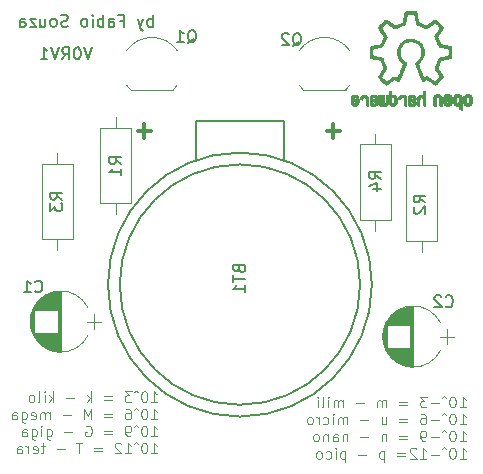
<source format=gbo>
G04 #@! TF.GenerationSoftware,KiCad,Pcbnew,(5.0.0)*
G04 #@! TF.CreationDate,2018-09-20T16:22:26-03:00*
G04 #@! TF.ProjectId,badge00,626164676530302E6B696361645F7063,rev?*
G04 #@! TF.SameCoordinates,Original*
G04 #@! TF.FileFunction,Legend,Bot*
G04 #@! TF.FilePolarity,Positive*
%FSLAX46Y46*%
G04 Gerber Fmt 4.6, Leading zero omitted, Abs format (unit mm)*
G04 Created by KiCad (PCBNEW (5.0.0)) date 09/20/18 16:22:26*
%MOMM*%
%LPD*%
G01*
G04 APERTURE LIST*
%ADD10C,0.300000*%
%ADD11C,0.200000*%
%ADD12C,0.100000*%
%ADD13C,0.150000*%
%ADD14C,0.120000*%
%ADD15C,0.010000*%
G04 APERTURE END LIST*
D10*
X122491428Y-58019142D02*
X121348571Y-58019142D01*
X121920000Y-58590571D02*
X121920000Y-57447714D01*
X138493428Y-58019142D02*
X137350571Y-58019142D01*
X137922000Y-58590571D02*
X137922000Y-57447714D01*
D11*
X117464285Y-50952380D02*
X117130952Y-51952380D01*
X116797619Y-50952380D01*
X116273809Y-50952380D02*
X116178571Y-50952380D01*
X116083333Y-51000000D01*
X116035714Y-51047619D01*
X115988095Y-51142857D01*
X115940476Y-51333333D01*
X115940476Y-51571428D01*
X115988095Y-51761904D01*
X116035714Y-51857142D01*
X116083333Y-51904761D01*
X116178571Y-51952380D01*
X116273809Y-51952380D01*
X116369047Y-51904761D01*
X116416666Y-51857142D01*
X116464285Y-51761904D01*
X116511904Y-51571428D01*
X116511904Y-51333333D01*
X116464285Y-51142857D01*
X116416666Y-51047619D01*
X116369047Y-51000000D01*
X116273809Y-50952380D01*
X114940476Y-51952380D02*
X115273809Y-51476190D01*
X115511904Y-51952380D02*
X115511904Y-50952380D01*
X115130952Y-50952380D01*
X115035714Y-51000000D01*
X114988095Y-51047619D01*
X114940476Y-51142857D01*
X114940476Y-51285714D01*
X114988095Y-51380952D01*
X115035714Y-51428571D01*
X115130952Y-51476190D01*
X115511904Y-51476190D01*
X114654761Y-50952380D02*
X114321428Y-51952380D01*
X113988095Y-50952380D01*
X113130952Y-51952380D02*
X113702380Y-51952380D01*
X113416666Y-51952380D02*
X113416666Y-50952380D01*
X113511904Y-51095238D01*
X113607142Y-51190476D01*
X113702380Y-51238095D01*
X122619047Y-49202380D02*
X122619047Y-48202380D01*
X122619047Y-48583333D02*
X122523809Y-48535714D01*
X122333333Y-48535714D01*
X122238095Y-48583333D01*
X122190476Y-48630952D01*
X122142857Y-48726190D01*
X122142857Y-49011904D01*
X122190476Y-49107142D01*
X122238095Y-49154761D01*
X122333333Y-49202380D01*
X122523809Y-49202380D01*
X122619047Y-49154761D01*
X121809523Y-48535714D02*
X121571428Y-49202380D01*
X121333333Y-48535714D02*
X121571428Y-49202380D01*
X121666666Y-49440476D01*
X121714285Y-49488095D01*
X121809523Y-49535714D01*
X119857142Y-48678571D02*
X120190476Y-48678571D01*
X120190476Y-49202380D02*
X120190476Y-48202380D01*
X119714285Y-48202380D01*
X118904761Y-49202380D02*
X118904761Y-48678571D01*
X118952380Y-48583333D01*
X119047619Y-48535714D01*
X119238095Y-48535714D01*
X119333333Y-48583333D01*
X118904761Y-49154761D02*
X119000000Y-49202380D01*
X119238095Y-49202380D01*
X119333333Y-49154761D01*
X119380952Y-49059523D01*
X119380952Y-48964285D01*
X119333333Y-48869047D01*
X119238095Y-48821428D01*
X119000000Y-48821428D01*
X118904761Y-48773809D01*
X118428571Y-49202380D02*
X118428571Y-48202380D01*
X118428571Y-48583333D02*
X118333333Y-48535714D01*
X118142857Y-48535714D01*
X118047619Y-48583333D01*
X118000000Y-48630952D01*
X117952380Y-48726190D01*
X117952380Y-49011904D01*
X118000000Y-49107142D01*
X118047619Y-49154761D01*
X118142857Y-49202380D01*
X118333333Y-49202380D01*
X118428571Y-49154761D01*
X117523809Y-49202380D02*
X117523809Y-48535714D01*
X117523809Y-48202380D02*
X117571428Y-48250000D01*
X117523809Y-48297619D01*
X117476190Y-48250000D01*
X117523809Y-48202380D01*
X117523809Y-48297619D01*
X116904761Y-49202380D02*
X117000000Y-49154761D01*
X117047619Y-49107142D01*
X117095238Y-49011904D01*
X117095238Y-48726190D01*
X117047619Y-48630952D01*
X117000000Y-48583333D01*
X116904761Y-48535714D01*
X116761904Y-48535714D01*
X116666666Y-48583333D01*
X116619047Y-48630952D01*
X116571428Y-48726190D01*
X116571428Y-49011904D01*
X116619047Y-49107142D01*
X116666666Y-49154761D01*
X116761904Y-49202380D01*
X116904761Y-49202380D01*
X115428571Y-49154761D02*
X115285714Y-49202380D01*
X115047619Y-49202380D01*
X114952380Y-49154761D01*
X114904761Y-49107142D01*
X114857142Y-49011904D01*
X114857142Y-48916666D01*
X114904761Y-48821428D01*
X114952380Y-48773809D01*
X115047619Y-48726190D01*
X115238095Y-48678571D01*
X115333333Y-48630952D01*
X115380952Y-48583333D01*
X115428571Y-48488095D01*
X115428571Y-48392857D01*
X115380952Y-48297619D01*
X115333333Y-48250000D01*
X115238095Y-48202380D01*
X115000000Y-48202380D01*
X114857142Y-48250000D01*
X114285714Y-49202380D02*
X114380952Y-49154761D01*
X114428571Y-49107142D01*
X114476190Y-49011904D01*
X114476190Y-48726190D01*
X114428571Y-48630952D01*
X114380952Y-48583333D01*
X114285714Y-48535714D01*
X114142857Y-48535714D01*
X114047619Y-48583333D01*
X114000000Y-48630952D01*
X113952380Y-48726190D01*
X113952380Y-49011904D01*
X114000000Y-49107142D01*
X114047619Y-49154761D01*
X114142857Y-49202380D01*
X114285714Y-49202380D01*
X113095238Y-48535714D02*
X113095238Y-49202380D01*
X113523809Y-48535714D02*
X113523809Y-49059523D01*
X113476190Y-49154761D01*
X113380952Y-49202380D01*
X113238095Y-49202380D01*
X113142857Y-49154761D01*
X113095238Y-49107142D01*
X112714285Y-48535714D02*
X112190476Y-48535714D01*
X112714285Y-49202380D01*
X112190476Y-49202380D01*
X111380952Y-49202380D02*
X111380952Y-48678571D01*
X111428571Y-48583333D01*
X111523809Y-48535714D01*
X111714285Y-48535714D01*
X111809523Y-48583333D01*
X111380952Y-49154761D02*
X111476190Y-49202380D01*
X111714285Y-49202380D01*
X111809523Y-49154761D01*
X111857142Y-49059523D01*
X111857142Y-48964285D01*
X111809523Y-48869047D01*
X111714285Y-48821428D01*
X111476190Y-48821428D01*
X111380952Y-48773809D01*
D12*
X148601285Y-81417142D02*
X149115571Y-81417142D01*
X148858428Y-81417142D02*
X148858428Y-80517142D01*
X148944142Y-80645714D01*
X149029857Y-80731428D01*
X149115571Y-80774285D01*
X148044142Y-80517142D02*
X147958428Y-80517142D01*
X147872714Y-80560000D01*
X147829857Y-80602857D01*
X147787000Y-80688571D01*
X147744142Y-80860000D01*
X147744142Y-81074285D01*
X147787000Y-81245714D01*
X147829857Y-81331428D01*
X147872714Y-81374285D01*
X147958428Y-81417142D01*
X148044142Y-81417142D01*
X148129857Y-81374285D01*
X148172714Y-81331428D01*
X148215571Y-81245714D01*
X148258428Y-81074285D01*
X148258428Y-80860000D01*
X148215571Y-80688571D01*
X148172714Y-80602857D01*
X148129857Y-80560000D01*
X148044142Y-80517142D01*
X147487000Y-80602857D02*
X147315571Y-80474285D01*
X147144142Y-80602857D01*
X146844142Y-81074285D02*
X146158428Y-81074285D01*
X145815571Y-80517142D02*
X145258428Y-80517142D01*
X145558428Y-80860000D01*
X145429857Y-80860000D01*
X145344142Y-80902857D01*
X145301285Y-80945714D01*
X145258428Y-81031428D01*
X145258428Y-81245714D01*
X145301285Y-81331428D01*
X145344142Y-81374285D01*
X145429857Y-81417142D01*
X145687000Y-81417142D01*
X145772714Y-81374285D01*
X145815571Y-81331428D01*
X144187000Y-80945714D02*
X143501285Y-80945714D01*
X143501285Y-81202857D02*
X144187000Y-81202857D01*
X142387000Y-81417142D02*
X142387000Y-80817142D01*
X142387000Y-80902857D02*
X142344142Y-80860000D01*
X142258428Y-80817142D01*
X142129857Y-80817142D01*
X142044142Y-80860000D01*
X142001285Y-80945714D01*
X142001285Y-81417142D01*
X142001285Y-80945714D02*
X141958428Y-80860000D01*
X141872714Y-80817142D01*
X141744142Y-80817142D01*
X141658428Y-80860000D01*
X141615571Y-80945714D01*
X141615571Y-81417142D01*
X140501285Y-81074285D02*
X139815571Y-81074285D01*
X138701285Y-81417142D02*
X138701285Y-80817142D01*
X138701285Y-80902857D02*
X138658428Y-80860000D01*
X138572714Y-80817142D01*
X138444142Y-80817142D01*
X138358428Y-80860000D01*
X138315571Y-80945714D01*
X138315571Y-81417142D01*
X138315571Y-80945714D02*
X138272714Y-80860000D01*
X138187000Y-80817142D01*
X138058428Y-80817142D01*
X137972714Y-80860000D01*
X137929857Y-80945714D01*
X137929857Y-81417142D01*
X137501285Y-81417142D02*
X137501285Y-80817142D01*
X137501285Y-80517142D02*
X137544142Y-80560000D01*
X137501285Y-80602857D01*
X137458428Y-80560000D01*
X137501285Y-80517142D01*
X137501285Y-80602857D01*
X136944142Y-81417142D02*
X137029857Y-81374285D01*
X137072714Y-81288571D01*
X137072714Y-80517142D01*
X136601285Y-81417142D02*
X136601285Y-80817142D01*
X136601285Y-80517142D02*
X136644142Y-80560000D01*
X136601285Y-80602857D01*
X136558428Y-80560000D01*
X136601285Y-80517142D01*
X136601285Y-80602857D01*
X148601285Y-82867142D02*
X149115571Y-82867142D01*
X148858428Y-82867142D02*
X148858428Y-81967142D01*
X148944142Y-82095714D01*
X149029857Y-82181428D01*
X149115571Y-82224285D01*
X148044142Y-81967142D02*
X147958428Y-81967142D01*
X147872714Y-82010000D01*
X147829857Y-82052857D01*
X147787000Y-82138571D01*
X147744142Y-82310000D01*
X147744142Y-82524285D01*
X147787000Y-82695714D01*
X147829857Y-82781428D01*
X147872714Y-82824285D01*
X147958428Y-82867142D01*
X148044142Y-82867142D01*
X148129857Y-82824285D01*
X148172714Y-82781428D01*
X148215571Y-82695714D01*
X148258428Y-82524285D01*
X148258428Y-82310000D01*
X148215571Y-82138571D01*
X148172714Y-82052857D01*
X148129857Y-82010000D01*
X148044142Y-81967142D01*
X147487000Y-82052857D02*
X147315571Y-81924285D01*
X147144142Y-82052857D01*
X146844142Y-82524285D02*
X146158428Y-82524285D01*
X145344142Y-81967142D02*
X145515571Y-81967142D01*
X145601285Y-82010000D01*
X145644142Y-82052857D01*
X145729857Y-82181428D01*
X145772714Y-82352857D01*
X145772714Y-82695714D01*
X145729857Y-82781428D01*
X145687000Y-82824285D01*
X145601285Y-82867142D01*
X145429857Y-82867142D01*
X145344142Y-82824285D01*
X145301285Y-82781428D01*
X145258428Y-82695714D01*
X145258428Y-82481428D01*
X145301285Y-82395714D01*
X145344142Y-82352857D01*
X145429857Y-82310000D01*
X145601285Y-82310000D01*
X145687000Y-82352857D01*
X145729857Y-82395714D01*
X145772714Y-82481428D01*
X144187000Y-82395714D02*
X143501285Y-82395714D01*
X143501285Y-82652857D02*
X144187000Y-82652857D01*
X142001285Y-82267142D02*
X142001285Y-82867142D01*
X142387000Y-82267142D02*
X142387000Y-82738571D01*
X142344142Y-82824285D01*
X142258428Y-82867142D01*
X142129857Y-82867142D01*
X142044142Y-82824285D01*
X142001285Y-82781428D01*
X140887000Y-82524285D02*
X140201285Y-82524285D01*
X139087000Y-82867142D02*
X139087000Y-82267142D01*
X139087000Y-82352857D02*
X139044142Y-82310000D01*
X138958428Y-82267142D01*
X138829857Y-82267142D01*
X138744142Y-82310000D01*
X138701285Y-82395714D01*
X138701285Y-82867142D01*
X138701285Y-82395714D02*
X138658428Y-82310000D01*
X138572714Y-82267142D01*
X138444142Y-82267142D01*
X138358428Y-82310000D01*
X138315571Y-82395714D01*
X138315571Y-82867142D01*
X137887000Y-82867142D02*
X137887000Y-82267142D01*
X137887000Y-81967142D02*
X137929857Y-82010000D01*
X137887000Y-82052857D01*
X137844142Y-82010000D01*
X137887000Y-81967142D01*
X137887000Y-82052857D01*
X137072714Y-82824285D02*
X137158428Y-82867142D01*
X137329857Y-82867142D01*
X137415571Y-82824285D01*
X137458428Y-82781428D01*
X137501285Y-82695714D01*
X137501285Y-82438571D01*
X137458428Y-82352857D01*
X137415571Y-82310000D01*
X137329857Y-82267142D01*
X137158428Y-82267142D01*
X137072714Y-82310000D01*
X136687000Y-82867142D02*
X136687000Y-82267142D01*
X136687000Y-82438571D02*
X136644142Y-82352857D01*
X136601285Y-82310000D01*
X136515571Y-82267142D01*
X136429857Y-82267142D01*
X136001285Y-82867142D02*
X136087000Y-82824285D01*
X136129857Y-82781428D01*
X136172714Y-82695714D01*
X136172714Y-82438571D01*
X136129857Y-82352857D01*
X136087000Y-82310000D01*
X136001285Y-82267142D01*
X135872714Y-82267142D01*
X135787000Y-82310000D01*
X135744142Y-82352857D01*
X135701285Y-82438571D01*
X135701285Y-82695714D01*
X135744142Y-82781428D01*
X135787000Y-82824285D01*
X135872714Y-82867142D01*
X136001285Y-82867142D01*
X148601285Y-84317142D02*
X149115571Y-84317142D01*
X148858428Y-84317142D02*
X148858428Y-83417142D01*
X148944142Y-83545714D01*
X149029857Y-83631428D01*
X149115571Y-83674285D01*
X148044142Y-83417142D02*
X147958428Y-83417142D01*
X147872714Y-83460000D01*
X147829857Y-83502857D01*
X147787000Y-83588571D01*
X147744142Y-83760000D01*
X147744142Y-83974285D01*
X147787000Y-84145714D01*
X147829857Y-84231428D01*
X147872714Y-84274285D01*
X147958428Y-84317142D01*
X148044142Y-84317142D01*
X148129857Y-84274285D01*
X148172714Y-84231428D01*
X148215571Y-84145714D01*
X148258428Y-83974285D01*
X148258428Y-83760000D01*
X148215571Y-83588571D01*
X148172714Y-83502857D01*
X148129857Y-83460000D01*
X148044142Y-83417142D01*
X147487000Y-83502857D02*
X147315571Y-83374285D01*
X147144142Y-83502857D01*
X146844142Y-83974285D02*
X146158428Y-83974285D01*
X145687000Y-84317142D02*
X145515571Y-84317142D01*
X145429857Y-84274285D01*
X145387000Y-84231428D01*
X145301285Y-84102857D01*
X145258428Y-83931428D01*
X145258428Y-83588571D01*
X145301285Y-83502857D01*
X145344142Y-83460000D01*
X145429857Y-83417142D01*
X145601285Y-83417142D01*
X145687000Y-83460000D01*
X145729857Y-83502857D01*
X145772714Y-83588571D01*
X145772714Y-83802857D01*
X145729857Y-83888571D01*
X145687000Y-83931428D01*
X145601285Y-83974285D01*
X145429857Y-83974285D01*
X145344142Y-83931428D01*
X145301285Y-83888571D01*
X145258428Y-83802857D01*
X144187000Y-83845714D02*
X143501285Y-83845714D01*
X143501285Y-84102857D02*
X144187000Y-84102857D01*
X142387000Y-83717142D02*
X142387000Y-84317142D01*
X142387000Y-83802857D02*
X142344142Y-83760000D01*
X142258428Y-83717142D01*
X142129857Y-83717142D01*
X142044142Y-83760000D01*
X142001285Y-83845714D01*
X142001285Y-84317142D01*
X140887000Y-83974285D02*
X140201285Y-83974285D01*
X139087000Y-83717142D02*
X139087000Y-84317142D01*
X139087000Y-83802857D02*
X139044142Y-83760000D01*
X138958428Y-83717142D01*
X138829857Y-83717142D01*
X138744142Y-83760000D01*
X138701285Y-83845714D01*
X138701285Y-84317142D01*
X137887000Y-84317142D02*
X137887000Y-83845714D01*
X137929857Y-83760000D01*
X138015571Y-83717142D01*
X138187000Y-83717142D01*
X138272714Y-83760000D01*
X137887000Y-84274285D02*
X137972714Y-84317142D01*
X138187000Y-84317142D01*
X138272714Y-84274285D01*
X138315571Y-84188571D01*
X138315571Y-84102857D01*
X138272714Y-84017142D01*
X138187000Y-83974285D01*
X137972714Y-83974285D01*
X137887000Y-83931428D01*
X137458428Y-83717142D02*
X137458428Y-84317142D01*
X137458428Y-83802857D02*
X137415571Y-83760000D01*
X137329857Y-83717142D01*
X137201285Y-83717142D01*
X137115571Y-83760000D01*
X137072714Y-83845714D01*
X137072714Y-84317142D01*
X136515571Y-84317142D02*
X136601285Y-84274285D01*
X136644142Y-84231428D01*
X136687000Y-84145714D01*
X136687000Y-83888571D01*
X136644142Y-83802857D01*
X136601285Y-83760000D01*
X136515571Y-83717142D01*
X136387000Y-83717142D01*
X136301285Y-83760000D01*
X136258428Y-83802857D01*
X136215571Y-83888571D01*
X136215571Y-84145714D01*
X136258428Y-84231428D01*
X136301285Y-84274285D01*
X136387000Y-84317142D01*
X136515571Y-84317142D01*
X148601285Y-85767142D02*
X149115571Y-85767142D01*
X148858428Y-85767142D02*
X148858428Y-84867142D01*
X148944142Y-84995714D01*
X149029857Y-85081428D01*
X149115571Y-85124285D01*
X148044142Y-84867142D02*
X147958428Y-84867142D01*
X147872714Y-84910000D01*
X147829857Y-84952857D01*
X147787000Y-85038571D01*
X147744142Y-85210000D01*
X147744142Y-85424285D01*
X147787000Y-85595714D01*
X147829857Y-85681428D01*
X147872714Y-85724285D01*
X147958428Y-85767142D01*
X148044142Y-85767142D01*
X148129857Y-85724285D01*
X148172714Y-85681428D01*
X148215571Y-85595714D01*
X148258428Y-85424285D01*
X148258428Y-85210000D01*
X148215571Y-85038571D01*
X148172714Y-84952857D01*
X148129857Y-84910000D01*
X148044142Y-84867142D01*
X147487000Y-84952857D02*
X147315571Y-84824285D01*
X147144142Y-84952857D01*
X146844142Y-85424285D02*
X146158428Y-85424285D01*
X145258428Y-85767142D02*
X145772714Y-85767142D01*
X145515571Y-85767142D02*
X145515571Y-84867142D01*
X145601285Y-84995714D01*
X145687000Y-85081428D01*
X145772714Y-85124285D01*
X144915571Y-84952857D02*
X144872714Y-84910000D01*
X144787000Y-84867142D01*
X144572714Y-84867142D01*
X144487000Y-84910000D01*
X144444142Y-84952857D01*
X144401285Y-85038571D01*
X144401285Y-85124285D01*
X144444142Y-85252857D01*
X144958428Y-85767142D01*
X144401285Y-85767142D01*
X144015571Y-85295714D02*
X143329857Y-85295714D01*
X143329857Y-85552857D02*
X144015571Y-85552857D01*
X142215571Y-85167142D02*
X142215571Y-86067142D01*
X142215571Y-85210000D02*
X142129857Y-85167142D01*
X141958428Y-85167142D01*
X141872714Y-85210000D01*
X141829857Y-85252857D01*
X141787000Y-85338571D01*
X141787000Y-85595714D01*
X141829857Y-85681428D01*
X141872714Y-85724285D01*
X141958428Y-85767142D01*
X142129857Y-85767142D01*
X142215571Y-85724285D01*
X140715571Y-85424285D02*
X140029857Y-85424285D01*
X138915571Y-85167142D02*
X138915571Y-86067142D01*
X138915571Y-85210000D02*
X138829857Y-85167142D01*
X138658428Y-85167142D01*
X138572714Y-85210000D01*
X138529857Y-85252857D01*
X138487000Y-85338571D01*
X138487000Y-85595714D01*
X138529857Y-85681428D01*
X138572714Y-85724285D01*
X138658428Y-85767142D01*
X138829857Y-85767142D01*
X138915571Y-85724285D01*
X138101285Y-85767142D02*
X138101285Y-85167142D01*
X138101285Y-84867142D02*
X138144142Y-84910000D01*
X138101285Y-84952857D01*
X138058428Y-84910000D01*
X138101285Y-84867142D01*
X138101285Y-84952857D01*
X137287000Y-85724285D02*
X137372714Y-85767142D01*
X137544142Y-85767142D01*
X137629857Y-85724285D01*
X137672714Y-85681428D01*
X137715571Y-85595714D01*
X137715571Y-85338571D01*
X137672714Y-85252857D01*
X137629857Y-85210000D01*
X137544142Y-85167142D01*
X137372714Y-85167142D01*
X137287000Y-85210000D01*
X136772714Y-85767142D02*
X136858428Y-85724285D01*
X136901285Y-85681428D01*
X136944142Y-85595714D01*
X136944142Y-85338571D01*
X136901285Y-85252857D01*
X136858428Y-85210000D01*
X136772714Y-85167142D01*
X136644142Y-85167142D01*
X136558428Y-85210000D01*
X136515571Y-85252857D01*
X136472714Y-85338571D01*
X136472714Y-85595714D01*
X136515571Y-85681428D01*
X136558428Y-85724285D01*
X136644142Y-85767142D01*
X136772714Y-85767142D01*
X122499285Y-80982142D02*
X123013571Y-80982142D01*
X122756428Y-80982142D02*
X122756428Y-80082142D01*
X122842142Y-80210714D01*
X122927857Y-80296428D01*
X123013571Y-80339285D01*
X121942142Y-80082142D02*
X121856428Y-80082142D01*
X121770714Y-80125000D01*
X121727857Y-80167857D01*
X121685000Y-80253571D01*
X121642142Y-80425000D01*
X121642142Y-80639285D01*
X121685000Y-80810714D01*
X121727857Y-80896428D01*
X121770714Y-80939285D01*
X121856428Y-80982142D01*
X121942142Y-80982142D01*
X122027857Y-80939285D01*
X122070714Y-80896428D01*
X122113571Y-80810714D01*
X122156428Y-80639285D01*
X122156428Y-80425000D01*
X122113571Y-80253571D01*
X122070714Y-80167857D01*
X122027857Y-80125000D01*
X121942142Y-80082142D01*
X121385000Y-80167857D02*
X121213571Y-80039285D01*
X121042142Y-80167857D01*
X120827857Y-80082142D02*
X120270714Y-80082142D01*
X120570714Y-80425000D01*
X120442142Y-80425000D01*
X120356428Y-80467857D01*
X120313571Y-80510714D01*
X120270714Y-80596428D01*
X120270714Y-80810714D01*
X120313571Y-80896428D01*
X120356428Y-80939285D01*
X120442142Y-80982142D01*
X120699285Y-80982142D01*
X120785000Y-80939285D01*
X120827857Y-80896428D01*
X119199285Y-80510714D02*
X118513571Y-80510714D01*
X118513571Y-80767857D02*
X119199285Y-80767857D01*
X117399285Y-80982142D02*
X117399285Y-80082142D01*
X117313571Y-80639285D02*
X117056428Y-80982142D01*
X117056428Y-80382142D02*
X117399285Y-80725000D01*
X115985000Y-80639285D02*
X115299285Y-80639285D01*
X114185000Y-80982142D02*
X114185000Y-80082142D01*
X114099285Y-80639285D02*
X113842142Y-80982142D01*
X113842142Y-80382142D02*
X114185000Y-80725000D01*
X113456428Y-80982142D02*
X113456428Y-80382142D01*
X113456428Y-80082142D02*
X113499285Y-80125000D01*
X113456428Y-80167857D01*
X113413571Y-80125000D01*
X113456428Y-80082142D01*
X113456428Y-80167857D01*
X112899285Y-80982142D02*
X112985000Y-80939285D01*
X113027857Y-80853571D01*
X113027857Y-80082142D01*
X112427857Y-80982142D02*
X112513571Y-80939285D01*
X112556428Y-80896428D01*
X112599285Y-80810714D01*
X112599285Y-80553571D01*
X112556428Y-80467857D01*
X112513571Y-80425000D01*
X112427857Y-80382142D01*
X112299285Y-80382142D01*
X112213571Y-80425000D01*
X112170714Y-80467857D01*
X112127857Y-80553571D01*
X112127857Y-80810714D01*
X112170714Y-80896428D01*
X112213571Y-80939285D01*
X112299285Y-80982142D01*
X112427857Y-80982142D01*
X122499285Y-82432142D02*
X123013571Y-82432142D01*
X122756428Y-82432142D02*
X122756428Y-81532142D01*
X122842142Y-81660714D01*
X122927857Y-81746428D01*
X123013571Y-81789285D01*
X121942142Y-81532142D02*
X121856428Y-81532142D01*
X121770714Y-81575000D01*
X121727857Y-81617857D01*
X121685000Y-81703571D01*
X121642142Y-81875000D01*
X121642142Y-82089285D01*
X121685000Y-82260714D01*
X121727857Y-82346428D01*
X121770714Y-82389285D01*
X121856428Y-82432142D01*
X121942142Y-82432142D01*
X122027857Y-82389285D01*
X122070714Y-82346428D01*
X122113571Y-82260714D01*
X122156428Y-82089285D01*
X122156428Y-81875000D01*
X122113571Y-81703571D01*
X122070714Y-81617857D01*
X122027857Y-81575000D01*
X121942142Y-81532142D01*
X121385000Y-81617857D02*
X121213571Y-81489285D01*
X121042142Y-81617857D01*
X120356428Y-81532142D02*
X120527857Y-81532142D01*
X120613571Y-81575000D01*
X120656428Y-81617857D01*
X120742142Y-81746428D01*
X120785000Y-81917857D01*
X120785000Y-82260714D01*
X120742142Y-82346428D01*
X120699285Y-82389285D01*
X120613571Y-82432142D01*
X120442142Y-82432142D01*
X120356428Y-82389285D01*
X120313571Y-82346428D01*
X120270714Y-82260714D01*
X120270714Y-82046428D01*
X120313571Y-81960714D01*
X120356428Y-81917857D01*
X120442142Y-81875000D01*
X120613571Y-81875000D01*
X120699285Y-81917857D01*
X120742142Y-81960714D01*
X120785000Y-82046428D01*
X119199285Y-81960714D02*
X118513571Y-81960714D01*
X118513571Y-82217857D02*
X119199285Y-82217857D01*
X117399285Y-82432142D02*
X117399285Y-81532142D01*
X117099285Y-82175000D01*
X116799285Y-81532142D01*
X116799285Y-82432142D01*
X115685000Y-82089285D02*
X114999285Y-82089285D01*
X113885000Y-82432142D02*
X113885000Y-81832142D01*
X113885000Y-81917857D02*
X113842142Y-81875000D01*
X113756428Y-81832142D01*
X113627857Y-81832142D01*
X113542142Y-81875000D01*
X113499285Y-81960714D01*
X113499285Y-82432142D01*
X113499285Y-81960714D02*
X113456428Y-81875000D01*
X113370714Y-81832142D01*
X113242142Y-81832142D01*
X113156428Y-81875000D01*
X113113571Y-81960714D01*
X113113571Y-82432142D01*
X112342142Y-82389285D02*
X112427857Y-82432142D01*
X112599285Y-82432142D01*
X112685000Y-82389285D01*
X112727857Y-82303571D01*
X112727857Y-81960714D01*
X112685000Y-81875000D01*
X112599285Y-81832142D01*
X112427857Y-81832142D01*
X112342142Y-81875000D01*
X112299285Y-81960714D01*
X112299285Y-82046428D01*
X112727857Y-82132142D01*
X111527857Y-81832142D02*
X111527857Y-82560714D01*
X111570714Y-82646428D01*
X111613571Y-82689285D01*
X111699285Y-82732142D01*
X111827857Y-82732142D01*
X111913571Y-82689285D01*
X111527857Y-82389285D02*
X111613571Y-82432142D01*
X111785000Y-82432142D01*
X111870714Y-82389285D01*
X111913571Y-82346428D01*
X111956428Y-82260714D01*
X111956428Y-82003571D01*
X111913571Y-81917857D01*
X111870714Y-81875000D01*
X111785000Y-81832142D01*
X111613571Y-81832142D01*
X111527857Y-81875000D01*
X110713571Y-82432142D02*
X110713571Y-81960714D01*
X110756428Y-81875000D01*
X110842142Y-81832142D01*
X111013571Y-81832142D01*
X111099285Y-81875000D01*
X110713571Y-82389285D02*
X110799285Y-82432142D01*
X111013571Y-82432142D01*
X111099285Y-82389285D01*
X111142142Y-82303571D01*
X111142142Y-82217857D01*
X111099285Y-82132142D01*
X111013571Y-82089285D01*
X110799285Y-82089285D01*
X110713571Y-82046428D01*
X122499285Y-83882142D02*
X123013571Y-83882142D01*
X122756428Y-83882142D02*
X122756428Y-82982142D01*
X122842142Y-83110714D01*
X122927857Y-83196428D01*
X123013571Y-83239285D01*
X121942142Y-82982142D02*
X121856428Y-82982142D01*
X121770714Y-83025000D01*
X121727857Y-83067857D01*
X121685000Y-83153571D01*
X121642142Y-83325000D01*
X121642142Y-83539285D01*
X121685000Y-83710714D01*
X121727857Y-83796428D01*
X121770714Y-83839285D01*
X121856428Y-83882142D01*
X121942142Y-83882142D01*
X122027857Y-83839285D01*
X122070714Y-83796428D01*
X122113571Y-83710714D01*
X122156428Y-83539285D01*
X122156428Y-83325000D01*
X122113571Y-83153571D01*
X122070714Y-83067857D01*
X122027857Y-83025000D01*
X121942142Y-82982142D01*
X121385000Y-83067857D02*
X121213571Y-82939285D01*
X121042142Y-83067857D01*
X120699285Y-83882142D02*
X120527857Y-83882142D01*
X120442142Y-83839285D01*
X120399285Y-83796428D01*
X120313571Y-83667857D01*
X120270714Y-83496428D01*
X120270714Y-83153571D01*
X120313571Y-83067857D01*
X120356428Y-83025000D01*
X120442142Y-82982142D01*
X120613571Y-82982142D01*
X120699285Y-83025000D01*
X120742142Y-83067857D01*
X120785000Y-83153571D01*
X120785000Y-83367857D01*
X120742142Y-83453571D01*
X120699285Y-83496428D01*
X120613571Y-83539285D01*
X120442142Y-83539285D01*
X120356428Y-83496428D01*
X120313571Y-83453571D01*
X120270714Y-83367857D01*
X119199285Y-83410714D02*
X118513571Y-83410714D01*
X118513571Y-83667857D02*
X119199285Y-83667857D01*
X116927857Y-83025000D02*
X117013571Y-82982142D01*
X117142142Y-82982142D01*
X117270714Y-83025000D01*
X117356428Y-83110714D01*
X117399285Y-83196428D01*
X117442142Y-83367857D01*
X117442142Y-83496428D01*
X117399285Y-83667857D01*
X117356428Y-83753571D01*
X117270714Y-83839285D01*
X117142142Y-83882142D01*
X117056428Y-83882142D01*
X116927857Y-83839285D01*
X116885000Y-83796428D01*
X116885000Y-83496428D01*
X117056428Y-83496428D01*
X115813571Y-83539285D02*
X115127857Y-83539285D01*
X113627857Y-83282142D02*
X113627857Y-84010714D01*
X113670714Y-84096428D01*
X113713571Y-84139285D01*
X113799285Y-84182142D01*
X113927857Y-84182142D01*
X114013571Y-84139285D01*
X113627857Y-83839285D02*
X113713571Y-83882142D01*
X113885000Y-83882142D01*
X113970714Y-83839285D01*
X114013571Y-83796428D01*
X114056428Y-83710714D01*
X114056428Y-83453571D01*
X114013571Y-83367857D01*
X113970714Y-83325000D01*
X113885000Y-83282142D01*
X113713571Y-83282142D01*
X113627857Y-83325000D01*
X113199285Y-83882142D02*
X113199285Y-83282142D01*
X113199285Y-82982142D02*
X113242142Y-83025000D01*
X113199285Y-83067857D01*
X113156428Y-83025000D01*
X113199285Y-82982142D01*
X113199285Y-83067857D01*
X112385000Y-83282142D02*
X112385000Y-84010714D01*
X112427857Y-84096428D01*
X112470714Y-84139285D01*
X112556428Y-84182142D01*
X112685000Y-84182142D01*
X112770714Y-84139285D01*
X112385000Y-83839285D02*
X112470714Y-83882142D01*
X112642142Y-83882142D01*
X112727857Y-83839285D01*
X112770714Y-83796428D01*
X112813571Y-83710714D01*
X112813571Y-83453571D01*
X112770714Y-83367857D01*
X112727857Y-83325000D01*
X112642142Y-83282142D01*
X112470714Y-83282142D01*
X112385000Y-83325000D01*
X111570714Y-83882142D02*
X111570714Y-83410714D01*
X111613571Y-83325000D01*
X111699285Y-83282142D01*
X111870714Y-83282142D01*
X111956428Y-83325000D01*
X111570714Y-83839285D02*
X111656428Y-83882142D01*
X111870714Y-83882142D01*
X111956428Y-83839285D01*
X111999285Y-83753571D01*
X111999285Y-83667857D01*
X111956428Y-83582142D01*
X111870714Y-83539285D01*
X111656428Y-83539285D01*
X111570714Y-83496428D01*
X122499285Y-85332142D02*
X123013571Y-85332142D01*
X122756428Y-85332142D02*
X122756428Y-84432142D01*
X122842142Y-84560714D01*
X122927857Y-84646428D01*
X123013571Y-84689285D01*
X121942142Y-84432142D02*
X121856428Y-84432142D01*
X121770714Y-84475000D01*
X121727857Y-84517857D01*
X121685000Y-84603571D01*
X121642142Y-84775000D01*
X121642142Y-84989285D01*
X121685000Y-85160714D01*
X121727857Y-85246428D01*
X121770714Y-85289285D01*
X121856428Y-85332142D01*
X121942142Y-85332142D01*
X122027857Y-85289285D01*
X122070714Y-85246428D01*
X122113571Y-85160714D01*
X122156428Y-84989285D01*
X122156428Y-84775000D01*
X122113571Y-84603571D01*
X122070714Y-84517857D01*
X122027857Y-84475000D01*
X121942142Y-84432142D01*
X121385000Y-84517857D02*
X121213571Y-84389285D01*
X121042142Y-84517857D01*
X120270714Y-85332142D02*
X120785000Y-85332142D01*
X120527857Y-85332142D02*
X120527857Y-84432142D01*
X120613571Y-84560714D01*
X120699285Y-84646428D01*
X120785000Y-84689285D01*
X119927857Y-84517857D02*
X119885000Y-84475000D01*
X119799285Y-84432142D01*
X119585000Y-84432142D01*
X119499285Y-84475000D01*
X119456428Y-84517857D01*
X119413571Y-84603571D01*
X119413571Y-84689285D01*
X119456428Y-84817857D01*
X119970714Y-85332142D01*
X119413571Y-85332142D01*
X118342142Y-84860714D02*
X117656428Y-84860714D01*
X117656428Y-85117857D02*
X118342142Y-85117857D01*
X116670714Y-84432142D02*
X116156428Y-84432142D01*
X116413571Y-85332142D02*
X116413571Y-84432142D01*
X115170714Y-84989285D02*
X114485000Y-84989285D01*
X113499285Y-84732142D02*
X113156428Y-84732142D01*
X113370714Y-84432142D02*
X113370714Y-85203571D01*
X113327857Y-85289285D01*
X113242142Y-85332142D01*
X113156428Y-85332142D01*
X112513571Y-85289285D02*
X112599285Y-85332142D01*
X112770714Y-85332142D01*
X112856428Y-85289285D01*
X112899285Y-85203571D01*
X112899285Y-84860714D01*
X112856428Y-84775000D01*
X112770714Y-84732142D01*
X112599285Y-84732142D01*
X112513571Y-84775000D01*
X112470714Y-84860714D01*
X112470714Y-84946428D01*
X112899285Y-85032142D01*
X112085000Y-85332142D02*
X112085000Y-84732142D01*
X112085000Y-84903571D02*
X112042142Y-84817857D01*
X111999285Y-84775000D01*
X111913571Y-84732142D01*
X111827857Y-84732142D01*
X111142142Y-85332142D02*
X111142142Y-84860714D01*
X111185000Y-84775000D01*
X111270714Y-84732142D01*
X111442142Y-84732142D01*
X111527857Y-84775000D01*
X111142142Y-85289285D02*
X111227857Y-85332142D01*
X111442142Y-85332142D01*
X111527857Y-85289285D01*
X111570714Y-85203571D01*
X111570714Y-85117857D01*
X111527857Y-85032142D01*
X111442142Y-84989285D01*
X111227857Y-84989285D01*
X111142142Y-84946428D01*
D13*
G04 #@! TO.C,BT1*
X140175000Y-71035000D02*
G75*
G03X140175000Y-71035000I-10175000J0D01*
G01*
X126250000Y-57250000D02*
X126250000Y-60500000D01*
X133750000Y-57250000D02*
X133750000Y-60500000D01*
X133750000Y-57200000D02*
X126250000Y-57200000D01*
X141175000Y-71035000D02*
G75*
G03X141175000Y-71035000I-11175000J0D01*
G01*
D14*
G04 #@! TO.C,R1*
X120817000Y-64170000D02*
X118197000Y-64170000D01*
X118197000Y-64170000D02*
X118197000Y-57750000D01*
X118197000Y-57750000D02*
X120817000Y-57750000D01*
X120817000Y-57750000D02*
X120817000Y-64170000D01*
X119507000Y-65060000D02*
X119507000Y-64170000D01*
X119507000Y-56860000D02*
X119507000Y-57750000D01*
G04 #@! TO.C,C1*
X112522278Y-72988277D02*
G75*
G02X117133580Y-72988000I2305722J-1179723D01*
G01*
X112522278Y-75347723D02*
G75*
G03X117133580Y-75348000I2305722J1179723D01*
G01*
X112522278Y-75347723D02*
G75*
G02X112522420Y-72988000I2305722J1179723D01*
G01*
X114828000Y-71618000D02*
X114828000Y-76718000D01*
X114788000Y-71618000D02*
X114788000Y-76718000D01*
X114748000Y-71619000D02*
X114748000Y-76717000D01*
X114708000Y-71620000D02*
X114708000Y-76716000D01*
X114668000Y-71622000D02*
X114668000Y-76714000D01*
X114628000Y-71625000D02*
X114628000Y-76711000D01*
X114588000Y-71629000D02*
X114588000Y-76707000D01*
X114548000Y-71633000D02*
X114548000Y-73188000D01*
X114548000Y-75148000D02*
X114548000Y-76703000D01*
X114508000Y-71637000D02*
X114508000Y-73188000D01*
X114508000Y-75148000D02*
X114508000Y-76699000D01*
X114468000Y-71643000D02*
X114468000Y-73188000D01*
X114468000Y-75148000D02*
X114468000Y-76693000D01*
X114428000Y-71649000D02*
X114428000Y-73188000D01*
X114428000Y-75148000D02*
X114428000Y-76687000D01*
X114388000Y-71655000D02*
X114388000Y-73188000D01*
X114388000Y-75148000D02*
X114388000Y-76681000D01*
X114348000Y-71662000D02*
X114348000Y-73188000D01*
X114348000Y-75148000D02*
X114348000Y-76674000D01*
X114308000Y-71670000D02*
X114308000Y-73188000D01*
X114308000Y-75148000D02*
X114308000Y-76666000D01*
X114268000Y-71679000D02*
X114268000Y-73188000D01*
X114268000Y-75148000D02*
X114268000Y-76657000D01*
X114228000Y-71688000D02*
X114228000Y-73188000D01*
X114228000Y-75148000D02*
X114228000Y-76648000D01*
X114188000Y-71698000D02*
X114188000Y-73188000D01*
X114188000Y-75148000D02*
X114188000Y-76638000D01*
X114148000Y-71708000D02*
X114148000Y-73188000D01*
X114148000Y-75148000D02*
X114148000Y-76628000D01*
X114107000Y-71720000D02*
X114107000Y-73188000D01*
X114107000Y-75148000D02*
X114107000Y-76616000D01*
X114067000Y-71732000D02*
X114067000Y-73188000D01*
X114067000Y-75148000D02*
X114067000Y-76604000D01*
X114027000Y-71744000D02*
X114027000Y-73188000D01*
X114027000Y-75148000D02*
X114027000Y-76592000D01*
X113987000Y-71758000D02*
X113987000Y-73188000D01*
X113987000Y-75148000D02*
X113987000Y-76578000D01*
X113947000Y-71772000D02*
X113947000Y-73188000D01*
X113947000Y-75148000D02*
X113947000Y-76564000D01*
X113907000Y-71786000D02*
X113907000Y-73188000D01*
X113907000Y-75148000D02*
X113907000Y-76550000D01*
X113867000Y-71802000D02*
X113867000Y-73188000D01*
X113867000Y-75148000D02*
X113867000Y-76534000D01*
X113827000Y-71818000D02*
X113827000Y-73188000D01*
X113827000Y-75148000D02*
X113827000Y-76518000D01*
X113787000Y-71835000D02*
X113787000Y-73188000D01*
X113787000Y-75148000D02*
X113787000Y-76501000D01*
X113747000Y-71853000D02*
X113747000Y-73188000D01*
X113747000Y-75148000D02*
X113747000Y-76483000D01*
X113707000Y-71872000D02*
X113707000Y-73188000D01*
X113707000Y-75148000D02*
X113707000Y-76464000D01*
X113667000Y-71892000D02*
X113667000Y-73188000D01*
X113667000Y-75148000D02*
X113667000Y-76444000D01*
X113627000Y-71912000D02*
X113627000Y-73188000D01*
X113627000Y-75148000D02*
X113627000Y-76424000D01*
X113587000Y-71934000D02*
X113587000Y-73188000D01*
X113587000Y-75148000D02*
X113587000Y-76402000D01*
X113547000Y-71956000D02*
X113547000Y-73188000D01*
X113547000Y-75148000D02*
X113547000Y-76380000D01*
X113507000Y-71979000D02*
X113507000Y-73188000D01*
X113507000Y-75148000D02*
X113507000Y-76357000D01*
X113467000Y-72003000D02*
X113467000Y-73188000D01*
X113467000Y-75148000D02*
X113467000Y-76333000D01*
X113427000Y-72028000D02*
X113427000Y-73188000D01*
X113427000Y-75148000D02*
X113427000Y-76308000D01*
X113387000Y-72055000D02*
X113387000Y-73188000D01*
X113387000Y-75148000D02*
X113387000Y-76281000D01*
X113347000Y-72082000D02*
X113347000Y-73188000D01*
X113347000Y-75148000D02*
X113347000Y-76254000D01*
X113307000Y-72110000D02*
X113307000Y-73188000D01*
X113307000Y-75148000D02*
X113307000Y-76226000D01*
X113267000Y-72140000D02*
X113267000Y-73188000D01*
X113267000Y-75148000D02*
X113267000Y-76196000D01*
X113227000Y-72171000D02*
X113227000Y-73188000D01*
X113227000Y-75148000D02*
X113227000Y-76165000D01*
X113187000Y-72203000D02*
X113187000Y-73188000D01*
X113187000Y-75148000D02*
X113187000Y-76133000D01*
X113147000Y-72236000D02*
X113147000Y-73188000D01*
X113147000Y-75148000D02*
X113147000Y-76100000D01*
X113107000Y-72271000D02*
X113107000Y-73188000D01*
X113107000Y-75148000D02*
X113107000Y-76065000D01*
X113067000Y-72307000D02*
X113067000Y-73188000D01*
X113067000Y-75148000D02*
X113067000Y-76029000D01*
X113027000Y-72345000D02*
X113027000Y-73188000D01*
X113027000Y-75148000D02*
X113027000Y-75991000D01*
X112987000Y-72385000D02*
X112987000Y-73188000D01*
X112987000Y-75148000D02*
X112987000Y-75951000D01*
X112947000Y-72426000D02*
X112947000Y-73188000D01*
X112947000Y-75148000D02*
X112947000Y-75910000D01*
X112907000Y-72469000D02*
X112907000Y-73188000D01*
X112907000Y-75148000D02*
X112907000Y-75867000D01*
X112867000Y-72514000D02*
X112867000Y-73188000D01*
X112867000Y-75148000D02*
X112867000Y-75822000D01*
X112827000Y-72562000D02*
X112827000Y-73188000D01*
X112827000Y-75148000D02*
X112827000Y-75774000D01*
X112787000Y-72612000D02*
X112787000Y-73188000D01*
X112787000Y-75148000D02*
X112787000Y-75724000D01*
X112747000Y-72664000D02*
X112747000Y-73188000D01*
X112747000Y-75148000D02*
X112747000Y-75672000D01*
X112707000Y-72720000D02*
X112707000Y-73188000D01*
X112707000Y-75148000D02*
X112707000Y-75616000D01*
X112667000Y-72778000D02*
X112667000Y-73188000D01*
X112667000Y-75148000D02*
X112667000Y-75558000D01*
X112627000Y-72841000D02*
X112627000Y-73188000D01*
X112627000Y-75148000D02*
X112627000Y-75495000D01*
X112587000Y-72907000D02*
X112587000Y-75429000D01*
X112547000Y-72979000D02*
X112547000Y-75357000D01*
X112507000Y-73056000D02*
X112507000Y-75280000D01*
X112467000Y-73140000D02*
X112467000Y-75196000D01*
X112427000Y-73234000D02*
X112427000Y-75102000D01*
X112387000Y-73339000D02*
X112387000Y-74997000D01*
X112347000Y-73461000D02*
X112347000Y-74875000D01*
X112307000Y-73609000D02*
X112307000Y-74727000D01*
X112267000Y-73814000D02*
X112267000Y-74522000D01*
X118278000Y-74168000D02*
X117078000Y-74168000D01*
X117678000Y-73518000D02*
X117678000Y-74818000D01*
G04 #@! TO.C,C2*
X142367278Y-74258277D02*
G75*
G02X146978580Y-74258000I2305722J-1179723D01*
G01*
X142367278Y-76617723D02*
G75*
G03X146978580Y-76618000I2305722J1179723D01*
G01*
X142367278Y-76617723D02*
G75*
G02X142367420Y-74258000I2305722J1179723D01*
G01*
X144673000Y-72888000D02*
X144673000Y-77988000D01*
X144633000Y-72888000D02*
X144633000Y-77988000D01*
X144593000Y-72889000D02*
X144593000Y-77987000D01*
X144553000Y-72890000D02*
X144553000Y-77986000D01*
X144513000Y-72892000D02*
X144513000Y-77984000D01*
X144473000Y-72895000D02*
X144473000Y-77981000D01*
X144433000Y-72899000D02*
X144433000Y-77977000D01*
X144393000Y-72903000D02*
X144393000Y-74458000D01*
X144393000Y-76418000D02*
X144393000Y-77973000D01*
X144353000Y-72907000D02*
X144353000Y-74458000D01*
X144353000Y-76418000D02*
X144353000Y-77969000D01*
X144313000Y-72913000D02*
X144313000Y-74458000D01*
X144313000Y-76418000D02*
X144313000Y-77963000D01*
X144273000Y-72919000D02*
X144273000Y-74458000D01*
X144273000Y-76418000D02*
X144273000Y-77957000D01*
X144233000Y-72925000D02*
X144233000Y-74458000D01*
X144233000Y-76418000D02*
X144233000Y-77951000D01*
X144193000Y-72932000D02*
X144193000Y-74458000D01*
X144193000Y-76418000D02*
X144193000Y-77944000D01*
X144153000Y-72940000D02*
X144153000Y-74458000D01*
X144153000Y-76418000D02*
X144153000Y-77936000D01*
X144113000Y-72949000D02*
X144113000Y-74458000D01*
X144113000Y-76418000D02*
X144113000Y-77927000D01*
X144073000Y-72958000D02*
X144073000Y-74458000D01*
X144073000Y-76418000D02*
X144073000Y-77918000D01*
X144033000Y-72968000D02*
X144033000Y-74458000D01*
X144033000Y-76418000D02*
X144033000Y-77908000D01*
X143993000Y-72978000D02*
X143993000Y-74458000D01*
X143993000Y-76418000D02*
X143993000Y-77898000D01*
X143952000Y-72990000D02*
X143952000Y-74458000D01*
X143952000Y-76418000D02*
X143952000Y-77886000D01*
X143912000Y-73002000D02*
X143912000Y-74458000D01*
X143912000Y-76418000D02*
X143912000Y-77874000D01*
X143872000Y-73014000D02*
X143872000Y-74458000D01*
X143872000Y-76418000D02*
X143872000Y-77862000D01*
X143832000Y-73028000D02*
X143832000Y-74458000D01*
X143832000Y-76418000D02*
X143832000Y-77848000D01*
X143792000Y-73042000D02*
X143792000Y-74458000D01*
X143792000Y-76418000D02*
X143792000Y-77834000D01*
X143752000Y-73056000D02*
X143752000Y-74458000D01*
X143752000Y-76418000D02*
X143752000Y-77820000D01*
X143712000Y-73072000D02*
X143712000Y-74458000D01*
X143712000Y-76418000D02*
X143712000Y-77804000D01*
X143672000Y-73088000D02*
X143672000Y-74458000D01*
X143672000Y-76418000D02*
X143672000Y-77788000D01*
X143632000Y-73105000D02*
X143632000Y-74458000D01*
X143632000Y-76418000D02*
X143632000Y-77771000D01*
X143592000Y-73123000D02*
X143592000Y-74458000D01*
X143592000Y-76418000D02*
X143592000Y-77753000D01*
X143552000Y-73142000D02*
X143552000Y-74458000D01*
X143552000Y-76418000D02*
X143552000Y-77734000D01*
X143512000Y-73162000D02*
X143512000Y-74458000D01*
X143512000Y-76418000D02*
X143512000Y-77714000D01*
X143472000Y-73182000D02*
X143472000Y-74458000D01*
X143472000Y-76418000D02*
X143472000Y-77694000D01*
X143432000Y-73204000D02*
X143432000Y-74458000D01*
X143432000Y-76418000D02*
X143432000Y-77672000D01*
X143392000Y-73226000D02*
X143392000Y-74458000D01*
X143392000Y-76418000D02*
X143392000Y-77650000D01*
X143352000Y-73249000D02*
X143352000Y-74458000D01*
X143352000Y-76418000D02*
X143352000Y-77627000D01*
X143312000Y-73273000D02*
X143312000Y-74458000D01*
X143312000Y-76418000D02*
X143312000Y-77603000D01*
X143272000Y-73298000D02*
X143272000Y-74458000D01*
X143272000Y-76418000D02*
X143272000Y-77578000D01*
X143232000Y-73325000D02*
X143232000Y-74458000D01*
X143232000Y-76418000D02*
X143232000Y-77551000D01*
X143192000Y-73352000D02*
X143192000Y-74458000D01*
X143192000Y-76418000D02*
X143192000Y-77524000D01*
X143152000Y-73380000D02*
X143152000Y-74458000D01*
X143152000Y-76418000D02*
X143152000Y-77496000D01*
X143112000Y-73410000D02*
X143112000Y-74458000D01*
X143112000Y-76418000D02*
X143112000Y-77466000D01*
X143072000Y-73441000D02*
X143072000Y-74458000D01*
X143072000Y-76418000D02*
X143072000Y-77435000D01*
X143032000Y-73473000D02*
X143032000Y-74458000D01*
X143032000Y-76418000D02*
X143032000Y-77403000D01*
X142992000Y-73506000D02*
X142992000Y-74458000D01*
X142992000Y-76418000D02*
X142992000Y-77370000D01*
X142952000Y-73541000D02*
X142952000Y-74458000D01*
X142952000Y-76418000D02*
X142952000Y-77335000D01*
X142912000Y-73577000D02*
X142912000Y-74458000D01*
X142912000Y-76418000D02*
X142912000Y-77299000D01*
X142872000Y-73615000D02*
X142872000Y-74458000D01*
X142872000Y-76418000D02*
X142872000Y-77261000D01*
X142832000Y-73655000D02*
X142832000Y-74458000D01*
X142832000Y-76418000D02*
X142832000Y-77221000D01*
X142792000Y-73696000D02*
X142792000Y-74458000D01*
X142792000Y-76418000D02*
X142792000Y-77180000D01*
X142752000Y-73739000D02*
X142752000Y-74458000D01*
X142752000Y-76418000D02*
X142752000Y-77137000D01*
X142712000Y-73784000D02*
X142712000Y-74458000D01*
X142712000Y-76418000D02*
X142712000Y-77092000D01*
X142672000Y-73832000D02*
X142672000Y-74458000D01*
X142672000Y-76418000D02*
X142672000Y-77044000D01*
X142632000Y-73882000D02*
X142632000Y-74458000D01*
X142632000Y-76418000D02*
X142632000Y-76994000D01*
X142592000Y-73934000D02*
X142592000Y-74458000D01*
X142592000Y-76418000D02*
X142592000Y-76942000D01*
X142552000Y-73990000D02*
X142552000Y-74458000D01*
X142552000Y-76418000D02*
X142552000Y-76886000D01*
X142512000Y-74048000D02*
X142512000Y-74458000D01*
X142512000Y-76418000D02*
X142512000Y-76828000D01*
X142472000Y-74111000D02*
X142472000Y-74458000D01*
X142472000Y-76418000D02*
X142472000Y-76765000D01*
X142432000Y-74177000D02*
X142432000Y-76699000D01*
X142392000Y-74249000D02*
X142392000Y-76627000D01*
X142352000Y-74326000D02*
X142352000Y-76550000D01*
X142312000Y-74410000D02*
X142312000Y-76466000D01*
X142272000Y-74504000D02*
X142272000Y-76372000D01*
X142232000Y-74609000D02*
X142232000Y-76267000D01*
X142192000Y-74731000D02*
X142192000Y-76145000D01*
X142152000Y-74879000D02*
X142152000Y-75997000D01*
X142112000Y-75084000D02*
X142112000Y-75792000D01*
X148123000Y-75438000D02*
X146923000Y-75438000D01*
X147523000Y-74788000D02*
X147523000Y-76088000D01*
G04 #@! TO.C,R2*
X146725000Y-67345000D02*
X144105000Y-67345000D01*
X144105000Y-67345000D02*
X144105000Y-60925000D01*
X144105000Y-60925000D02*
X146725000Y-60925000D01*
X146725000Y-60925000D02*
X146725000Y-67345000D01*
X145415000Y-68235000D02*
X145415000Y-67345000D01*
X145415000Y-60035000D02*
X145415000Y-60925000D01*
G04 #@! TO.C,R3*
X113244000Y-60798000D02*
X115864000Y-60798000D01*
X115864000Y-60798000D02*
X115864000Y-67218000D01*
X115864000Y-67218000D02*
X113244000Y-67218000D01*
X113244000Y-67218000D02*
X113244000Y-60798000D01*
X114554000Y-59908000D02*
X114554000Y-60798000D01*
X114554000Y-68108000D02*
X114554000Y-67218000D01*
G04 #@! TO.C,R4*
X142788000Y-65567000D02*
X140168000Y-65567000D01*
X140168000Y-65567000D02*
X140168000Y-59147000D01*
X140168000Y-59147000D02*
X142788000Y-59147000D01*
X142788000Y-59147000D02*
X142788000Y-65567000D01*
X141478000Y-66457000D02*
X141478000Y-65567000D01*
X141478000Y-58257000D02*
X141478000Y-59147000D01*
D15*
G04 #@! TO.C,G\002A\002A\002A*
G36*
X148420378Y-54892899D02*
X148404835Y-54893345D01*
X148372402Y-54894656D01*
X148348258Y-54896462D01*
X148329403Y-54899245D01*
X148312837Y-54903490D01*
X148295559Y-54909679D01*
X148290245Y-54911802D01*
X148232726Y-54941061D01*
X148181447Y-54979285D01*
X148137322Y-55025481D01*
X148101267Y-55078660D01*
X148074195Y-55137831D01*
X148069913Y-55150379D01*
X148055157Y-55196126D01*
X148057277Y-55409652D01*
X148057856Y-55464824D01*
X148058438Y-55509963D01*
X148059096Y-55546326D01*
X148059900Y-55575167D01*
X148060923Y-55597743D01*
X148062237Y-55615310D01*
X148063915Y-55629124D01*
X148066027Y-55640440D01*
X148068646Y-55650514D01*
X148071627Y-55659953D01*
X148094470Y-55712558D01*
X148126229Y-55762019D01*
X148165256Y-55806674D01*
X148209901Y-55844864D01*
X148258515Y-55874925D01*
X148303468Y-55893401D01*
X148362414Y-55906908D01*
X148423292Y-55911663D01*
X148482876Y-55907582D01*
X148523078Y-55899149D01*
X148535778Y-55895617D01*
X148535778Y-56019578D01*
X148535856Y-56060511D01*
X148536162Y-56091626D01*
X148536807Y-56114391D01*
X148537900Y-56130276D01*
X148539550Y-56140751D01*
X148541867Y-56147284D01*
X148544962Y-56151347D01*
X148545656Y-56151969D01*
X148555759Y-56158342D01*
X148574102Y-56167872D01*
X148598431Y-56179566D01*
X148626488Y-56192429D01*
X148656017Y-56205467D01*
X148684761Y-56217686D01*
X148710465Y-56228092D01*
X148730870Y-56235690D01*
X148743722Y-56239487D01*
X148744654Y-56239640D01*
X148761571Y-56239541D01*
X148773220Y-56232615D01*
X148774287Y-56231480D01*
X148775972Y-56229089D01*
X148777454Y-56225410D01*
X148778746Y-56219752D01*
X148779860Y-56211420D01*
X148780811Y-56199723D01*
X148781610Y-56183968D01*
X148782270Y-56163460D01*
X148782805Y-56137508D01*
X148783228Y-56105419D01*
X148783552Y-56066499D01*
X148783789Y-56020055D01*
X148783952Y-55965396D01*
X148784055Y-55901827D01*
X148784111Y-55828656D01*
X148784132Y-55745190D01*
X148784134Y-55705573D01*
X148784134Y-55400222D01*
X148530134Y-55400222D01*
X148530102Y-55452869D01*
X148529876Y-55495486D01*
X148529264Y-55529335D01*
X148528072Y-55555674D01*
X148526107Y-55575765D01*
X148523176Y-55590866D01*
X148519086Y-55602237D01*
X148513644Y-55611139D01*
X148506656Y-55618831D01*
X148497930Y-55626574D01*
X148495059Y-55628998D01*
X148465033Y-55648477D01*
X148433351Y-55658598D01*
X148402065Y-55658986D01*
X148376042Y-55650756D01*
X148359040Y-55640276D01*
X148342625Y-55627385D01*
X148341952Y-55626767D01*
X148333028Y-55618268D01*
X148325860Y-55610229D01*
X148320261Y-55601357D01*
X148316044Y-55590362D01*
X148313020Y-55575952D01*
X148311001Y-55556836D01*
X148309800Y-55531723D01*
X148309228Y-55499321D01*
X148309097Y-55458338D01*
X148309221Y-55407484D01*
X148309239Y-55401949D01*
X148309447Y-55352254D01*
X148309750Y-55312529D01*
X148310228Y-55281456D01*
X148310960Y-55257716D01*
X148312025Y-55239991D01*
X148313501Y-55226961D01*
X148315467Y-55217310D01*
X148318004Y-55209717D01*
X148321155Y-55202930D01*
X148340137Y-55177039D01*
X148366100Y-55157308D01*
X148396350Y-55144824D01*
X148428193Y-55140676D01*
X148458937Y-55145953D01*
X148460622Y-55146568D01*
X148478548Y-55156871D01*
X148497893Y-55173313D01*
X148514629Y-55192145D01*
X148522149Y-55203797D01*
X148524455Y-55210281D01*
X148526296Y-55220728D01*
X148527717Y-55236263D01*
X148528763Y-55258008D01*
X148529480Y-55287089D01*
X148529914Y-55324628D01*
X148530110Y-55371751D01*
X148530134Y-55400222D01*
X148784134Y-55400222D01*
X148784134Y-55190546D01*
X148769607Y-55147217D01*
X148753271Y-55104740D01*
X148734102Y-55068483D01*
X148709777Y-55034762D01*
X148677970Y-54999891D01*
X148674471Y-54996380D01*
X148628801Y-54956427D01*
X148581356Y-54926440D01*
X148529941Y-54905101D01*
X148514902Y-54900598D01*
X148496303Y-54896294D01*
X148476268Y-54893703D01*
X148451918Y-54892634D01*
X148420378Y-54892899D01*
X148420378Y-54892899D01*
G37*
X148420378Y-54892899D02*
X148404835Y-54893345D01*
X148372402Y-54894656D01*
X148348258Y-54896462D01*
X148329403Y-54899245D01*
X148312837Y-54903490D01*
X148295559Y-54909679D01*
X148290245Y-54911802D01*
X148232726Y-54941061D01*
X148181447Y-54979285D01*
X148137322Y-55025481D01*
X148101267Y-55078660D01*
X148074195Y-55137831D01*
X148069913Y-55150379D01*
X148055157Y-55196126D01*
X148057277Y-55409652D01*
X148057856Y-55464824D01*
X148058438Y-55509963D01*
X148059096Y-55546326D01*
X148059900Y-55575167D01*
X148060923Y-55597743D01*
X148062237Y-55615310D01*
X148063915Y-55629124D01*
X148066027Y-55640440D01*
X148068646Y-55650514D01*
X148071627Y-55659953D01*
X148094470Y-55712558D01*
X148126229Y-55762019D01*
X148165256Y-55806674D01*
X148209901Y-55844864D01*
X148258515Y-55874925D01*
X148303468Y-55893401D01*
X148362414Y-55906908D01*
X148423292Y-55911663D01*
X148482876Y-55907582D01*
X148523078Y-55899149D01*
X148535778Y-55895617D01*
X148535778Y-56019578D01*
X148535856Y-56060511D01*
X148536162Y-56091626D01*
X148536807Y-56114391D01*
X148537900Y-56130276D01*
X148539550Y-56140751D01*
X148541867Y-56147284D01*
X148544962Y-56151347D01*
X148545656Y-56151969D01*
X148555759Y-56158342D01*
X148574102Y-56167872D01*
X148598431Y-56179566D01*
X148626488Y-56192429D01*
X148656017Y-56205467D01*
X148684761Y-56217686D01*
X148710465Y-56228092D01*
X148730870Y-56235690D01*
X148743722Y-56239487D01*
X148744654Y-56239640D01*
X148761571Y-56239541D01*
X148773220Y-56232615D01*
X148774287Y-56231480D01*
X148775972Y-56229089D01*
X148777454Y-56225410D01*
X148778746Y-56219752D01*
X148779860Y-56211420D01*
X148780811Y-56199723D01*
X148781610Y-56183968D01*
X148782270Y-56163460D01*
X148782805Y-56137508D01*
X148783228Y-56105419D01*
X148783552Y-56066499D01*
X148783789Y-56020055D01*
X148783952Y-55965396D01*
X148784055Y-55901827D01*
X148784111Y-55828656D01*
X148784132Y-55745190D01*
X148784134Y-55705573D01*
X148784134Y-55400222D01*
X148530134Y-55400222D01*
X148530102Y-55452869D01*
X148529876Y-55495486D01*
X148529264Y-55529335D01*
X148528072Y-55555674D01*
X148526107Y-55575765D01*
X148523176Y-55590866D01*
X148519086Y-55602237D01*
X148513644Y-55611139D01*
X148506656Y-55618831D01*
X148497930Y-55626574D01*
X148495059Y-55628998D01*
X148465033Y-55648477D01*
X148433351Y-55658598D01*
X148402065Y-55658986D01*
X148376042Y-55650756D01*
X148359040Y-55640276D01*
X148342625Y-55627385D01*
X148341952Y-55626767D01*
X148333028Y-55618268D01*
X148325860Y-55610229D01*
X148320261Y-55601357D01*
X148316044Y-55590362D01*
X148313020Y-55575952D01*
X148311001Y-55556836D01*
X148309800Y-55531723D01*
X148309228Y-55499321D01*
X148309097Y-55458338D01*
X148309221Y-55407484D01*
X148309239Y-55401949D01*
X148309447Y-55352254D01*
X148309750Y-55312529D01*
X148310228Y-55281456D01*
X148310960Y-55257716D01*
X148312025Y-55239991D01*
X148313501Y-55226961D01*
X148315467Y-55217310D01*
X148318004Y-55209717D01*
X148321155Y-55202930D01*
X148340137Y-55177039D01*
X148366100Y-55157308D01*
X148396350Y-55144824D01*
X148428193Y-55140676D01*
X148458937Y-55145953D01*
X148460622Y-55146568D01*
X148478548Y-55156871D01*
X148497893Y-55173313D01*
X148514629Y-55192145D01*
X148522149Y-55203797D01*
X148524455Y-55210281D01*
X148526296Y-55220728D01*
X148527717Y-55236263D01*
X148528763Y-55258008D01*
X148529480Y-55287089D01*
X148529914Y-55324628D01*
X148530110Y-55371751D01*
X148530134Y-55400222D01*
X148784134Y-55400222D01*
X148784134Y-55190546D01*
X148769607Y-55147217D01*
X148753271Y-55104740D01*
X148734102Y-55068483D01*
X148709777Y-55034762D01*
X148677970Y-54999891D01*
X148674471Y-54996380D01*
X148628801Y-54956427D01*
X148581356Y-54926440D01*
X148529941Y-54905101D01*
X148514902Y-54900598D01*
X148496303Y-54896294D01*
X148476268Y-54893703D01*
X148451918Y-54892634D01*
X148420378Y-54892899D01*
G36*
X146686966Y-54893088D02*
X146650631Y-54897623D01*
X146617348Y-54906205D01*
X146583117Y-54919701D01*
X146567375Y-54927102D01*
X146515804Y-54958172D01*
X146469683Y-54997755D01*
X146430273Y-55044215D01*
X146398836Y-55095917D01*
X146376633Y-55151226D01*
X146368337Y-55185093D01*
X146366921Y-55198305D01*
X146365700Y-55220860D01*
X146364672Y-55251506D01*
X146363834Y-55288991D01*
X146363183Y-55332061D01*
X146362717Y-55379464D01*
X146362433Y-55429948D01*
X146362329Y-55482260D01*
X146362401Y-55535149D01*
X146362647Y-55587361D01*
X146363064Y-55637644D01*
X146363650Y-55684746D01*
X146364401Y-55727414D01*
X146365316Y-55764397D01*
X146366392Y-55794440D01*
X146367625Y-55816293D01*
X146369013Y-55828702D01*
X146369723Y-55830921D01*
X146379447Y-55838867D01*
X146399186Y-55850317D01*
X146428329Y-55864965D01*
X146466264Y-55882503D01*
X146512380Y-55902624D01*
X146513331Y-55903029D01*
X146538858Y-55913451D01*
X146556608Y-55919399D01*
X146568895Y-55921458D01*
X146578031Y-55920215D01*
X146579358Y-55919747D01*
X146585629Y-55917354D01*
X146590990Y-55914742D01*
X146595516Y-55911062D01*
X146599284Y-55905462D01*
X146602370Y-55897093D01*
X146604851Y-55885104D01*
X146606802Y-55868645D01*
X146608300Y-55846865D01*
X146609422Y-55818914D01*
X146610244Y-55783941D01*
X146610841Y-55741097D01*
X146611291Y-55689530D01*
X146611670Y-55628391D01*
X146612055Y-55556829D01*
X146612062Y-55555444D01*
X146612433Y-55484126D01*
X146612782Y-55423197D01*
X146613195Y-55371759D01*
X146613757Y-55328913D01*
X146614555Y-55293761D01*
X146615674Y-55265403D01*
X146617201Y-55242942D01*
X146619221Y-55225477D01*
X146621821Y-55212112D01*
X146625086Y-55201947D01*
X146629103Y-55194082D01*
X146633957Y-55187620D01*
X146639734Y-55181662D01*
X146646521Y-55175309D01*
X146648619Y-55173333D01*
X146677259Y-55153071D01*
X146708494Y-55142846D01*
X146740516Y-55142301D01*
X146771514Y-55151078D01*
X146799681Y-55168819D01*
X146823206Y-55195168D01*
X146831673Y-55209497D01*
X146834079Y-55214670D01*
X146836098Y-55220690D01*
X146837765Y-55228530D01*
X146839112Y-55239167D01*
X146840173Y-55253575D01*
X146840983Y-55272729D01*
X146841575Y-55297606D01*
X146841983Y-55329179D01*
X146842240Y-55368424D01*
X146842380Y-55416316D01*
X146842437Y-55473831D01*
X146842445Y-55520985D01*
X146842549Y-55583755D01*
X146842853Y-55641224D01*
X146843339Y-55692524D01*
X146843994Y-55736784D01*
X146844801Y-55773134D01*
X146845746Y-55800703D01*
X146846812Y-55818622D01*
X146847841Y-55825725D01*
X146854892Y-55835549D01*
X146869607Y-55846152D01*
X146893498Y-55858593D01*
X146897230Y-55860341D01*
X146919570Y-55870549D01*
X146944993Y-55881905D01*
X146971414Y-55893511D01*
X146996750Y-55904471D01*
X147018920Y-55913885D01*
X147035839Y-55920856D01*
X147045425Y-55924486D01*
X147046768Y-55924798D01*
X147052683Y-55922669D01*
X147060838Y-55919457D01*
X147066909Y-55917029D01*
X147072120Y-55914449D01*
X147076531Y-55910893D01*
X147080204Y-55905538D01*
X147083199Y-55897559D01*
X147085576Y-55886134D01*
X147087398Y-55870437D01*
X147088725Y-55849645D01*
X147089617Y-55822935D01*
X147090136Y-55789482D01*
X147090343Y-55748462D01*
X147090297Y-55699052D01*
X147090062Y-55640428D01*
X147089696Y-55571766D01*
X147089476Y-55531970D01*
X147089056Y-55459289D01*
X147088637Y-55397002D01*
X147088191Y-55344219D01*
X147087689Y-55300045D01*
X147087103Y-55263588D01*
X147086404Y-55233955D01*
X147085565Y-55210251D01*
X147084556Y-55191586D01*
X147083350Y-55177064D01*
X147081918Y-55165794D01*
X147080233Y-55156883D01*
X147078265Y-55149436D01*
X147077246Y-55146222D01*
X147051574Y-55086124D01*
X147016687Y-55032174D01*
X146973283Y-54985197D01*
X146922060Y-54946016D01*
X146893758Y-54929619D01*
X146848389Y-54909617D01*
X146802070Y-54897398D01*
X146751101Y-54892105D01*
X146730351Y-54891731D01*
X146686966Y-54893088D01*
X146686966Y-54893088D01*
G37*
X146686966Y-54893088D02*
X146650631Y-54897623D01*
X146617348Y-54906205D01*
X146583117Y-54919701D01*
X146567375Y-54927102D01*
X146515804Y-54958172D01*
X146469683Y-54997755D01*
X146430273Y-55044215D01*
X146398836Y-55095917D01*
X146376633Y-55151226D01*
X146368337Y-55185093D01*
X146366921Y-55198305D01*
X146365700Y-55220860D01*
X146364672Y-55251506D01*
X146363834Y-55288991D01*
X146363183Y-55332061D01*
X146362717Y-55379464D01*
X146362433Y-55429948D01*
X146362329Y-55482260D01*
X146362401Y-55535149D01*
X146362647Y-55587361D01*
X146363064Y-55637644D01*
X146363650Y-55684746D01*
X146364401Y-55727414D01*
X146365316Y-55764397D01*
X146366392Y-55794440D01*
X146367625Y-55816293D01*
X146369013Y-55828702D01*
X146369723Y-55830921D01*
X146379447Y-55838867D01*
X146399186Y-55850317D01*
X146428329Y-55864965D01*
X146466264Y-55882503D01*
X146512380Y-55902624D01*
X146513331Y-55903029D01*
X146538858Y-55913451D01*
X146556608Y-55919399D01*
X146568895Y-55921458D01*
X146578031Y-55920215D01*
X146579358Y-55919747D01*
X146585629Y-55917354D01*
X146590990Y-55914742D01*
X146595516Y-55911062D01*
X146599284Y-55905462D01*
X146602370Y-55897093D01*
X146604851Y-55885104D01*
X146606802Y-55868645D01*
X146608300Y-55846865D01*
X146609422Y-55818914D01*
X146610244Y-55783941D01*
X146610841Y-55741097D01*
X146611291Y-55689530D01*
X146611670Y-55628391D01*
X146612055Y-55556829D01*
X146612062Y-55555444D01*
X146612433Y-55484126D01*
X146612782Y-55423197D01*
X146613195Y-55371759D01*
X146613757Y-55328913D01*
X146614555Y-55293761D01*
X146615674Y-55265403D01*
X146617201Y-55242942D01*
X146619221Y-55225477D01*
X146621821Y-55212112D01*
X146625086Y-55201947D01*
X146629103Y-55194082D01*
X146633957Y-55187620D01*
X146639734Y-55181662D01*
X146646521Y-55175309D01*
X146648619Y-55173333D01*
X146677259Y-55153071D01*
X146708494Y-55142846D01*
X146740516Y-55142301D01*
X146771514Y-55151078D01*
X146799681Y-55168819D01*
X146823206Y-55195168D01*
X146831673Y-55209497D01*
X146834079Y-55214670D01*
X146836098Y-55220690D01*
X146837765Y-55228530D01*
X146839112Y-55239167D01*
X146840173Y-55253575D01*
X146840983Y-55272729D01*
X146841575Y-55297606D01*
X146841983Y-55329179D01*
X146842240Y-55368424D01*
X146842380Y-55416316D01*
X146842437Y-55473831D01*
X146842445Y-55520985D01*
X146842549Y-55583755D01*
X146842853Y-55641224D01*
X146843339Y-55692524D01*
X146843994Y-55736784D01*
X146844801Y-55773134D01*
X146845746Y-55800703D01*
X146846812Y-55818622D01*
X146847841Y-55825725D01*
X146854892Y-55835549D01*
X146869607Y-55846152D01*
X146893498Y-55858593D01*
X146897230Y-55860341D01*
X146919570Y-55870549D01*
X146944993Y-55881905D01*
X146971414Y-55893511D01*
X146996750Y-55904471D01*
X147018920Y-55913885D01*
X147035839Y-55920856D01*
X147045425Y-55924486D01*
X147046768Y-55924798D01*
X147052683Y-55922669D01*
X147060838Y-55919457D01*
X147066909Y-55917029D01*
X147072120Y-55914449D01*
X147076531Y-55910893D01*
X147080204Y-55905538D01*
X147083199Y-55897559D01*
X147085576Y-55886134D01*
X147087398Y-55870437D01*
X147088725Y-55849645D01*
X147089617Y-55822935D01*
X147090136Y-55789482D01*
X147090343Y-55748462D01*
X147090297Y-55699052D01*
X147090062Y-55640428D01*
X147089696Y-55571766D01*
X147089476Y-55531970D01*
X147089056Y-55459289D01*
X147088637Y-55397002D01*
X147088191Y-55344219D01*
X147087689Y-55300045D01*
X147087103Y-55263588D01*
X147086404Y-55233955D01*
X147085565Y-55210251D01*
X147084556Y-55191586D01*
X147083350Y-55177064D01*
X147081918Y-55165794D01*
X147080233Y-55156883D01*
X147078265Y-55149436D01*
X147077246Y-55146222D01*
X147051574Y-55086124D01*
X147016687Y-55032174D01*
X146973283Y-54985197D01*
X146922060Y-54946016D01*
X146893758Y-54929619D01*
X146848389Y-54909617D01*
X146802070Y-54897398D01*
X146751101Y-54892105D01*
X146730351Y-54891731D01*
X146686966Y-54893088D01*
G36*
X149219206Y-54892085D02*
X149189910Y-54896049D01*
X149184889Y-54897158D01*
X149127029Y-54916809D01*
X149072685Y-54946363D01*
X149023351Y-54984618D01*
X148980520Y-55030370D01*
X148945686Y-55082416D01*
X148938913Y-55095250D01*
X148931204Y-55111070D01*
X148924860Y-55125782D01*
X148919729Y-55140696D01*
X148915656Y-55157122D01*
X148912486Y-55176369D01*
X148910065Y-55199748D01*
X148908240Y-55228567D01*
X148906856Y-55264137D01*
X148905759Y-55307769D01*
X148904794Y-55360770D01*
X148904348Y-55388933D01*
X148903540Y-55442816D01*
X148902978Y-55486738D01*
X148902711Y-55522028D01*
X148902788Y-55550013D01*
X148903256Y-55572019D01*
X148904165Y-55589374D01*
X148905563Y-55603405D01*
X148907498Y-55615439D01*
X148910020Y-55626805D01*
X148913175Y-55638827D01*
X148913526Y-55640111D01*
X148935872Y-55701265D01*
X148967711Y-55756362D01*
X149008882Y-55805198D01*
X149059224Y-55847569D01*
X149094578Y-55870275D01*
X149130629Y-55886606D01*
X149174317Y-55899156D01*
X149222466Y-55907385D01*
X149271899Y-55910755D01*
X149319439Y-55908725D01*
X149320356Y-55908624D01*
X149343891Y-55905243D01*
X149366610Y-55900721D01*
X149379623Y-55897241D01*
X149433421Y-55874081D01*
X149483713Y-55841307D01*
X149529019Y-55800408D01*
X149567858Y-55752877D01*
X149598751Y-55700204D01*
X149615265Y-55659867D01*
X149618485Y-55649819D01*
X149621111Y-55639799D01*
X149623219Y-55628539D01*
X149624880Y-55614771D01*
X149626168Y-55597228D01*
X149627157Y-55574643D01*
X149627919Y-55545748D01*
X149628529Y-55509276D01*
X149629058Y-55463959D01*
X149629250Y-55443606D01*
X149382055Y-55443606D01*
X149381981Y-55490420D01*
X149381286Y-55526836D01*
X149379961Y-55553292D01*
X149377994Y-55570226D01*
X149377186Y-55573863D01*
X149363947Y-55603684D01*
X149343071Y-55628071D01*
X149316698Y-55646051D01*
X149286966Y-55656654D01*
X149256014Y-55658905D01*
X149225981Y-55651834D01*
X149216196Y-55647041D01*
X149199231Y-55634691D01*
X149181925Y-55617950D01*
X149175274Y-55610007D01*
X149156667Y-55585611D01*
X149156667Y-55405795D01*
X149156864Y-55350785D01*
X149157440Y-55303747D01*
X149158374Y-55265375D01*
X149159645Y-55236364D01*
X149161231Y-55217407D01*
X149162658Y-55210090D01*
X149177804Y-55184891D01*
X149201106Y-55164188D01*
X149229834Y-55149483D01*
X149261258Y-55142279D01*
X149285068Y-55142717D01*
X149318218Y-55152309D01*
X149345150Y-55171279D01*
X149364013Y-55195949D01*
X149379347Y-55222115D01*
X149381519Y-55385958D01*
X149382055Y-55443606D01*
X149629250Y-55443606D01*
X149629542Y-55412878D01*
X149630013Y-55353800D01*
X149630168Y-55304674D01*
X149629860Y-55264164D01*
X149628943Y-55230936D01*
X149627268Y-55203655D01*
X149624688Y-55180984D01*
X149621057Y-55161588D01*
X149616226Y-55144133D01*
X149610049Y-55127282D01*
X149602379Y-55109701D01*
X149594196Y-55092397D01*
X149575024Y-55059403D01*
X149549233Y-55024565D01*
X149519965Y-54991706D01*
X149490365Y-54964646D01*
X149486816Y-54961875D01*
X149459548Y-54943719D01*
X149426671Y-54925828D01*
X149392551Y-54910327D01*
X149361555Y-54899340D01*
X149354223Y-54897407D01*
X149326209Y-54892911D01*
X149291563Y-54890522D01*
X149254493Y-54890244D01*
X149219206Y-54892085D01*
X149219206Y-54892085D01*
G37*
X149219206Y-54892085D02*
X149189910Y-54896049D01*
X149184889Y-54897158D01*
X149127029Y-54916809D01*
X149072685Y-54946363D01*
X149023351Y-54984618D01*
X148980520Y-55030370D01*
X148945686Y-55082416D01*
X148938913Y-55095250D01*
X148931204Y-55111070D01*
X148924860Y-55125782D01*
X148919729Y-55140696D01*
X148915656Y-55157122D01*
X148912486Y-55176369D01*
X148910065Y-55199748D01*
X148908240Y-55228567D01*
X148906856Y-55264137D01*
X148905759Y-55307769D01*
X148904794Y-55360770D01*
X148904348Y-55388933D01*
X148903540Y-55442816D01*
X148902978Y-55486738D01*
X148902711Y-55522028D01*
X148902788Y-55550013D01*
X148903256Y-55572019D01*
X148904165Y-55589374D01*
X148905563Y-55603405D01*
X148907498Y-55615439D01*
X148910020Y-55626805D01*
X148913175Y-55638827D01*
X148913526Y-55640111D01*
X148935872Y-55701265D01*
X148967711Y-55756362D01*
X149008882Y-55805198D01*
X149059224Y-55847569D01*
X149094578Y-55870275D01*
X149130629Y-55886606D01*
X149174317Y-55899156D01*
X149222466Y-55907385D01*
X149271899Y-55910755D01*
X149319439Y-55908725D01*
X149320356Y-55908624D01*
X149343891Y-55905243D01*
X149366610Y-55900721D01*
X149379623Y-55897241D01*
X149433421Y-55874081D01*
X149483713Y-55841307D01*
X149529019Y-55800408D01*
X149567858Y-55752877D01*
X149598751Y-55700204D01*
X149615265Y-55659867D01*
X149618485Y-55649819D01*
X149621111Y-55639799D01*
X149623219Y-55628539D01*
X149624880Y-55614771D01*
X149626168Y-55597228D01*
X149627157Y-55574643D01*
X149627919Y-55545748D01*
X149628529Y-55509276D01*
X149629058Y-55463959D01*
X149629250Y-55443606D01*
X149382055Y-55443606D01*
X149381981Y-55490420D01*
X149381286Y-55526836D01*
X149379961Y-55553292D01*
X149377994Y-55570226D01*
X149377186Y-55573863D01*
X149363947Y-55603684D01*
X149343071Y-55628071D01*
X149316698Y-55646051D01*
X149286966Y-55656654D01*
X149256014Y-55658905D01*
X149225981Y-55651834D01*
X149216196Y-55647041D01*
X149199231Y-55634691D01*
X149181925Y-55617950D01*
X149175274Y-55610007D01*
X149156667Y-55585611D01*
X149156667Y-55405795D01*
X149156864Y-55350785D01*
X149157440Y-55303747D01*
X149158374Y-55265375D01*
X149159645Y-55236364D01*
X149161231Y-55217407D01*
X149162658Y-55210090D01*
X149177804Y-55184891D01*
X149201106Y-55164188D01*
X149229834Y-55149483D01*
X149261258Y-55142279D01*
X149285068Y-55142717D01*
X149318218Y-55152309D01*
X149345150Y-55171279D01*
X149364013Y-55195949D01*
X149379347Y-55222115D01*
X149381519Y-55385958D01*
X149382055Y-55443606D01*
X149629250Y-55443606D01*
X149629542Y-55412878D01*
X149630013Y-55353800D01*
X149630168Y-55304674D01*
X149629860Y-55264164D01*
X149628943Y-55230936D01*
X149627268Y-55203655D01*
X149624688Y-55180984D01*
X149621057Y-55161588D01*
X149616226Y-55144133D01*
X149610049Y-55127282D01*
X149602379Y-55109701D01*
X149594196Y-55092397D01*
X149575024Y-55059403D01*
X149549233Y-55024565D01*
X149519965Y-54991706D01*
X149490365Y-54964646D01*
X149486816Y-54961875D01*
X149459548Y-54943719D01*
X149426671Y-54925828D01*
X149392551Y-54910327D01*
X149361555Y-54899340D01*
X149354223Y-54897407D01*
X149326209Y-54892911D01*
X149291563Y-54890522D01*
X149254493Y-54890244D01*
X149219206Y-54892085D01*
G36*
X147514672Y-54894132D02*
X147458209Y-54907444D01*
X147405596Y-54930532D01*
X147355596Y-54963922D01*
X147313228Y-55001793D01*
X147278977Y-55039817D01*
X147252450Y-55078532D01*
X147232941Y-55119864D01*
X147219744Y-55165742D01*
X147212152Y-55218092D01*
X147209458Y-55278842D01*
X147209432Y-55285047D01*
X147209585Y-55316050D01*
X147210298Y-55337746D01*
X147211803Y-55352116D01*
X147214335Y-55361137D01*
X147218127Y-55366789D01*
X147219212Y-55367829D01*
X147226539Y-55372130D01*
X147242954Y-55380393D01*
X147267212Y-55392033D01*
X147298066Y-55406469D01*
X147334271Y-55423115D01*
X147374580Y-55441388D01*
X147412534Y-55458385D01*
X147471536Y-55484669D01*
X147521055Y-55506774D01*
X147561921Y-55525107D01*
X147594967Y-55540073D01*
X147621023Y-55552079D01*
X147640922Y-55561532D01*
X147655495Y-55568837D01*
X147665574Y-55574400D01*
X147671990Y-55578629D01*
X147675576Y-55581930D01*
X147677162Y-55584708D01*
X147677581Y-55587370D01*
X147677597Y-55587884D01*
X147673574Y-55599053D01*
X147662851Y-55613833D01*
X147648029Y-55629431D01*
X147631705Y-55643056D01*
X147618982Y-55650820D01*
X147588551Y-55659329D01*
X147556178Y-55658162D01*
X147524780Y-55647832D01*
X147497939Y-55629476D01*
X147481259Y-55610865D01*
X147470102Y-55589671D01*
X147463032Y-55562584D01*
X147460206Y-55542599D01*
X147457121Y-55522675D01*
X147453145Y-55506581D01*
X147449916Y-55499135D01*
X147442249Y-55493445D01*
X147426177Y-55484463D01*
X147403762Y-55473122D01*
X147377070Y-55460353D01*
X147348164Y-55447087D01*
X147319108Y-55434255D01*
X147291965Y-55422790D01*
X147268800Y-55413622D01*
X147251677Y-55407682D01*
X147243252Y-55405867D01*
X147230583Y-55407201D01*
X147221462Y-55412216D01*
X147215342Y-55422427D01*
X147211678Y-55439348D01*
X147209923Y-55464495D01*
X147209531Y-55499384D01*
X147209531Y-55499444D01*
X147210943Y-55554197D01*
X147215305Y-55600314D01*
X147223291Y-55640218D01*
X147235574Y-55676330D01*
X147252828Y-55711071D01*
X147275727Y-55746864D01*
X147280067Y-55753000D01*
X147320717Y-55802179D01*
X147365919Y-55842960D01*
X147414451Y-55874412D01*
X147465090Y-55895603D01*
X147468978Y-55896765D01*
X147503550Y-55904252D01*
X147543877Y-55909049D01*
X147585043Y-55910820D01*
X147622128Y-55909231D01*
X147632667Y-55907907D01*
X147692308Y-55893133D01*
X147748541Y-55867916D01*
X147800169Y-55832883D01*
X147832646Y-55803145D01*
X147869890Y-55759457D01*
X147898599Y-55712940D01*
X147919522Y-55664577D01*
X147934645Y-55623178D01*
X147934565Y-55403044D01*
X147934523Y-55344790D01*
X147934347Y-55296522D01*
X147934322Y-55294282D01*
X147685929Y-55294282D01*
X147685850Y-55303255D01*
X147685563Y-55304278D01*
X147680439Y-55302109D01*
X147666763Y-55296125D01*
X147646297Y-55287104D01*
X147620802Y-55275820D01*
X147603719Y-55268240D01*
X147573322Y-55254720D01*
X147544278Y-55241766D01*
X147519200Y-55230546D01*
X147500701Y-55222228D01*
X147495402Y-55219826D01*
X147468203Y-55207440D01*
X147481660Y-55189531D01*
X147498267Y-55173487D01*
X147521386Y-55158592D01*
X147546779Y-55147030D01*
X147570209Y-55140988D01*
X147576546Y-55140578D01*
X147596872Y-55142942D01*
X147616708Y-55148637D01*
X147616922Y-55148725D01*
X147633604Y-55158794D01*
X147651354Y-55174220D01*
X147667116Y-55191799D01*
X147677830Y-55208323D01*
X147680347Y-55215224D01*
X147681628Y-55224801D01*
X147683016Y-55240733D01*
X147684322Y-55259783D01*
X147685356Y-55278712D01*
X147685929Y-55294282D01*
X147934322Y-55294282D01*
X147933890Y-55256937D01*
X147933007Y-55224732D01*
X147931551Y-55198603D01*
X147929378Y-55177248D01*
X147926340Y-55159364D01*
X147922292Y-55143648D01*
X147917088Y-55128796D01*
X147910582Y-55113506D01*
X147902628Y-55096474D01*
X147899493Y-55089898D01*
X147887100Y-55066581D01*
X147872526Y-55045236D01*
X147853437Y-55022785D01*
X147830801Y-54999427D01*
X147784535Y-54958412D01*
X147738006Y-54927771D01*
X147689350Y-54906703D01*
X147636703Y-54894409D01*
X147578201Y-54890086D01*
X147576223Y-54890070D01*
X147514672Y-54894132D01*
X147514672Y-54894132D01*
G37*
X147514672Y-54894132D02*
X147458209Y-54907444D01*
X147405596Y-54930532D01*
X147355596Y-54963922D01*
X147313228Y-55001793D01*
X147278977Y-55039817D01*
X147252450Y-55078532D01*
X147232941Y-55119864D01*
X147219744Y-55165742D01*
X147212152Y-55218092D01*
X147209458Y-55278842D01*
X147209432Y-55285047D01*
X147209585Y-55316050D01*
X147210298Y-55337746D01*
X147211803Y-55352116D01*
X147214335Y-55361137D01*
X147218127Y-55366789D01*
X147219212Y-55367829D01*
X147226539Y-55372130D01*
X147242954Y-55380393D01*
X147267212Y-55392033D01*
X147298066Y-55406469D01*
X147334271Y-55423115D01*
X147374580Y-55441388D01*
X147412534Y-55458385D01*
X147471536Y-55484669D01*
X147521055Y-55506774D01*
X147561921Y-55525107D01*
X147594967Y-55540073D01*
X147621023Y-55552079D01*
X147640922Y-55561532D01*
X147655495Y-55568837D01*
X147665574Y-55574400D01*
X147671990Y-55578629D01*
X147675576Y-55581930D01*
X147677162Y-55584708D01*
X147677581Y-55587370D01*
X147677597Y-55587884D01*
X147673574Y-55599053D01*
X147662851Y-55613833D01*
X147648029Y-55629431D01*
X147631705Y-55643056D01*
X147618982Y-55650820D01*
X147588551Y-55659329D01*
X147556178Y-55658162D01*
X147524780Y-55647832D01*
X147497939Y-55629476D01*
X147481259Y-55610865D01*
X147470102Y-55589671D01*
X147463032Y-55562584D01*
X147460206Y-55542599D01*
X147457121Y-55522675D01*
X147453145Y-55506581D01*
X147449916Y-55499135D01*
X147442249Y-55493445D01*
X147426177Y-55484463D01*
X147403762Y-55473122D01*
X147377070Y-55460353D01*
X147348164Y-55447087D01*
X147319108Y-55434255D01*
X147291965Y-55422790D01*
X147268800Y-55413622D01*
X147251677Y-55407682D01*
X147243252Y-55405867D01*
X147230583Y-55407201D01*
X147221462Y-55412216D01*
X147215342Y-55422427D01*
X147211678Y-55439348D01*
X147209923Y-55464495D01*
X147209531Y-55499384D01*
X147209531Y-55499444D01*
X147210943Y-55554197D01*
X147215305Y-55600314D01*
X147223291Y-55640218D01*
X147235574Y-55676330D01*
X147252828Y-55711071D01*
X147275727Y-55746864D01*
X147280067Y-55753000D01*
X147320717Y-55802179D01*
X147365919Y-55842960D01*
X147414451Y-55874412D01*
X147465090Y-55895603D01*
X147468978Y-55896765D01*
X147503550Y-55904252D01*
X147543877Y-55909049D01*
X147585043Y-55910820D01*
X147622128Y-55909231D01*
X147632667Y-55907907D01*
X147692308Y-55893133D01*
X147748541Y-55867916D01*
X147800169Y-55832883D01*
X147832646Y-55803145D01*
X147869890Y-55759457D01*
X147898599Y-55712940D01*
X147919522Y-55664577D01*
X147934645Y-55623178D01*
X147934565Y-55403044D01*
X147934523Y-55344790D01*
X147934347Y-55296522D01*
X147934322Y-55294282D01*
X147685929Y-55294282D01*
X147685850Y-55303255D01*
X147685563Y-55304278D01*
X147680439Y-55302109D01*
X147666763Y-55296125D01*
X147646297Y-55287104D01*
X147620802Y-55275820D01*
X147603719Y-55268240D01*
X147573322Y-55254720D01*
X147544278Y-55241766D01*
X147519200Y-55230546D01*
X147500701Y-55222228D01*
X147495402Y-55219826D01*
X147468203Y-55207440D01*
X147481660Y-55189531D01*
X147498267Y-55173487D01*
X147521386Y-55158592D01*
X147546779Y-55147030D01*
X147570209Y-55140988D01*
X147576546Y-55140578D01*
X147596872Y-55142942D01*
X147616708Y-55148637D01*
X147616922Y-55148725D01*
X147633604Y-55158794D01*
X147651354Y-55174220D01*
X147667116Y-55191799D01*
X147677830Y-55208323D01*
X147680347Y-55215224D01*
X147681628Y-55224801D01*
X147683016Y-55240733D01*
X147684322Y-55259783D01*
X147685356Y-55278712D01*
X147685929Y-55294282D01*
X147934322Y-55294282D01*
X147933890Y-55256937D01*
X147933007Y-55224732D01*
X147931551Y-55198603D01*
X147929378Y-55177248D01*
X147926340Y-55159364D01*
X147922292Y-55143648D01*
X147917088Y-55128796D01*
X147910582Y-55113506D01*
X147902628Y-55096474D01*
X147899493Y-55089898D01*
X147887100Y-55066581D01*
X147872526Y-55045236D01*
X147853437Y-55022785D01*
X147830801Y-54999427D01*
X147784535Y-54958412D01*
X147738006Y-54927771D01*
X147689350Y-54906703D01*
X147636703Y-54894409D01*
X147578201Y-54890086D01*
X147576223Y-54890070D01*
X147514672Y-54894132D01*
G36*
X144495619Y-54944602D02*
X144465627Y-54947870D01*
X144452023Y-54950696D01*
X144397813Y-54970571D01*
X144348016Y-54999393D01*
X144303789Y-55035869D01*
X144266288Y-55078704D01*
X144236670Y-55126603D01*
X144216092Y-55178272D01*
X144206405Y-55225604D01*
X144205373Y-55240121D01*
X144204434Y-55264043D01*
X144203592Y-55296012D01*
X144202853Y-55334668D01*
X144202222Y-55378654D01*
X144201704Y-55426611D01*
X144201305Y-55477180D01*
X144201029Y-55529004D01*
X144200881Y-55580723D01*
X144200868Y-55630979D01*
X144200993Y-55678415D01*
X144201262Y-55721670D01*
X144201681Y-55759388D01*
X144202254Y-55790209D01*
X144202987Y-55812775D01*
X144203884Y-55825728D01*
X144204117Y-55827217D01*
X144207790Y-55836979D01*
X144215623Y-55846161D01*
X144229052Y-55855686D01*
X144249517Y-55866479D01*
X144278454Y-55879465D01*
X144298278Y-55887784D01*
X144325709Y-55898718D01*
X144345216Y-55905122D01*
X144359088Y-55907273D01*
X144369615Y-55905447D01*
X144379090Y-55899919D01*
X144381761Y-55897830D01*
X144385115Y-55894932D01*
X144387843Y-55891463D01*
X144390025Y-55886284D01*
X144391745Y-55878257D01*
X144393085Y-55866243D01*
X144394128Y-55849104D01*
X144394954Y-55825701D01*
X144395647Y-55794895D01*
X144396289Y-55755549D01*
X144396962Y-55706523D01*
X144397268Y-55683206D01*
X144399942Y-55478973D01*
X144411871Y-55482726D01*
X144422115Y-55486504D01*
X144440576Y-55493829D01*
X144465094Y-55503800D01*
X144493510Y-55515518D01*
X144523665Y-55528083D01*
X144553400Y-55540594D01*
X144580556Y-55552152D01*
X144602973Y-55561855D01*
X144618492Y-55568805D01*
X144619608Y-55569326D01*
X144646416Y-55584991D01*
X144663424Y-55602874D01*
X144672111Y-55624721D01*
X144673360Y-55632704D01*
X144673707Y-55651506D01*
X144668602Y-55665701D01*
X144663272Y-55673276D01*
X144641511Y-55692194D01*
X144612438Y-55704655D01*
X144578289Y-55710225D01*
X144541300Y-55708472D01*
X144513598Y-55702261D01*
X144491928Y-55696317D01*
X144475429Y-55694304D01*
X144462548Y-55697402D01*
X144451730Y-55706794D01*
X144441424Y-55723659D01*
X144430075Y-55749181D01*
X144420617Y-55772988D01*
X144408580Y-55806159D01*
X144401902Y-55831120D01*
X144400495Y-55849548D01*
X144404273Y-55863123D01*
X144413150Y-55873523D01*
X144415334Y-55875225D01*
X144436872Y-55886688D01*
X144466733Y-55896451D01*
X144502019Y-55904046D01*
X144539830Y-55909004D01*
X144577269Y-55910858D01*
X144611436Y-55909140D01*
X144618945Y-55908125D01*
X144668706Y-55895755D01*
X144718336Y-55874958D01*
X144764673Y-55847448D01*
X144804551Y-55814940D01*
X144819110Y-55799640D01*
X144832827Y-55781407D01*
X144847357Y-55758265D01*
X144857713Y-55738889D01*
X144865239Y-55722588D01*
X144870253Y-55708901D01*
X144873264Y-55694817D01*
X144874779Y-55677325D01*
X144875304Y-55653412D01*
X144875356Y-55634174D01*
X144875237Y-55605237D01*
X144874485Y-55584493D01*
X144872509Y-55568847D01*
X144868716Y-55555204D01*
X144862514Y-55540468D01*
X144854138Y-55523215D01*
X144843506Y-55502892D01*
X144832408Y-55484910D01*
X144819862Y-55468639D01*
X144804885Y-55453447D01*
X144786494Y-55438704D01*
X144763706Y-55423779D01*
X144735539Y-55408040D01*
X144701008Y-55390857D01*
X144659133Y-55371599D01*
X144608928Y-55349634D01*
X144549413Y-55324332D01*
X144534703Y-55318142D01*
X144402894Y-55262748D01*
X144406151Y-55242674D01*
X144416308Y-55213442D01*
X144435641Y-55187068D01*
X144462100Y-55165253D01*
X144493631Y-55149692D01*
X144527661Y-55142132D01*
X144566592Y-55143658D01*
X144601130Y-55155148D01*
X144630444Y-55175853D01*
X144653706Y-55205025D01*
X144670085Y-55241915D01*
X144677821Y-55277574D01*
X144682253Y-55296489D01*
X144689164Y-55311100D01*
X144691862Y-55314298D01*
X144702184Y-55321158D01*
X144720214Y-55330579D01*
X144743298Y-55341429D01*
X144768783Y-55352573D01*
X144794015Y-55362879D01*
X144816340Y-55371212D01*
X144833104Y-55376440D01*
X144840178Y-55377644D01*
X144854558Y-55375218D01*
X144864632Y-55367036D01*
X144870979Y-55351741D01*
X144874179Y-55327978D01*
X144874832Y-55296501D01*
X144872720Y-55249675D01*
X144866825Y-55210010D01*
X144856388Y-55173789D01*
X144843599Y-55143400D01*
X144813722Y-55091436D01*
X144776677Y-55045292D01*
X144733922Y-55006254D01*
X144686914Y-54975606D01*
X144637112Y-54954633D01*
X144625987Y-54951462D01*
X144599635Y-54946791D01*
X144566523Y-54944079D01*
X144530551Y-54943344D01*
X144495619Y-54944602D01*
X144495619Y-54944602D01*
G37*
X144495619Y-54944602D02*
X144465627Y-54947870D01*
X144452023Y-54950696D01*
X144397813Y-54970571D01*
X144348016Y-54999393D01*
X144303789Y-55035869D01*
X144266288Y-55078704D01*
X144236670Y-55126603D01*
X144216092Y-55178272D01*
X144206405Y-55225604D01*
X144205373Y-55240121D01*
X144204434Y-55264043D01*
X144203592Y-55296012D01*
X144202853Y-55334668D01*
X144202222Y-55378654D01*
X144201704Y-55426611D01*
X144201305Y-55477180D01*
X144201029Y-55529004D01*
X144200881Y-55580723D01*
X144200868Y-55630979D01*
X144200993Y-55678415D01*
X144201262Y-55721670D01*
X144201681Y-55759388D01*
X144202254Y-55790209D01*
X144202987Y-55812775D01*
X144203884Y-55825728D01*
X144204117Y-55827217D01*
X144207790Y-55836979D01*
X144215623Y-55846161D01*
X144229052Y-55855686D01*
X144249517Y-55866479D01*
X144278454Y-55879465D01*
X144298278Y-55887784D01*
X144325709Y-55898718D01*
X144345216Y-55905122D01*
X144359088Y-55907273D01*
X144369615Y-55905447D01*
X144379090Y-55899919D01*
X144381761Y-55897830D01*
X144385115Y-55894932D01*
X144387843Y-55891463D01*
X144390025Y-55886284D01*
X144391745Y-55878257D01*
X144393085Y-55866243D01*
X144394128Y-55849104D01*
X144394954Y-55825701D01*
X144395647Y-55794895D01*
X144396289Y-55755549D01*
X144396962Y-55706523D01*
X144397268Y-55683206D01*
X144399942Y-55478973D01*
X144411871Y-55482726D01*
X144422115Y-55486504D01*
X144440576Y-55493829D01*
X144465094Y-55503800D01*
X144493510Y-55515518D01*
X144523665Y-55528083D01*
X144553400Y-55540594D01*
X144580556Y-55552152D01*
X144602973Y-55561855D01*
X144618492Y-55568805D01*
X144619608Y-55569326D01*
X144646416Y-55584991D01*
X144663424Y-55602874D01*
X144672111Y-55624721D01*
X144673360Y-55632704D01*
X144673707Y-55651506D01*
X144668602Y-55665701D01*
X144663272Y-55673276D01*
X144641511Y-55692194D01*
X144612438Y-55704655D01*
X144578289Y-55710225D01*
X144541300Y-55708472D01*
X144513598Y-55702261D01*
X144491928Y-55696317D01*
X144475429Y-55694304D01*
X144462548Y-55697402D01*
X144451730Y-55706794D01*
X144441424Y-55723659D01*
X144430075Y-55749181D01*
X144420617Y-55772988D01*
X144408580Y-55806159D01*
X144401902Y-55831120D01*
X144400495Y-55849548D01*
X144404273Y-55863123D01*
X144413150Y-55873523D01*
X144415334Y-55875225D01*
X144436872Y-55886688D01*
X144466733Y-55896451D01*
X144502019Y-55904046D01*
X144539830Y-55909004D01*
X144577269Y-55910858D01*
X144611436Y-55909140D01*
X144618945Y-55908125D01*
X144668706Y-55895755D01*
X144718336Y-55874958D01*
X144764673Y-55847448D01*
X144804551Y-55814940D01*
X144819110Y-55799640D01*
X144832827Y-55781407D01*
X144847357Y-55758265D01*
X144857713Y-55738889D01*
X144865239Y-55722588D01*
X144870253Y-55708901D01*
X144873264Y-55694817D01*
X144874779Y-55677325D01*
X144875304Y-55653412D01*
X144875356Y-55634174D01*
X144875237Y-55605237D01*
X144874485Y-55584493D01*
X144872509Y-55568847D01*
X144868716Y-55555204D01*
X144862514Y-55540468D01*
X144854138Y-55523215D01*
X144843506Y-55502892D01*
X144832408Y-55484910D01*
X144819862Y-55468639D01*
X144804885Y-55453447D01*
X144786494Y-55438704D01*
X144763706Y-55423779D01*
X144735539Y-55408040D01*
X144701008Y-55390857D01*
X144659133Y-55371599D01*
X144608928Y-55349634D01*
X144549413Y-55324332D01*
X144534703Y-55318142D01*
X144402894Y-55262748D01*
X144406151Y-55242674D01*
X144416308Y-55213442D01*
X144435641Y-55187068D01*
X144462100Y-55165253D01*
X144493631Y-55149692D01*
X144527661Y-55142132D01*
X144566592Y-55143658D01*
X144601130Y-55155148D01*
X144630444Y-55175853D01*
X144653706Y-55205025D01*
X144670085Y-55241915D01*
X144677821Y-55277574D01*
X144682253Y-55296489D01*
X144689164Y-55311100D01*
X144691862Y-55314298D01*
X144702184Y-55321158D01*
X144720214Y-55330579D01*
X144743298Y-55341429D01*
X144768783Y-55352573D01*
X144794015Y-55362879D01*
X144816340Y-55371212D01*
X144833104Y-55376440D01*
X144840178Y-55377644D01*
X144854558Y-55375218D01*
X144864632Y-55367036D01*
X144870979Y-55351741D01*
X144874179Y-55327978D01*
X144874832Y-55296501D01*
X144872720Y-55249675D01*
X144866825Y-55210010D01*
X144856388Y-55173789D01*
X144843599Y-55143400D01*
X144813722Y-55091436D01*
X144776677Y-55045292D01*
X144733922Y-55006254D01*
X144686914Y-54975606D01*
X144637112Y-54954633D01*
X144625987Y-54951462D01*
X144599635Y-54946791D01*
X144566523Y-54944079D01*
X144530551Y-54943344D01*
X144495619Y-54944602D01*
G36*
X142619289Y-54628475D02*
X142608079Y-54633485D01*
X142604723Y-54635720D01*
X142592178Y-54644507D01*
X142592178Y-55140303D01*
X142592186Y-55226616D01*
X142592220Y-55302387D01*
X142592295Y-55368364D01*
X142592427Y-55425295D01*
X142592633Y-55473926D01*
X142592926Y-55515004D01*
X142593324Y-55549278D01*
X142593841Y-55577495D01*
X142594493Y-55600402D01*
X142595296Y-55618746D01*
X142596266Y-55633275D01*
X142597417Y-55644736D01*
X142598766Y-55653876D01*
X142600329Y-55661443D01*
X142602120Y-55668185D01*
X142603285Y-55672058D01*
X142625371Y-55725096D01*
X142656973Y-55774310D01*
X142696559Y-55818192D01*
X142742597Y-55855238D01*
X142793555Y-55883941D01*
X142834318Y-55899157D01*
X142874793Y-55907658D01*
X142919430Y-55911416D01*
X142963686Y-55910327D01*
X143003018Y-55904291D01*
X143007764Y-55903074D01*
X143054537Y-55887575D01*
X143094890Y-55867470D01*
X143132380Y-55840664D01*
X143165591Y-55810104D01*
X143201876Y-55769249D01*
X143228847Y-55728099D01*
X143248192Y-55683828D01*
X143255540Y-55659611D01*
X143257713Y-55645532D01*
X143259588Y-55621840D01*
X143261158Y-55590210D01*
X143262415Y-55552314D01*
X143263350Y-55509825D01*
X143263957Y-55464416D01*
X143264148Y-55431267D01*
X143063489Y-55431267D01*
X143063473Y-55482023D01*
X143063370Y-55522754D01*
X143063102Y-55554723D01*
X143062589Y-55579196D01*
X143061752Y-55597435D01*
X143060510Y-55610704D01*
X143058786Y-55620267D01*
X143056498Y-55627389D01*
X143053568Y-55633332D01*
X143050462Y-55638485D01*
X143031402Y-55661984D01*
X143005827Y-55683965D01*
X142978272Y-55700604D01*
X142975133Y-55702023D01*
X142953356Y-55707870D01*
X142926470Y-55710203D01*
X142899973Y-55708864D01*
X142881824Y-55704707D01*
X142850444Y-55687963D01*
X142823126Y-55664028D01*
X142807721Y-55643329D01*
X142792556Y-55617533D01*
X142792556Y-55425622D01*
X142792560Y-55371522D01*
X142792720Y-55327455D01*
X142793262Y-55292165D01*
X142794409Y-55264397D01*
X142796388Y-55242893D01*
X142799422Y-55226400D01*
X142803735Y-55213660D01*
X142809553Y-55203418D01*
X142817101Y-55194418D01*
X142826602Y-55185404D01*
X142837188Y-55176084D01*
X142868610Y-55155166D01*
X142903857Y-55143140D01*
X142940359Y-55140442D01*
X142975544Y-55147508D01*
X142984467Y-55151139D01*
X143003205Y-55162765D01*
X143023045Y-55179877D01*
X143041053Y-55199407D01*
X143054293Y-55218287D01*
X143059065Y-55229144D01*
X143060133Y-55238501D01*
X143061109Y-55257678D01*
X143061960Y-55285205D01*
X143062653Y-55319615D01*
X143063157Y-55359437D01*
X143063440Y-55403204D01*
X143063489Y-55431267D01*
X143264148Y-55431267D01*
X143264227Y-55417760D01*
X143264152Y-55371531D01*
X143263726Y-55327401D01*
X143262939Y-55287043D01*
X143261784Y-55252131D01*
X143260253Y-55224338D01*
X143258339Y-55205336D01*
X143257675Y-55201533D01*
X143241275Y-55149260D01*
X143214165Y-55099560D01*
X143176153Y-55052094D01*
X143165688Y-55041298D01*
X143127198Y-55006766D01*
X143088843Y-54981049D01*
X143047300Y-54962217D01*
X143009975Y-54950923D01*
X142981341Y-54946154D01*
X142946320Y-54943976D01*
X142908608Y-54944272D01*
X142871905Y-54946930D01*
X142839907Y-54951834D01*
X142821654Y-54956763D01*
X142805653Y-54961744D01*
X142794485Y-54963982D01*
X142791541Y-54963644D01*
X142790615Y-54957435D01*
X142789571Y-54941604D01*
X142788481Y-54917818D01*
X142787416Y-54887741D01*
X142786450Y-54853040D01*
X142786095Y-54837649D01*
X142785199Y-54800823D01*
X142784205Y-54767280D01*
X142783180Y-54738851D01*
X142782194Y-54717367D01*
X142781315Y-54704660D01*
X142781030Y-54702546D01*
X142775345Y-54693968D01*
X142760993Y-54683384D01*
X142737397Y-54670469D01*
X142703983Y-54654898D01*
X142672782Y-54641552D01*
X142648777Y-54632263D01*
X142631901Y-54627986D01*
X142619289Y-54628475D01*
X142619289Y-54628475D01*
G37*
X142619289Y-54628475D02*
X142608079Y-54633485D01*
X142604723Y-54635720D01*
X142592178Y-54644507D01*
X142592178Y-55140303D01*
X142592186Y-55226616D01*
X142592220Y-55302387D01*
X142592295Y-55368364D01*
X142592427Y-55425295D01*
X142592633Y-55473926D01*
X142592926Y-55515004D01*
X142593324Y-55549278D01*
X142593841Y-55577495D01*
X142594493Y-55600402D01*
X142595296Y-55618746D01*
X142596266Y-55633275D01*
X142597417Y-55644736D01*
X142598766Y-55653876D01*
X142600329Y-55661443D01*
X142602120Y-55668185D01*
X142603285Y-55672058D01*
X142625371Y-55725096D01*
X142656973Y-55774310D01*
X142696559Y-55818192D01*
X142742597Y-55855238D01*
X142793555Y-55883941D01*
X142834318Y-55899157D01*
X142874793Y-55907658D01*
X142919430Y-55911416D01*
X142963686Y-55910327D01*
X143003018Y-55904291D01*
X143007764Y-55903074D01*
X143054537Y-55887575D01*
X143094890Y-55867470D01*
X143132380Y-55840664D01*
X143165591Y-55810104D01*
X143201876Y-55769249D01*
X143228847Y-55728099D01*
X143248192Y-55683828D01*
X143255540Y-55659611D01*
X143257713Y-55645532D01*
X143259588Y-55621840D01*
X143261158Y-55590210D01*
X143262415Y-55552314D01*
X143263350Y-55509825D01*
X143263957Y-55464416D01*
X143264148Y-55431267D01*
X143063489Y-55431267D01*
X143063473Y-55482023D01*
X143063370Y-55522754D01*
X143063102Y-55554723D01*
X143062589Y-55579196D01*
X143061752Y-55597435D01*
X143060510Y-55610704D01*
X143058786Y-55620267D01*
X143056498Y-55627389D01*
X143053568Y-55633332D01*
X143050462Y-55638485D01*
X143031402Y-55661984D01*
X143005827Y-55683965D01*
X142978272Y-55700604D01*
X142975133Y-55702023D01*
X142953356Y-55707870D01*
X142926470Y-55710203D01*
X142899973Y-55708864D01*
X142881824Y-55704707D01*
X142850444Y-55687963D01*
X142823126Y-55664028D01*
X142807721Y-55643329D01*
X142792556Y-55617533D01*
X142792556Y-55425622D01*
X142792560Y-55371522D01*
X142792720Y-55327455D01*
X142793262Y-55292165D01*
X142794409Y-55264397D01*
X142796388Y-55242893D01*
X142799422Y-55226400D01*
X142803735Y-55213660D01*
X142809553Y-55203418D01*
X142817101Y-55194418D01*
X142826602Y-55185404D01*
X142837188Y-55176084D01*
X142868610Y-55155166D01*
X142903857Y-55143140D01*
X142940359Y-55140442D01*
X142975544Y-55147508D01*
X142984467Y-55151139D01*
X143003205Y-55162765D01*
X143023045Y-55179877D01*
X143041053Y-55199407D01*
X143054293Y-55218287D01*
X143059065Y-55229144D01*
X143060133Y-55238501D01*
X143061109Y-55257678D01*
X143061960Y-55285205D01*
X143062653Y-55319615D01*
X143063157Y-55359437D01*
X143063440Y-55403204D01*
X143063489Y-55431267D01*
X143264148Y-55431267D01*
X143264227Y-55417760D01*
X143264152Y-55371531D01*
X143263726Y-55327401D01*
X143262939Y-55287043D01*
X143261784Y-55252131D01*
X143260253Y-55224338D01*
X143258339Y-55205336D01*
X143257675Y-55201533D01*
X143241275Y-55149260D01*
X143214165Y-55099560D01*
X143176153Y-55052094D01*
X143165688Y-55041298D01*
X143127198Y-55006766D01*
X143088843Y-54981049D01*
X143047300Y-54962217D01*
X143009975Y-54950923D01*
X142981341Y-54946154D01*
X142946320Y-54943976D01*
X142908608Y-54944272D01*
X142871905Y-54946930D01*
X142839907Y-54951834D01*
X142821654Y-54956763D01*
X142805653Y-54961744D01*
X142794485Y-54963982D01*
X142791541Y-54963644D01*
X142790615Y-54957435D01*
X142789571Y-54941604D01*
X142788481Y-54917818D01*
X142787416Y-54887741D01*
X142786450Y-54853040D01*
X142786095Y-54837649D01*
X142785199Y-54800823D01*
X142784205Y-54767280D01*
X142783180Y-54738851D01*
X142782194Y-54717367D01*
X142781315Y-54704660D01*
X142781030Y-54702546D01*
X142775345Y-54693968D01*
X142760993Y-54683384D01*
X142737397Y-54670469D01*
X142703983Y-54654898D01*
X142672782Y-54641552D01*
X142648777Y-54632263D01*
X142631901Y-54627986D01*
X142619289Y-54628475D01*
G36*
X141733310Y-54943420D02*
X141728434Y-54945101D01*
X141724349Y-54948822D01*
X141720987Y-54955373D01*
X141718276Y-54965543D01*
X141716146Y-54980121D01*
X141714528Y-54999897D01*
X141713352Y-55025659D01*
X141712547Y-55058198D01*
X141712044Y-55098303D01*
X141711772Y-55146762D01*
X141711661Y-55204365D01*
X141711642Y-55271901D01*
X141711645Y-55326914D01*
X141711679Y-55401466D01*
X141711792Y-55465591D01*
X141712005Y-55520153D01*
X141712335Y-55566013D01*
X141712802Y-55604035D01*
X141713426Y-55635081D01*
X141714224Y-55660014D01*
X141715217Y-55679695D01*
X141716423Y-55694989D01*
X141717861Y-55706756D01*
X141719551Y-55715860D01*
X141720297Y-55718936D01*
X141738796Y-55768947D01*
X141765961Y-55812568D01*
X141800676Y-55849040D01*
X141841824Y-55877604D01*
X141888288Y-55897503D01*
X141938951Y-55907977D01*
X141992697Y-55908269D01*
X141998274Y-55907700D01*
X142040585Y-55900549D01*
X142074895Y-55889054D01*
X142103102Y-55872913D01*
X142119204Y-55861472D01*
X142153902Y-55878507D01*
X142196985Y-55896904D01*
X142236831Y-55907357D01*
X142277458Y-55910569D01*
X142320040Y-55907605D01*
X142367309Y-55896389D01*
X142410961Y-55874734D01*
X142450575Y-55843321D01*
X142483465Y-55805568D01*
X142508200Y-55763595D01*
X142523283Y-55719976D01*
X142523831Y-55717444D01*
X142524878Y-55706901D01*
X142525847Y-55686445D01*
X142526735Y-55657313D01*
X142527536Y-55620739D01*
X142528245Y-55577959D01*
X142528858Y-55530208D01*
X142529368Y-55478722D01*
X142529772Y-55424736D01*
X142530064Y-55369484D01*
X142530239Y-55314202D01*
X142530293Y-55260126D01*
X142530219Y-55208491D01*
X142530014Y-55160531D01*
X142529672Y-55117483D01*
X142529188Y-55080582D01*
X142528557Y-55051062D01*
X142527774Y-55030159D01*
X142526834Y-55019108D01*
X142526667Y-55018328D01*
X142518759Y-55007751D01*
X142500749Y-54995490D01*
X142488644Y-54989144D01*
X142449070Y-54970238D01*
X142418012Y-54956603D01*
X142394188Y-54947908D01*
X142376314Y-54943822D01*
X142363105Y-54944014D01*
X142353278Y-54948155D01*
X142348011Y-54952900D01*
X142346193Y-54955988D01*
X142344604Y-54961459D01*
X142343214Y-54970126D01*
X142341995Y-54982800D01*
X142340919Y-55000292D01*
X142339958Y-55023413D01*
X142339082Y-55052976D01*
X142338264Y-55089791D01*
X142337475Y-55134671D01*
X142336687Y-55188427D01*
X142335871Y-55251870D01*
X142335023Y-55323691D01*
X142330886Y-55684605D01*
X142318085Y-55697406D01*
X142297333Y-55711321D01*
X142274419Y-55714484D01*
X142258609Y-55710440D01*
X142251469Y-55707526D01*
X142245390Y-55704578D01*
X142240278Y-55700722D01*
X142236041Y-55695080D01*
X142232588Y-55686776D01*
X142229826Y-55674936D01*
X142227662Y-55658681D01*
X142226004Y-55637138D01*
X142224761Y-55609429D01*
X142223839Y-55574678D01*
X142223146Y-55532010D01*
X142222590Y-55480548D01*
X142222078Y-55419416D01*
X142221611Y-55359389D01*
X142221101Y-55300028D01*
X142220532Y-55243660D01*
X142219920Y-55191367D01*
X142219283Y-55144233D01*
X142218636Y-55103340D01*
X142217998Y-55069770D01*
X142217384Y-55044607D01*
X142216810Y-55028933D01*
X142216462Y-55024306D01*
X142213614Y-55015705D01*
X142206936Y-55007390D01*
X142195119Y-54998557D01*
X142176858Y-54988404D01*
X142150845Y-54976125D01*
X142115774Y-54960918D01*
X142108337Y-54957782D01*
X142081588Y-54947764D01*
X142062155Y-54943822D01*
X142047895Y-54945871D01*
X142036665Y-54953826D01*
X142035664Y-54954901D01*
X142033480Y-54957714D01*
X142031604Y-54961529D01*
X142030009Y-54967194D01*
X142028665Y-54975555D01*
X142027543Y-54987459D01*
X142026614Y-55003754D01*
X142025848Y-55025287D01*
X142025216Y-55052905D01*
X142024690Y-55087456D01*
X142024239Y-55129786D01*
X142023836Y-55180743D01*
X142023449Y-55241174D01*
X142023052Y-55311927D01*
X142022993Y-55322862D01*
X142021074Y-55678944D01*
X142002391Y-55697628D01*
X141981872Y-55712610D01*
X141961662Y-55716371D01*
X141942015Y-55708900D01*
X141932285Y-55700752D01*
X141916726Y-55685194D01*
X141912963Y-55564376D01*
X141912058Y-55529092D01*
X141911231Y-55484903D01*
X141910509Y-55434192D01*
X141909920Y-55379344D01*
X141909490Y-55322742D01*
X141909246Y-55266770D01*
X141909200Y-55232544D01*
X141909200Y-55021531D01*
X141896500Y-55008874D01*
X141885043Y-55000628D01*
X141865878Y-54990023D01*
X141841748Y-54978257D01*
X141815392Y-54966526D01*
X141789554Y-54956028D01*
X141766973Y-54947960D01*
X141750391Y-54943519D01*
X141745719Y-54943022D01*
X141739049Y-54942990D01*
X141733310Y-54943420D01*
X141733310Y-54943420D01*
G37*
X141733310Y-54943420D02*
X141728434Y-54945101D01*
X141724349Y-54948822D01*
X141720987Y-54955373D01*
X141718276Y-54965543D01*
X141716146Y-54980121D01*
X141714528Y-54999897D01*
X141713352Y-55025659D01*
X141712547Y-55058198D01*
X141712044Y-55098303D01*
X141711772Y-55146762D01*
X141711661Y-55204365D01*
X141711642Y-55271901D01*
X141711645Y-55326914D01*
X141711679Y-55401466D01*
X141711792Y-55465591D01*
X141712005Y-55520153D01*
X141712335Y-55566013D01*
X141712802Y-55604035D01*
X141713426Y-55635081D01*
X141714224Y-55660014D01*
X141715217Y-55679695D01*
X141716423Y-55694989D01*
X141717861Y-55706756D01*
X141719551Y-55715860D01*
X141720297Y-55718936D01*
X141738796Y-55768947D01*
X141765961Y-55812568D01*
X141800676Y-55849040D01*
X141841824Y-55877604D01*
X141888288Y-55897503D01*
X141938951Y-55907977D01*
X141992697Y-55908269D01*
X141998274Y-55907700D01*
X142040585Y-55900549D01*
X142074895Y-55889054D01*
X142103102Y-55872913D01*
X142119204Y-55861472D01*
X142153902Y-55878507D01*
X142196985Y-55896904D01*
X142236831Y-55907357D01*
X142277458Y-55910569D01*
X142320040Y-55907605D01*
X142367309Y-55896389D01*
X142410961Y-55874734D01*
X142450575Y-55843321D01*
X142483465Y-55805568D01*
X142508200Y-55763595D01*
X142523283Y-55719976D01*
X142523831Y-55717444D01*
X142524878Y-55706901D01*
X142525847Y-55686445D01*
X142526735Y-55657313D01*
X142527536Y-55620739D01*
X142528245Y-55577959D01*
X142528858Y-55530208D01*
X142529368Y-55478722D01*
X142529772Y-55424736D01*
X142530064Y-55369484D01*
X142530239Y-55314202D01*
X142530293Y-55260126D01*
X142530219Y-55208491D01*
X142530014Y-55160531D01*
X142529672Y-55117483D01*
X142529188Y-55080582D01*
X142528557Y-55051062D01*
X142527774Y-55030159D01*
X142526834Y-55019108D01*
X142526667Y-55018328D01*
X142518759Y-55007751D01*
X142500749Y-54995490D01*
X142488644Y-54989144D01*
X142449070Y-54970238D01*
X142418012Y-54956603D01*
X142394188Y-54947908D01*
X142376314Y-54943822D01*
X142363105Y-54944014D01*
X142353278Y-54948155D01*
X142348011Y-54952900D01*
X142346193Y-54955988D01*
X142344604Y-54961459D01*
X142343214Y-54970126D01*
X142341995Y-54982800D01*
X142340919Y-55000292D01*
X142339958Y-55023413D01*
X142339082Y-55052976D01*
X142338264Y-55089791D01*
X142337475Y-55134671D01*
X142336687Y-55188427D01*
X142335871Y-55251870D01*
X142335023Y-55323691D01*
X142330886Y-55684605D01*
X142318085Y-55697406D01*
X142297333Y-55711321D01*
X142274419Y-55714484D01*
X142258609Y-55710440D01*
X142251469Y-55707526D01*
X142245390Y-55704578D01*
X142240278Y-55700722D01*
X142236041Y-55695080D01*
X142232588Y-55686776D01*
X142229826Y-55674936D01*
X142227662Y-55658681D01*
X142226004Y-55637138D01*
X142224761Y-55609429D01*
X142223839Y-55574678D01*
X142223146Y-55532010D01*
X142222590Y-55480548D01*
X142222078Y-55419416D01*
X142221611Y-55359389D01*
X142221101Y-55300028D01*
X142220532Y-55243660D01*
X142219920Y-55191367D01*
X142219283Y-55144233D01*
X142218636Y-55103340D01*
X142217998Y-55069770D01*
X142217384Y-55044607D01*
X142216810Y-55028933D01*
X142216462Y-55024306D01*
X142213614Y-55015705D01*
X142206936Y-55007390D01*
X142195119Y-54998557D01*
X142176858Y-54988404D01*
X142150845Y-54976125D01*
X142115774Y-54960918D01*
X142108337Y-54957782D01*
X142081588Y-54947764D01*
X142062155Y-54943822D01*
X142047895Y-54945871D01*
X142036665Y-54953826D01*
X142035664Y-54954901D01*
X142033480Y-54957714D01*
X142031604Y-54961529D01*
X142030009Y-54967194D01*
X142028665Y-54975555D01*
X142027543Y-54987459D01*
X142026614Y-55003754D01*
X142025848Y-55025287D01*
X142025216Y-55052905D01*
X142024690Y-55087456D01*
X142024239Y-55129786D01*
X142023836Y-55180743D01*
X142023449Y-55241174D01*
X142023052Y-55311927D01*
X142022993Y-55322862D01*
X142021074Y-55678944D01*
X142002391Y-55697628D01*
X141981872Y-55712610D01*
X141961662Y-55716371D01*
X141942015Y-55708900D01*
X141932285Y-55700752D01*
X141916726Y-55685194D01*
X141912963Y-55564376D01*
X141912058Y-55529092D01*
X141911231Y-55484903D01*
X141910509Y-55434192D01*
X141909920Y-55379344D01*
X141909490Y-55322742D01*
X141909246Y-55266770D01*
X141909200Y-55232544D01*
X141909200Y-55021531D01*
X141896500Y-55008874D01*
X141885043Y-55000628D01*
X141865878Y-54990023D01*
X141841748Y-54978257D01*
X141815392Y-54966526D01*
X141789554Y-54956028D01*
X141766973Y-54947960D01*
X141750391Y-54943519D01*
X141745719Y-54943022D01*
X141739049Y-54942990D01*
X141733310Y-54943420D01*
G36*
X141284048Y-54946223D02*
X141257456Y-54947379D01*
X141237025Y-54949633D01*
X141220197Y-54953232D01*
X141209612Y-54956537D01*
X141154170Y-54981585D01*
X141104072Y-55015748D01*
X141060637Y-55057780D01*
X141025183Y-55106434D01*
X141002016Y-55152783D01*
X140995309Y-55171846D01*
X140990390Y-55192516D01*
X140986747Y-55217741D01*
X140983867Y-55250469D01*
X140983117Y-55261548D01*
X140982069Y-55283343D01*
X140981137Y-55313544D01*
X140980326Y-55350732D01*
X140979639Y-55393489D01*
X140979082Y-55440393D01*
X140978658Y-55490025D01*
X140978371Y-55540966D01*
X140978227Y-55591795D01*
X140978229Y-55641093D01*
X140978381Y-55687441D01*
X140978688Y-55729418D01*
X140979155Y-55765605D01*
X140979784Y-55794582D01*
X140980582Y-55814929D01*
X140981418Y-55824520D01*
X140984296Y-55836187D01*
X140989975Y-55844699D01*
X141001009Y-55852580D01*
X141019455Y-55862112D01*
X141060833Y-55881442D01*
X141095303Y-55895786D01*
X141122000Y-55904816D01*
X141140062Y-55908205D01*
X141141066Y-55908222D01*
X141158143Y-55903159D01*
X141170449Y-55889863D01*
X141175413Y-55871175D01*
X141175423Y-55870277D01*
X141175967Y-55861473D01*
X141179446Y-55861780D01*
X141186064Y-55868063D01*
X141202089Y-55879020D01*
X141226748Y-55889629D01*
X141257398Y-55898986D01*
X141291399Y-55906184D01*
X141301890Y-55907791D01*
X141327496Y-55911162D01*
X141346578Y-55912788D01*
X141363344Y-55912572D01*
X141382002Y-55910416D01*
X141406758Y-55906222D01*
X141412317Y-55905220D01*
X141462775Y-55890933D01*
X141511526Y-55867431D01*
X141556402Y-55836293D01*
X141595233Y-55799099D01*
X141625848Y-55757430D01*
X141632983Y-55744533D01*
X141641624Y-55726715D01*
X141647299Y-55711425D01*
X141650774Y-55695158D01*
X141652811Y-55674408D01*
X141654101Y-55647633D01*
X141653980Y-55640831D01*
X141455972Y-55640831D01*
X141455200Y-55646260D01*
X141446214Y-55664673D01*
X141430331Y-55683192D01*
X141411278Y-55698097D01*
X141396503Y-55704854D01*
X141362986Y-55709982D01*
X141325786Y-55708917D01*
X141291648Y-55702139D01*
X141269953Y-55696338D01*
X141253388Y-55694771D01*
X141240359Y-55698623D01*
X141229273Y-55709084D01*
X141218535Y-55727341D01*
X141206552Y-55754581D01*
X141200264Y-55770253D01*
X141178245Y-55825899D01*
X141176750Y-55654537D01*
X141176459Y-55611705D01*
X141176353Y-55572617D01*
X141176422Y-55538674D01*
X141176658Y-55511273D01*
X141177052Y-55491814D01*
X141177595Y-55481697D01*
X141177846Y-55480584D01*
X141183872Y-55481613D01*
X141198409Y-55486561D01*
X141219692Y-55494679D01*
X141245954Y-55505214D01*
X141275430Y-55517415D01*
X141306354Y-55530533D01*
X141336959Y-55543814D01*
X141365481Y-55556510D01*
X141390153Y-55567867D01*
X141409209Y-55577136D01*
X141420883Y-55583565D01*
X141422373Y-55584589D01*
X141440472Y-55602230D01*
X141452213Y-55621995D01*
X141455972Y-55640831D01*
X141653980Y-55640831D01*
X141653203Y-55597239D01*
X141645710Y-55554315D01*
X141630758Y-55516605D01*
X141607483Y-55481854D01*
X141579000Y-55451520D01*
X141568069Y-55441711D01*
X141556278Y-55432476D01*
X141542524Y-55423263D01*
X141525703Y-55413525D01*
X141504712Y-55402711D01*
X141478447Y-55390270D01*
X141445804Y-55375654D01*
X141405680Y-55358313D01*
X141356972Y-55337697D01*
X141316534Y-55320753D01*
X141273988Y-55302925D01*
X141240867Y-55288686D01*
X141216189Y-55277247D01*
X141198973Y-55267821D01*
X141188236Y-55259621D01*
X141182997Y-55251860D01*
X141182275Y-55243749D01*
X141185088Y-55234501D01*
X141190454Y-55223329D01*
X141191802Y-55220685D01*
X141213806Y-55186878D01*
X141240595Y-55163118D01*
X141273048Y-55148863D01*
X141312042Y-55143570D01*
X141316534Y-55143512D01*
X141340621Y-55144095D01*
X141357958Y-55146681D01*
X141373041Y-55152292D01*
X141385916Y-55159300D01*
X141414012Y-55180401D01*
X141434731Y-55207122D01*
X141449346Y-55241383D01*
X141455170Y-55263800D01*
X141460827Y-55285799D01*
X141467179Y-55304278D01*
X141472992Y-55315724D01*
X141473799Y-55316678D01*
X141484050Y-55323821D01*
X141502249Y-55333372D01*
X141525628Y-55344184D01*
X141551421Y-55355109D01*
X141576860Y-55364996D01*
X141599180Y-55372699D01*
X141615613Y-55377068D01*
X141620655Y-55377644D01*
X141635334Y-55375118D01*
X141645463Y-55366610D01*
X141651697Y-55350732D01*
X141654687Y-55326093D01*
X141655200Y-55304047D01*
X141653350Y-55256437D01*
X141647238Y-55215579D01*
X141636022Y-55177471D01*
X141621440Y-55143400D01*
X141590421Y-55090245D01*
X141551762Y-55042843D01*
X141507030Y-55002711D01*
X141457791Y-54971368D01*
X141431343Y-54959214D01*
X141416554Y-54953784D01*
X141402279Y-54950057D01*
X141385879Y-54947723D01*
X141364715Y-54946466D01*
X141336149Y-54945974D01*
X141319356Y-54945918D01*
X141284048Y-54946223D01*
X141284048Y-54946223D01*
G37*
X141284048Y-54946223D02*
X141257456Y-54947379D01*
X141237025Y-54949633D01*
X141220197Y-54953232D01*
X141209612Y-54956537D01*
X141154170Y-54981585D01*
X141104072Y-55015748D01*
X141060637Y-55057780D01*
X141025183Y-55106434D01*
X141002016Y-55152783D01*
X140995309Y-55171846D01*
X140990390Y-55192516D01*
X140986747Y-55217741D01*
X140983867Y-55250469D01*
X140983117Y-55261548D01*
X140982069Y-55283343D01*
X140981137Y-55313544D01*
X140980326Y-55350732D01*
X140979639Y-55393489D01*
X140979082Y-55440393D01*
X140978658Y-55490025D01*
X140978371Y-55540966D01*
X140978227Y-55591795D01*
X140978229Y-55641093D01*
X140978381Y-55687441D01*
X140978688Y-55729418D01*
X140979155Y-55765605D01*
X140979784Y-55794582D01*
X140980582Y-55814929D01*
X140981418Y-55824520D01*
X140984296Y-55836187D01*
X140989975Y-55844699D01*
X141001009Y-55852580D01*
X141019455Y-55862112D01*
X141060833Y-55881442D01*
X141095303Y-55895786D01*
X141122000Y-55904816D01*
X141140062Y-55908205D01*
X141141066Y-55908222D01*
X141158143Y-55903159D01*
X141170449Y-55889863D01*
X141175413Y-55871175D01*
X141175423Y-55870277D01*
X141175967Y-55861473D01*
X141179446Y-55861780D01*
X141186064Y-55868063D01*
X141202089Y-55879020D01*
X141226748Y-55889629D01*
X141257398Y-55898986D01*
X141291399Y-55906184D01*
X141301890Y-55907791D01*
X141327496Y-55911162D01*
X141346578Y-55912788D01*
X141363344Y-55912572D01*
X141382002Y-55910416D01*
X141406758Y-55906222D01*
X141412317Y-55905220D01*
X141462775Y-55890933D01*
X141511526Y-55867431D01*
X141556402Y-55836293D01*
X141595233Y-55799099D01*
X141625848Y-55757430D01*
X141632983Y-55744533D01*
X141641624Y-55726715D01*
X141647299Y-55711425D01*
X141650774Y-55695158D01*
X141652811Y-55674408D01*
X141654101Y-55647633D01*
X141653980Y-55640831D01*
X141455972Y-55640831D01*
X141455200Y-55646260D01*
X141446214Y-55664673D01*
X141430331Y-55683192D01*
X141411278Y-55698097D01*
X141396503Y-55704854D01*
X141362986Y-55709982D01*
X141325786Y-55708917D01*
X141291648Y-55702139D01*
X141269953Y-55696338D01*
X141253388Y-55694771D01*
X141240359Y-55698623D01*
X141229273Y-55709084D01*
X141218535Y-55727341D01*
X141206552Y-55754581D01*
X141200264Y-55770253D01*
X141178245Y-55825899D01*
X141176750Y-55654537D01*
X141176459Y-55611705D01*
X141176353Y-55572617D01*
X141176422Y-55538674D01*
X141176658Y-55511273D01*
X141177052Y-55491814D01*
X141177595Y-55481697D01*
X141177846Y-55480584D01*
X141183872Y-55481613D01*
X141198409Y-55486561D01*
X141219692Y-55494679D01*
X141245954Y-55505214D01*
X141275430Y-55517415D01*
X141306354Y-55530533D01*
X141336959Y-55543814D01*
X141365481Y-55556510D01*
X141390153Y-55567867D01*
X141409209Y-55577136D01*
X141420883Y-55583565D01*
X141422373Y-55584589D01*
X141440472Y-55602230D01*
X141452213Y-55621995D01*
X141455972Y-55640831D01*
X141653980Y-55640831D01*
X141653203Y-55597239D01*
X141645710Y-55554315D01*
X141630758Y-55516605D01*
X141607483Y-55481854D01*
X141579000Y-55451520D01*
X141568069Y-55441711D01*
X141556278Y-55432476D01*
X141542524Y-55423263D01*
X141525703Y-55413525D01*
X141504712Y-55402711D01*
X141478447Y-55390270D01*
X141445804Y-55375654D01*
X141405680Y-55358313D01*
X141356972Y-55337697D01*
X141316534Y-55320753D01*
X141273988Y-55302925D01*
X141240867Y-55288686D01*
X141216189Y-55277247D01*
X141198973Y-55267821D01*
X141188236Y-55259621D01*
X141182997Y-55251860D01*
X141182275Y-55243749D01*
X141185088Y-55234501D01*
X141190454Y-55223329D01*
X141191802Y-55220685D01*
X141213806Y-55186878D01*
X141240595Y-55163118D01*
X141273048Y-55148863D01*
X141312042Y-55143570D01*
X141316534Y-55143512D01*
X141340621Y-55144095D01*
X141357958Y-55146681D01*
X141373041Y-55152292D01*
X141385916Y-55159300D01*
X141414012Y-55180401D01*
X141434731Y-55207122D01*
X141449346Y-55241383D01*
X141455170Y-55263800D01*
X141460827Y-55285799D01*
X141467179Y-55304278D01*
X141472992Y-55315724D01*
X141473799Y-55316678D01*
X141484050Y-55323821D01*
X141502249Y-55333372D01*
X141525628Y-55344184D01*
X141551421Y-55355109D01*
X141576860Y-55364996D01*
X141599180Y-55372699D01*
X141615613Y-55377068D01*
X141620655Y-55377644D01*
X141635334Y-55375118D01*
X141645463Y-55366610D01*
X141651697Y-55350732D01*
X141654687Y-55326093D01*
X141655200Y-55304047D01*
X141653350Y-55256437D01*
X141647238Y-55215579D01*
X141636022Y-55177471D01*
X141621440Y-55143400D01*
X141590421Y-55090245D01*
X141551762Y-55042843D01*
X141507030Y-55002711D01*
X141457791Y-54971368D01*
X141431343Y-54959214D01*
X141416554Y-54953784D01*
X141402279Y-54950057D01*
X141385879Y-54947723D01*
X141364715Y-54946466D01*
X141336149Y-54945974D01*
X141319356Y-54945918D01*
X141284048Y-54946223D01*
G36*
X139647123Y-54947295D02*
X139592983Y-54960534D01*
X139542903Y-54983371D01*
X139495381Y-55016437D01*
X139463789Y-55045056D01*
X139430402Y-55082161D01*
X139405675Y-55119870D01*
X139387433Y-55161955D01*
X139377885Y-55193975D01*
X139373875Y-55215687D01*
X139371100Y-55243145D01*
X139369583Y-55273499D01*
X139369350Y-55303895D01*
X139370426Y-55331483D01*
X139372837Y-55353412D01*
X139376362Y-55366356D01*
X139378288Y-55370144D01*
X139380596Y-55373623D01*
X139384158Y-55377226D01*
X139389849Y-55381386D01*
X139398541Y-55386537D01*
X139411109Y-55393112D01*
X139428424Y-55401545D01*
X139451361Y-55412268D01*
X139480793Y-55425715D01*
X139517593Y-55442319D01*
X139562635Y-55462514D01*
X139616792Y-55486733D01*
X139638723Y-55496536D01*
X139694842Y-55521771D01*
X139741087Y-55542909D01*
X139777996Y-55560214D01*
X139806107Y-55573951D01*
X139825958Y-55584384D01*
X139838087Y-55591779D01*
X139843032Y-55596399D01*
X139843210Y-55597121D01*
X139839463Y-55613367D01*
X139829976Y-55633838D01*
X139816854Y-55654642D01*
X139803389Y-55670721D01*
X139772716Y-55694162D01*
X139737646Y-55707292D01*
X139706275Y-55710543D01*
X139672437Y-55707528D01*
X139644000Y-55697126D01*
X139616669Y-55677734D01*
X139615402Y-55676629D01*
X139597489Y-55657879D01*
X139583655Y-55635654D01*
X139572469Y-55607171D01*
X139564366Y-55577614D01*
X139560102Y-55560656D01*
X139555617Y-55547918D01*
X139549229Y-55537943D01*
X139539256Y-55529269D01*
X139524014Y-55520439D01*
X139501822Y-55509993D01*
X139470998Y-55496471D01*
X139470642Y-55496316D01*
X139437307Y-55483229D01*
X139411924Y-55476762D01*
X139393340Y-55476861D01*
X139380402Y-55483474D01*
X139374139Y-55491853D01*
X139371090Y-55504300D01*
X139369686Y-55525163D01*
X139369768Y-55551711D01*
X139371180Y-55581215D01*
X139373764Y-55610945D01*
X139377362Y-55638173D01*
X139381818Y-55660169D01*
X139384312Y-55668333D01*
X139405059Y-55714541D01*
X139432458Y-55759427D01*
X139464733Y-55800880D01*
X139500109Y-55836789D01*
X139536812Y-55865044D01*
X139561112Y-55878572D01*
X139617032Y-55898838D01*
X139675973Y-55908869D01*
X139739086Y-55908843D01*
X139750200Y-55907863D01*
X139806540Y-55896718D01*
X139859464Y-55875413D01*
X139907971Y-55844818D01*
X139951058Y-55805800D01*
X139987724Y-55759229D01*
X140016966Y-55705972D01*
X140033336Y-55662448D01*
X140036116Y-55652479D01*
X140038350Y-55641623D01*
X140040092Y-55628590D01*
X140041397Y-55612092D01*
X140042319Y-55590839D01*
X140042914Y-55563543D01*
X140043236Y-55528914D01*
X140043341Y-55485664D01*
X140043282Y-55432503D01*
X140043273Y-55428444D01*
X140043055Y-55370008D01*
X140042911Y-55355286D01*
X139849132Y-55355286D01*
X139848276Y-55365059D01*
X139846037Y-55369060D01*
X139842164Y-55369122D01*
X139839906Y-55368384D01*
X139831908Y-55365040D01*
X139815191Y-55357737D01*
X139791322Y-55347170D01*
X139761867Y-55334034D01*
X139728392Y-55319024D01*
X139705045Y-55308514D01*
X139670135Y-55292668D01*
X139638590Y-55278146D01*
X139611894Y-55265650D01*
X139591532Y-55255879D01*
X139578990Y-55249534D01*
X139575692Y-55247538D01*
X139574214Y-55239018D01*
X139578618Y-55224889D01*
X139587407Y-55208089D01*
X139599085Y-55191555D01*
X139610148Y-55179916D01*
X139638153Y-55159260D01*
X139666856Y-55147198D01*
X139696671Y-55142072D01*
X139731367Y-55142454D01*
X139761140Y-55151285D01*
X139789259Y-55169687D01*
X139797166Y-55176602D01*
X139816326Y-55196667D01*
X139830008Y-55217802D01*
X139839173Y-55242560D01*
X139844779Y-55273494D01*
X139847690Y-55311093D01*
X139848854Y-55337908D01*
X139849132Y-55355286D01*
X140042911Y-55355286D01*
X140042579Y-55321528D01*
X140041695Y-55281673D01*
X140040251Y-55249110D01*
X140038097Y-55222509D01*
X140035082Y-55200537D01*
X140031054Y-55181862D01*
X140025862Y-55165153D01*
X140019357Y-55149077D01*
X140011386Y-55132303D01*
X140009207Y-55127964D01*
X139976429Y-55075240D01*
X139935235Y-55030032D01*
X139885688Y-54992406D01*
X139865232Y-54980408D01*
X139821460Y-54960578D01*
X139775744Y-54948479D01*
X139724779Y-54943329D01*
X139706827Y-54943022D01*
X139647123Y-54947295D01*
X139647123Y-54947295D01*
G37*
X139647123Y-54947295D02*
X139592983Y-54960534D01*
X139542903Y-54983371D01*
X139495381Y-55016437D01*
X139463789Y-55045056D01*
X139430402Y-55082161D01*
X139405675Y-55119870D01*
X139387433Y-55161955D01*
X139377885Y-55193975D01*
X139373875Y-55215687D01*
X139371100Y-55243145D01*
X139369583Y-55273499D01*
X139369350Y-55303895D01*
X139370426Y-55331483D01*
X139372837Y-55353412D01*
X139376362Y-55366356D01*
X139378288Y-55370144D01*
X139380596Y-55373623D01*
X139384158Y-55377226D01*
X139389849Y-55381386D01*
X139398541Y-55386537D01*
X139411109Y-55393112D01*
X139428424Y-55401545D01*
X139451361Y-55412268D01*
X139480793Y-55425715D01*
X139517593Y-55442319D01*
X139562635Y-55462514D01*
X139616792Y-55486733D01*
X139638723Y-55496536D01*
X139694842Y-55521771D01*
X139741087Y-55542909D01*
X139777996Y-55560214D01*
X139806107Y-55573951D01*
X139825958Y-55584384D01*
X139838087Y-55591779D01*
X139843032Y-55596399D01*
X139843210Y-55597121D01*
X139839463Y-55613367D01*
X139829976Y-55633838D01*
X139816854Y-55654642D01*
X139803389Y-55670721D01*
X139772716Y-55694162D01*
X139737646Y-55707292D01*
X139706275Y-55710543D01*
X139672437Y-55707528D01*
X139644000Y-55697126D01*
X139616669Y-55677734D01*
X139615402Y-55676629D01*
X139597489Y-55657879D01*
X139583655Y-55635654D01*
X139572469Y-55607171D01*
X139564366Y-55577614D01*
X139560102Y-55560656D01*
X139555617Y-55547918D01*
X139549229Y-55537943D01*
X139539256Y-55529269D01*
X139524014Y-55520439D01*
X139501822Y-55509993D01*
X139470998Y-55496471D01*
X139470642Y-55496316D01*
X139437307Y-55483229D01*
X139411924Y-55476762D01*
X139393340Y-55476861D01*
X139380402Y-55483474D01*
X139374139Y-55491853D01*
X139371090Y-55504300D01*
X139369686Y-55525163D01*
X139369768Y-55551711D01*
X139371180Y-55581215D01*
X139373764Y-55610945D01*
X139377362Y-55638173D01*
X139381818Y-55660169D01*
X139384312Y-55668333D01*
X139405059Y-55714541D01*
X139432458Y-55759427D01*
X139464733Y-55800880D01*
X139500109Y-55836789D01*
X139536812Y-55865044D01*
X139561112Y-55878572D01*
X139617032Y-55898838D01*
X139675973Y-55908869D01*
X139739086Y-55908843D01*
X139750200Y-55907863D01*
X139806540Y-55896718D01*
X139859464Y-55875413D01*
X139907971Y-55844818D01*
X139951058Y-55805800D01*
X139987724Y-55759229D01*
X140016966Y-55705972D01*
X140033336Y-55662448D01*
X140036116Y-55652479D01*
X140038350Y-55641623D01*
X140040092Y-55628590D01*
X140041397Y-55612092D01*
X140042319Y-55590839D01*
X140042914Y-55563543D01*
X140043236Y-55528914D01*
X140043341Y-55485664D01*
X140043282Y-55432503D01*
X140043273Y-55428444D01*
X140043055Y-55370008D01*
X140042911Y-55355286D01*
X139849132Y-55355286D01*
X139848276Y-55365059D01*
X139846037Y-55369060D01*
X139842164Y-55369122D01*
X139839906Y-55368384D01*
X139831908Y-55365040D01*
X139815191Y-55357737D01*
X139791322Y-55347170D01*
X139761867Y-55334034D01*
X139728392Y-55319024D01*
X139705045Y-55308514D01*
X139670135Y-55292668D01*
X139638590Y-55278146D01*
X139611894Y-55265650D01*
X139591532Y-55255879D01*
X139578990Y-55249534D01*
X139575692Y-55247538D01*
X139574214Y-55239018D01*
X139578618Y-55224889D01*
X139587407Y-55208089D01*
X139599085Y-55191555D01*
X139610148Y-55179916D01*
X139638153Y-55159260D01*
X139666856Y-55147198D01*
X139696671Y-55142072D01*
X139731367Y-55142454D01*
X139761140Y-55151285D01*
X139789259Y-55169687D01*
X139797166Y-55176602D01*
X139816326Y-55196667D01*
X139830008Y-55217802D01*
X139839173Y-55242560D01*
X139844779Y-55273494D01*
X139847690Y-55311093D01*
X139848854Y-55337908D01*
X139849132Y-55355286D01*
X140042911Y-55355286D01*
X140042579Y-55321528D01*
X140041695Y-55281673D01*
X140040251Y-55249110D01*
X140038097Y-55222509D01*
X140035082Y-55200537D01*
X140031054Y-55181862D01*
X140025862Y-55165153D01*
X140019357Y-55149077D01*
X140011386Y-55132303D01*
X140009207Y-55127964D01*
X139976429Y-55075240D01*
X139935235Y-55030032D01*
X139885688Y-54992406D01*
X139865232Y-54980408D01*
X139821460Y-54960578D01*
X139775744Y-54948479D01*
X139724779Y-54943329D01*
X139706827Y-54943022D01*
X139647123Y-54947295D01*
G36*
X145509459Y-54630783D02*
X145499067Y-54638222D01*
X145495773Y-54642014D01*
X145493189Y-54646905D01*
X145491231Y-54654207D01*
X145489811Y-54665230D01*
X145488844Y-54681285D01*
X145488244Y-54703681D01*
X145487923Y-54733730D01*
X145487797Y-54772743D01*
X145487778Y-54809951D01*
X145487778Y-54970390D01*
X145455323Y-54958500D01*
X145422101Y-54949812D01*
X145382033Y-54944685D01*
X145339012Y-54943200D01*
X145296929Y-54945438D01*
X145259677Y-54951479D01*
X145249435Y-54954222D01*
X145192003Y-54977264D01*
X145140450Y-55009624D01*
X145095610Y-55050523D01*
X145058319Y-55099178D01*
X145029412Y-55154808D01*
X145026135Y-55162971D01*
X145022160Y-55173610D01*
X145018951Y-55183774D01*
X145016385Y-55194866D01*
X145014339Y-55208284D01*
X145012691Y-55225430D01*
X145011317Y-55247704D01*
X145010096Y-55276506D01*
X145008903Y-55313238D01*
X145007616Y-55359299D01*
X145007052Y-55380467D01*
X145005912Y-55431037D01*
X145005088Y-55483633D01*
X145004568Y-55536956D01*
X145004343Y-55589708D01*
X145004403Y-55640590D01*
X145004737Y-55688304D01*
X145005335Y-55731552D01*
X145006188Y-55769035D01*
X145007284Y-55799455D01*
X145008615Y-55821513D01*
X145010169Y-55833911D01*
X145010597Y-55835363D01*
X145018578Y-55844346D01*
X145034867Y-55855481D01*
X145056964Y-55867655D01*
X145082370Y-55879756D01*
X145108586Y-55890671D01*
X145133114Y-55899286D01*
X145153453Y-55904489D01*
X145167106Y-55905166D01*
X145167259Y-55905133D01*
X145173756Y-55903646D01*
X145179285Y-55901686D01*
X145183937Y-55898389D01*
X145187798Y-55892890D01*
X145190958Y-55884322D01*
X145193505Y-55871823D01*
X145195526Y-55854526D01*
X145197111Y-55831566D01*
X145198348Y-55802078D01*
X145199324Y-55765198D01*
X145200129Y-55720060D01*
X145200851Y-55665800D01*
X145201577Y-55601551D01*
X145201972Y-55565179D01*
X145202717Y-55497849D01*
X145203395Y-55440849D01*
X145204051Y-55393219D01*
X145204729Y-55354002D01*
X145205473Y-55322238D01*
X145206326Y-55296968D01*
X145207332Y-55277235D01*
X145208536Y-55262079D01*
X145209980Y-55250542D01*
X145211710Y-55241664D01*
X145213768Y-55234488D01*
X145216199Y-55228053D01*
X145217536Y-55224889D01*
X145237177Y-55192169D01*
X145263482Y-55167247D01*
X145294633Y-55150473D01*
X145328813Y-55142194D01*
X145364205Y-55142758D01*
X145398992Y-55152513D01*
X145431358Y-55171808D01*
X145442693Y-55181762D01*
X145451112Y-55189998D01*
X145458239Y-55197667D01*
X145464193Y-55205746D01*
X145469092Y-55215211D01*
X145473054Y-55227039D01*
X145476199Y-55242208D01*
X145478644Y-55261694D01*
X145480508Y-55286473D01*
X145481908Y-55317524D01*
X145482965Y-55355822D01*
X145483795Y-55402344D01*
X145484518Y-55458068D01*
X145485251Y-55523970D01*
X145485358Y-55533777D01*
X145486020Y-55590007D01*
X145486734Y-55643083D01*
X145487479Y-55691881D01*
X145488234Y-55735279D01*
X145488977Y-55772155D01*
X145489687Y-55801384D01*
X145490343Y-55821845D01*
X145490923Y-55832414D01*
X145491051Y-55833365D01*
X145494550Y-55840986D01*
X145502795Y-55848824D01*
X145517111Y-55857641D01*
X145538826Y-55868197D01*
X145569266Y-55881255D01*
X145587386Y-55888643D01*
X145612741Y-55898687D01*
X145629978Y-55904758D01*
X145641388Y-55907259D01*
X145649258Y-55906591D01*
X145655878Y-55903157D01*
X145658601Y-55901167D01*
X145667406Y-55890735D01*
X145673791Y-55878221D01*
X145674904Y-55869656D01*
X145675900Y-55850245D01*
X145676779Y-55819939D01*
X145677541Y-55778690D01*
X145678187Y-55726451D01*
X145678717Y-55663171D01*
X145679131Y-55588804D01*
X145679431Y-55503300D01*
X145679617Y-55406611D01*
X145679688Y-55298688D01*
X145679689Y-55283586D01*
X145679689Y-54704840D01*
X145663648Y-54689876D01*
X145651785Y-54681541D01*
X145632591Y-54670931D01*
X145608849Y-54659282D01*
X145583338Y-54647831D01*
X145558839Y-54637816D01*
X145538133Y-54630474D01*
X145524000Y-54627042D01*
X145522191Y-54626933D01*
X145509459Y-54630783D01*
X145509459Y-54630783D01*
G37*
X145509459Y-54630783D02*
X145499067Y-54638222D01*
X145495773Y-54642014D01*
X145493189Y-54646905D01*
X145491231Y-54654207D01*
X145489811Y-54665230D01*
X145488844Y-54681285D01*
X145488244Y-54703681D01*
X145487923Y-54733730D01*
X145487797Y-54772743D01*
X145487778Y-54809951D01*
X145487778Y-54970390D01*
X145455323Y-54958500D01*
X145422101Y-54949812D01*
X145382033Y-54944685D01*
X145339012Y-54943200D01*
X145296929Y-54945438D01*
X145259677Y-54951479D01*
X145249435Y-54954222D01*
X145192003Y-54977264D01*
X145140450Y-55009624D01*
X145095610Y-55050523D01*
X145058319Y-55099178D01*
X145029412Y-55154808D01*
X145026135Y-55162971D01*
X145022160Y-55173610D01*
X145018951Y-55183774D01*
X145016385Y-55194866D01*
X145014339Y-55208284D01*
X145012691Y-55225430D01*
X145011317Y-55247704D01*
X145010096Y-55276506D01*
X145008903Y-55313238D01*
X145007616Y-55359299D01*
X145007052Y-55380467D01*
X145005912Y-55431037D01*
X145005088Y-55483633D01*
X145004568Y-55536956D01*
X145004343Y-55589708D01*
X145004403Y-55640590D01*
X145004737Y-55688304D01*
X145005335Y-55731552D01*
X145006188Y-55769035D01*
X145007284Y-55799455D01*
X145008615Y-55821513D01*
X145010169Y-55833911D01*
X145010597Y-55835363D01*
X145018578Y-55844346D01*
X145034867Y-55855481D01*
X145056964Y-55867655D01*
X145082370Y-55879756D01*
X145108586Y-55890671D01*
X145133114Y-55899286D01*
X145153453Y-55904489D01*
X145167106Y-55905166D01*
X145167259Y-55905133D01*
X145173756Y-55903646D01*
X145179285Y-55901686D01*
X145183937Y-55898389D01*
X145187798Y-55892890D01*
X145190958Y-55884322D01*
X145193505Y-55871823D01*
X145195526Y-55854526D01*
X145197111Y-55831566D01*
X145198348Y-55802078D01*
X145199324Y-55765198D01*
X145200129Y-55720060D01*
X145200851Y-55665800D01*
X145201577Y-55601551D01*
X145201972Y-55565179D01*
X145202717Y-55497849D01*
X145203395Y-55440849D01*
X145204051Y-55393219D01*
X145204729Y-55354002D01*
X145205473Y-55322238D01*
X145206326Y-55296968D01*
X145207332Y-55277235D01*
X145208536Y-55262079D01*
X145209980Y-55250542D01*
X145211710Y-55241664D01*
X145213768Y-55234488D01*
X145216199Y-55228053D01*
X145217536Y-55224889D01*
X145237177Y-55192169D01*
X145263482Y-55167247D01*
X145294633Y-55150473D01*
X145328813Y-55142194D01*
X145364205Y-55142758D01*
X145398992Y-55152513D01*
X145431358Y-55171808D01*
X145442693Y-55181762D01*
X145451112Y-55189998D01*
X145458239Y-55197667D01*
X145464193Y-55205746D01*
X145469092Y-55215211D01*
X145473054Y-55227039D01*
X145476199Y-55242208D01*
X145478644Y-55261694D01*
X145480508Y-55286473D01*
X145481908Y-55317524D01*
X145482965Y-55355822D01*
X145483795Y-55402344D01*
X145484518Y-55458068D01*
X145485251Y-55523970D01*
X145485358Y-55533777D01*
X145486020Y-55590007D01*
X145486734Y-55643083D01*
X145487479Y-55691881D01*
X145488234Y-55735279D01*
X145488977Y-55772155D01*
X145489687Y-55801384D01*
X145490343Y-55821845D01*
X145490923Y-55832414D01*
X145491051Y-55833365D01*
X145494550Y-55840986D01*
X145502795Y-55848824D01*
X145517111Y-55857641D01*
X145538826Y-55868197D01*
X145569266Y-55881255D01*
X145587386Y-55888643D01*
X145612741Y-55898687D01*
X145629978Y-55904758D01*
X145641388Y-55907259D01*
X145649258Y-55906591D01*
X145655878Y-55903157D01*
X145658601Y-55901167D01*
X145667406Y-55890735D01*
X145673791Y-55878221D01*
X145674904Y-55869656D01*
X145675900Y-55850245D01*
X145676779Y-55819939D01*
X145677541Y-55778690D01*
X145678187Y-55726451D01*
X145678717Y-55663171D01*
X145679131Y-55588804D01*
X145679431Y-55503300D01*
X145679617Y-55406611D01*
X145679688Y-55298688D01*
X145679689Y-55283586D01*
X145679689Y-54704840D01*
X145663648Y-54689876D01*
X145651785Y-54681541D01*
X145632591Y-54670931D01*
X145608849Y-54659282D01*
X145583338Y-54647831D01*
X145558839Y-54637816D01*
X145538133Y-54630474D01*
X145524000Y-54627042D01*
X145522191Y-54626933D01*
X145509459Y-54630783D01*
G36*
X143700355Y-54945296D02*
X143661393Y-54950051D01*
X143628145Y-54957319D01*
X143619621Y-54960050D01*
X143567189Y-54984138D01*
X143519979Y-55016737D01*
X143479020Y-55056483D01*
X143445344Y-55102012D01*
X143419980Y-55151960D01*
X143403957Y-55204961D01*
X143398402Y-55253068D01*
X143398281Y-55272762D01*
X143400129Y-55287610D01*
X143405436Y-55299223D01*
X143415689Y-55309212D01*
X143432379Y-55319189D01*
X143456995Y-55330763D01*
X143479150Y-55340425D01*
X143514864Y-55355018D01*
X143541992Y-55363537D01*
X143561781Y-55365453D01*
X143575480Y-55360235D01*
X143584336Y-55347352D01*
X143589598Y-55326274D01*
X143592514Y-55296471D01*
X143592775Y-55292132D01*
X143595095Y-55264451D01*
X143599007Y-55243782D01*
X143605542Y-55225863D01*
X143611752Y-55213545D01*
X143635128Y-55181111D01*
X143664512Y-55158009D01*
X143699047Y-55144703D01*
X143737878Y-55141658D01*
X143743553Y-55142072D01*
X143783029Y-55150784D01*
X143817125Y-55168793D01*
X143844552Y-55195266D01*
X143857911Y-55216077D01*
X143860601Y-55221503D01*
X143862876Y-55227289D01*
X143864782Y-55234406D01*
X143866365Y-55243825D01*
X143867673Y-55256520D01*
X143868752Y-55273461D01*
X143869647Y-55295621D01*
X143870407Y-55323973D01*
X143871076Y-55359488D01*
X143871701Y-55403138D01*
X143872330Y-55455895D01*
X143873008Y-55518732D01*
X143873186Y-55535689D01*
X143873867Y-55592621D01*
X143874672Y-55646229D01*
X143875573Y-55695436D01*
X143876544Y-55739166D01*
X143877556Y-55776341D01*
X143878582Y-55805885D01*
X143879595Y-55826720D01*
X143880566Y-55837770D01*
X143880934Y-55839204D01*
X143889371Y-55846397D01*
X143905916Y-55856262D01*
X143928047Y-55867665D01*
X143953244Y-55879470D01*
X143978986Y-55890543D01*
X144002752Y-55899751D01*
X144022023Y-55905958D01*
X144033896Y-55908043D01*
X144047659Y-55904539D01*
X144056912Y-55899335D01*
X144059300Y-55897252D01*
X144061331Y-55894309D01*
X144063039Y-55889625D01*
X144064457Y-55882318D01*
X144065621Y-55871508D01*
X144066563Y-55856313D01*
X144067317Y-55835851D01*
X144067918Y-55809242D01*
X144068400Y-55775603D01*
X144068795Y-55734054D01*
X144069139Y-55683713D01*
X144069465Y-55623699D01*
X144069747Y-55565677D01*
X144069992Y-55491698D01*
X144069995Y-55424862D01*
X144069765Y-55365776D01*
X144069308Y-55315047D01*
X144068630Y-55273279D01*
X144067740Y-55241081D01*
X144066644Y-55219057D01*
X144065577Y-55208906D01*
X144051161Y-55159239D01*
X144026971Y-55111171D01*
X143994522Y-55066251D01*
X143955330Y-55026024D01*
X143910909Y-54992037D01*
X143862774Y-54965839D01*
X143812441Y-54948976D01*
X143810621Y-54948565D01*
X143779059Y-54944307D01*
X143740940Y-54943299D01*
X143700355Y-54945296D01*
X143700355Y-54945296D01*
G37*
X143700355Y-54945296D02*
X143661393Y-54950051D01*
X143628145Y-54957319D01*
X143619621Y-54960050D01*
X143567189Y-54984138D01*
X143519979Y-55016737D01*
X143479020Y-55056483D01*
X143445344Y-55102012D01*
X143419980Y-55151960D01*
X143403957Y-55204961D01*
X143398402Y-55253068D01*
X143398281Y-55272762D01*
X143400129Y-55287610D01*
X143405436Y-55299223D01*
X143415689Y-55309212D01*
X143432379Y-55319189D01*
X143456995Y-55330763D01*
X143479150Y-55340425D01*
X143514864Y-55355018D01*
X143541992Y-55363537D01*
X143561781Y-55365453D01*
X143575480Y-55360235D01*
X143584336Y-55347352D01*
X143589598Y-55326274D01*
X143592514Y-55296471D01*
X143592775Y-55292132D01*
X143595095Y-55264451D01*
X143599007Y-55243782D01*
X143605542Y-55225863D01*
X143611752Y-55213545D01*
X143635128Y-55181111D01*
X143664512Y-55158009D01*
X143699047Y-55144703D01*
X143737878Y-55141658D01*
X143743553Y-55142072D01*
X143783029Y-55150784D01*
X143817125Y-55168793D01*
X143844552Y-55195266D01*
X143857911Y-55216077D01*
X143860601Y-55221503D01*
X143862876Y-55227289D01*
X143864782Y-55234406D01*
X143866365Y-55243825D01*
X143867673Y-55256520D01*
X143868752Y-55273461D01*
X143869647Y-55295621D01*
X143870407Y-55323973D01*
X143871076Y-55359488D01*
X143871701Y-55403138D01*
X143872330Y-55455895D01*
X143873008Y-55518732D01*
X143873186Y-55535689D01*
X143873867Y-55592621D01*
X143874672Y-55646229D01*
X143875573Y-55695436D01*
X143876544Y-55739166D01*
X143877556Y-55776341D01*
X143878582Y-55805885D01*
X143879595Y-55826720D01*
X143880566Y-55837770D01*
X143880934Y-55839204D01*
X143889371Y-55846397D01*
X143905916Y-55856262D01*
X143928047Y-55867665D01*
X143953244Y-55879470D01*
X143978986Y-55890543D01*
X144002752Y-55899751D01*
X144022023Y-55905958D01*
X144033896Y-55908043D01*
X144047659Y-55904539D01*
X144056912Y-55899335D01*
X144059300Y-55897252D01*
X144061331Y-55894309D01*
X144063039Y-55889625D01*
X144064457Y-55882318D01*
X144065621Y-55871508D01*
X144066563Y-55856313D01*
X144067317Y-55835851D01*
X144067918Y-55809242D01*
X144068400Y-55775603D01*
X144068795Y-55734054D01*
X144069139Y-55683713D01*
X144069465Y-55623699D01*
X144069747Y-55565677D01*
X144069992Y-55491698D01*
X144069995Y-55424862D01*
X144069765Y-55365776D01*
X144069308Y-55315047D01*
X144068630Y-55273279D01*
X144067740Y-55241081D01*
X144066644Y-55219057D01*
X144065577Y-55208906D01*
X144051161Y-55159239D01*
X144026971Y-55111171D01*
X143994522Y-55066251D01*
X143955330Y-55026024D01*
X143910909Y-54992037D01*
X143862774Y-54965839D01*
X143812441Y-54948976D01*
X143810621Y-54948565D01*
X143779059Y-54944307D01*
X143740940Y-54943299D01*
X143700355Y-54945296D01*
G36*
X140464467Y-54945099D02*
X140423290Y-54951958D01*
X140384611Y-54964545D01*
X140350077Y-54980763D01*
X140306479Y-55009441D01*
X140267022Y-55046573D01*
X140233071Y-55090088D01*
X140205991Y-55137911D01*
X140187149Y-55187969D01*
X140177909Y-55238189D01*
X140177592Y-55242701D01*
X140177049Y-55267127D01*
X140178404Y-55286472D01*
X140181109Y-55296957D01*
X140188680Y-55303794D01*
X140204347Y-55313455D01*
X140225644Y-55324790D01*
X140250099Y-55336650D01*
X140275245Y-55347886D01*
X140298611Y-55357348D01*
X140317729Y-55363888D01*
X140330130Y-55366355D01*
X140330206Y-55366356D01*
X140342552Y-55365082D01*
X140351753Y-55360208D01*
X140358558Y-55350150D01*
X140363711Y-55333325D01*
X140367960Y-55308150D01*
X140371422Y-55278968D01*
X140377457Y-55243876D01*
X140388093Y-55216183D01*
X140405011Y-55192385D01*
X140420153Y-55177363D01*
X140452946Y-55154683D01*
X140488158Y-55142592D01*
X140524434Y-55141038D01*
X140560417Y-55149971D01*
X140594753Y-55169338D01*
X140612634Y-55184604D01*
X140620543Y-55192552D01*
X140627259Y-55200413D01*
X140632890Y-55209150D01*
X140637547Y-55219722D01*
X140641337Y-55233089D01*
X140644369Y-55250212D01*
X140646753Y-55272052D01*
X140648598Y-55299568D01*
X140650012Y-55333722D01*
X140651105Y-55375473D01*
X140651984Y-55425782D01*
X140652760Y-55485609D01*
X140653414Y-55544156D01*
X140654075Y-55599809D01*
X140654810Y-55652218D01*
X140655594Y-55700263D01*
X140656404Y-55742823D01*
X140657216Y-55778780D01*
X140658007Y-55807013D01*
X140658754Y-55826402D01*
X140659433Y-55835828D01*
X140659549Y-55836387D01*
X140666522Y-55844462D01*
X140681868Y-55854948D01*
X140703221Y-55866769D01*
X140728219Y-55878850D01*
X140754496Y-55890111D01*
X140779690Y-55899479D01*
X140801435Y-55905874D01*
X140817283Y-55908222D01*
X140832475Y-55905427D01*
X140843120Y-55898859D01*
X140844874Y-55891132D01*
X140846362Y-55873322D01*
X140847590Y-55846627D01*
X140848565Y-55812249D01*
X140849295Y-55771389D01*
X140849787Y-55725247D01*
X140850046Y-55675025D01*
X140850081Y-55621923D01*
X140849898Y-55567142D01*
X140849503Y-55511882D01*
X140848905Y-55457346D01*
X140848109Y-55404733D01*
X140847123Y-55355244D01*
X140845953Y-55310081D01*
X140844607Y-55270443D01*
X140843091Y-55237533D01*
X140841412Y-55212550D01*
X140839577Y-55196695D01*
X140839072Y-55194200D01*
X140824003Y-55147660D01*
X140801434Y-55104922D01*
X140769955Y-55063592D01*
X140749276Y-55041539D01*
X140707366Y-55003844D01*
X140665604Y-54976139D01*
X140621606Y-54957432D01*
X140572983Y-54946731D01*
X140517350Y-54943044D01*
X140512200Y-54943022D01*
X140464467Y-54945099D01*
X140464467Y-54945099D01*
G37*
X140464467Y-54945099D02*
X140423290Y-54951958D01*
X140384611Y-54964545D01*
X140350077Y-54980763D01*
X140306479Y-55009441D01*
X140267022Y-55046573D01*
X140233071Y-55090088D01*
X140205991Y-55137911D01*
X140187149Y-55187969D01*
X140177909Y-55238189D01*
X140177592Y-55242701D01*
X140177049Y-55267127D01*
X140178404Y-55286472D01*
X140181109Y-55296957D01*
X140188680Y-55303794D01*
X140204347Y-55313455D01*
X140225644Y-55324790D01*
X140250099Y-55336650D01*
X140275245Y-55347886D01*
X140298611Y-55357348D01*
X140317729Y-55363888D01*
X140330130Y-55366355D01*
X140330206Y-55366356D01*
X140342552Y-55365082D01*
X140351753Y-55360208D01*
X140358558Y-55350150D01*
X140363711Y-55333325D01*
X140367960Y-55308150D01*
X140371422Y-55278968D01*
X140377457Y-55243876D01*
X140388093Y-55216183D01*
X140405011Y-55192385D01*
X140420153Y-55177363D01*
X140452946Y-55154683D01*
X140488158Y-55142592D01*
X140524434Y-55141038D01*
X140560417Y-55149971D01*
X140594753Y-55169338D01*
X140612634Y-55184604D01*
X140620543Y-55192552D01*
X140627259Y-55200413D01*
X140632890Y-55209150D01*
X140637547Y-55219722D01*
X140641337Y-55233089D01*
X140644369Y-55250212D01*
X140646753Y-55272052D01*
X140648598Y-55299568D01*
X140650012Y-55333722D01*
X140651105Y-55375473D01*
X140651984Y-55425782D01*
X140652760Y-55485609D01*
X140653414Y-55544156D01*
X140654075Y-55599809D01*
X140654810Y-55652218D01*
X140655594Y-55700263D01*
X140656404Y-55742823D01*
X140657216Y-55778780D01*
X140658007Y-55807013D01*
X140658754Y-55826402D01*
X140659433Y-55835828D01*
X140659549Y-55836387D01*
X140666522Y-55844462D01*
X140681868Y-55854948D01*
X140703221Y-55866769D01*
X140728219Y-55878850D01*
X140754496Y-55890111D01*
X140779690Y-55899479D01*
X140801435Y-55905874D01*
X140817283Y-55908222D01*
X140832475Y-55905427D01*
X140843120Y-55898859D01*
X140844874Y-55891132D01*
X140846362Y-55873322D01*
X140847590Y-55846627D01*
X140848565Y-55812249D01*
X140849295Y-55771389D01*
X140849787Y-55725247D01*
X140850046Y-55675025D01*
X140850081Y-55621923D01*
X140849898Y-55567142D01*
X140849503Y-55511882D01*
X140848905Y-55457346D01*
X140848109Y-55404733D01*
X140847123Y-55355244D01*
X140845953Y-55310081D01*
X140844607Y-55270443D01*
X140843091Y-55237533D01*
X140841412Y-55212550D01*
X140839577Y-55196695D01*
X140839072Y-55194200D01*
X140824003Y-55147660D01*
X140801434Y-55104922D01*
X140769955Y-55063592D01*
X140749276Y-55041539D01*
X140707366Y-55003844D01*
X140665604Y-54976139D01*
X140621606Y-54957432D01*
X140572983Y-54946731D01*
X140517350Y-54943044D01*
X140512200Y-54943022D01*
X140464467Y-54945099D01*
G36*
X144816089Y-47901739D02*
X144794456Y-47901765D01*
X144763460Y-47901784D01*
X144725025Y-47901796D01*
X144681077Y-47901801D01*
X144633542Y-47901799D01*
X144584345Y-47901789D01*
X144556445Y-47901779D01*
X144476115Y-47901750D01*
X144406253Y-47901738D01*
X144346037Y-47901760D01*
X144294645Y-47901833D01*
X144251256Y-47901975D01*
X144215049Y-47902202D01*
X144185202Y-47902532D01*
X144160893Y-47902981D01*
X144141302Y-47903567D01*
X144125607Y-47904306D01*
X144112986Y-47905215D01*
X144102618Y-47906312D01*
X144093681Y-47907614D01*
X144085354Y-47909137D01*
X144076815Y-47910898D01*
X144072547Y-47911803D01*
X144045807Y-47918146D01*
X144018685Y-47925693D01*
X143996653Y-47932908D01*
X143994942Y-47933552D01*
X143978462Y-47940214D01*
X143968322Y-47946566D01*
X143961828Y-47955750D01*
X143956286Y-47970906D01*
X143952708Y-47982792D01*
X143941879Y-48020016D01*
X143931892Y-48056180D01*
X143922448Y-48092655D01*
X143913248Y-48130809D01*
X143903995Y-48172010D01*
X143894390Y-48217629D01*
X143884136Y-48269034D01*
X143872933Y-48327594D01*
X143860483Y-48394678D01*
X143847790Y-48464451D01*
X143838518Y-48515310D01*
X143829072Y-48566288D01*
X143819824Y-48615427D01*
X143811149Y-48660770D01*
X143803420Y-48700358D01*
X143797011Y-48732233D01*
X143793348Y-48749659D01*
X143775899Y-48830095D01*
X143739112Y-48853328D01*
X143712365Y-48869713D01*
X143685083Y-48885273D01*
X143656170Y-48900479D01*
X143624530Y-48915802D01*
X143589065Y-48931712D01*
X143548680Y-48948681D01*
X143502278Y-48967181D01*
X143448761Y-48987681D01*
X143387034Y-49010653D01*
X143316000Y-49036567D01*
X143293859Y-49044572D01*
X143151696Y-49095881D01*
X143110884Y-49075329D01*
X143083627Y-49060987D01*
X143053469Y-49043862D01*
X143019258Y-49023237D01*
X142979842Y-48998393D01*
X142934067Y-48968613D01*
X142880782Y-48933178D01*
X142857467Y-48917504D01*
X142824688Y-48895591D01*
X142793535Y-48875100D01*
X142765718Y-48857131D01*
X142742948Y-48842783D01*
X142726936Y-48833154D01*
X142722000Y-48830454D01*
X142703361Y-48820145D01*
X142682967Y-48806980D01*
X142659358Y-48789880D01*
X142631073Y-48767763D01*
X142596650Y-48739549D01*
X142578196Y-48724093D01*
X142531382Y-48685907D01*
X142491269Y-48655873D01*
X142457222Y-48633558D01*
X142428608Y-48618532D01*
X142415592Y-48613431D01*
X142388668Y-48607159D01*
X142359611Y-48604871D01*
X142332798Y-48606645D01*
X142314558Y-48611621D01*
X142305982Y-48617650D01*
X142290370Y-48630889D01*
X142268585Y-48650488D01*
X142241493Y-48675597D01*
X142209960Y-48705364D01*
X142174851Y-48738940D01*
X142137032Y-48775474D01*
X142097369Y-48814115D01*
X142056726Y-48854014D01*
X142015969Y-48894318D01*
X141975964Y-48934179D01*
X141937576Y-48972745D01*
X141901671Y-49009166D01*
X141869113Y-49042591D01*
X141840770Y-49072170D01*
X141817505Y-49097052D01*
X141800185Y-49116387D01*
X141796446Y-49120778D01*
X141774895Y-49147201D01*
X141753456Y-49174733D01*
X141733304Y-49201726D01*
X141715614Y-49226532D01*
X141701562Y-49247506D01*
X141692321Y-49262999D01*
X141689067Y-49271285D01*
X141692212Y-49280232D01*
X141701386Y-49297836D01*
X141716194Y-49323473D01*
X141736243Y-49356514D01*
X141761141Y-49396334D01*
X141790494Y-49442307D01*
X141823909Y-49493805D01*
X141860992Y-49550202D01*
X141901351Y-49610872D01*
X141915238Y-49631600D01*
X141944869Y-49675788D01*
X141974192Y-49719579D01*
X142002226Y-49761505D01*
X142027989Y-49800097D01*
X142050502Y-49833884D01*
X142068784Y-49861400D01*
X142081853Y-49881173D01*
X142082908Y-49882778D01*
X142099614Y-49908041D01*
X142115446Y-49931665D01*
X142128678Y-49951095D01*
X142137583Y-49963774D01*
X142137945Y-49964268D01*
X142154885Y-49995579D01*
X142164891Y-50031997D01*
X142166799Y-50068924D01*
X142166134Y-50075756D01*
X142162398Y-50098126D01*
X142156344Y-50121398D01*
X142147223Y-50147661D01*
X142134288Y-50179004D01*
X142116790Y-50217517D01*
X142110952Y-50229911D01*
X142097568Y-50259456D01*
X142082113Y-50295638D01*
X142066255Y-50334441D01*
X142051657Y-50371849D01*
X142047731Y-50382311D01*
X142020570Y-50452022D01*
X141994480Y-50511440D01*
X141968896Y-50561441D01*
X141943254Y-50602903D01*
X141916990Y-50636702D01*
X141889539Y-50663716D01*
X141860338Y-50684820D01*
X141848814Y-50691393D01*
X141828467Y-50700030D01*
X141798101Y-50709830D01*
X141758899Y-50720526D01*
X141712039Y-50731849D01*
X141658703Y-50743531D01*
X141600070Y-50755303D01*
X141537321Y-50766898D01*
X141471636Y-50778046D01*
X141457645Y-50780296D01*
X141378450Y-50793284D01*
X141309291Y-50805499D01*
X141248966Y-50817222D01*
X141196273Y-50828733D01*
X141150009Y-50840314D01*
X141108970Y-50852245D01*
X141071954Y-50864808D01*
X141037759Y-50878283D01*
X141037134Y-50878548D01*
X140997623Y-50895289D01*
X140995860Y-51207478D01*
X140995587Y-51272031D01*
X140995476Y-51338183D01*
X140995520Y-51404133D01*
X140995710Y-51468082D01*
X140996038Y-51528227D01*
X140996498Y-51582769D01*
X140997080Y-51629905D01*
X140997777Y-51667836D01*
X140997896Y-51672825D01*
X141001694Y-51825983D01*
X141070214Y-51846190D01*
X141111355Y-51858013D01*
X141151592Y-51868866D01*
X141192471Y-51879079D01*
X141235537Y-51888983D01*
X141282337Y-51898907D01*
X141334416Y-51909181D01*
X141393319Y-51920136D01*
X141460593Y-51932102D01*
X141522556Y-51942809D01*
X141589964Y-51954495D01*
X141647542Y-51964826D01*
X141696632Y-51974061D01*
X141738577Y-51982460D01*
X141774718Y-51990283D01*
X141804778Y-51997386D01*
X141837259Y-52005342D01*
X141860728Y-52011359D01*
X141877037Y-52016565D01*
X141888037Y-52022090D01*
X141895582Y-52029061D01*
X141901523Y-52038606D01*
X141907712Y-52051856D01*
X141912860Y-52063236D01*
X141931945Y-52106202D01*
X141953722Y-52157997D01*
X141977430Y-52216706D01*
X142002307Y-52280411D01*
X142027594Y-52347194D01*
X142052529Y-52415138D01*
X142052609Y-52415358D01*
X142066726Y-52453905D01*
X142080631Y-52490847D01*
X142093558Y-52524223D01*
X142104740Y-52552071D01*
X142113409Y-52572430D01*
X142117142Y-52580347D01*
X142130896Y-52613115D01*
X142138115Y-52645817D01*
X142138520Y-52679607D01*
X142131832Y-52715634D01*
X142117771Y-52755053D01*
X142096060Y-52799015D01*
X142066419Y-52848672D01*
X142043926Y-52882841D01*
X142023765Y-52913034D01*
X142002784Y-52945170D01*
X141983283Y-52975686D01*
X141967560Y-53001017D01*
X141965666Y-53004156D01*
X141949682Y-53030253D01*
X141933461Y-53055515D01*
X141915626Y-53081937D01*
X141894803Y-53111518D01*
X141869616Y-53146256D01*
X141842919Y-53182447D01*
X141795539Y-53249115D01*
X141756933Y-53309486D01*
X141727168Y-53363437D01*
X141706312Y-53410847D01*
X141695528Y-53446408D01*
X141690127Y-53470446D01*
X141760942Y-53550568D01*
X141860785Y-53661199D01*
X141956606Y-53762632D01*
X142048215Y-53854682D01*
X142135422Y-53937164D01*
X142218040Y-54009895D01*
X142295877Y-54072689D01*
X142300149Y-54075952D01*
X142343772Y-54109171D01*
X142373423Y-54096848D01*
X142400718Y-54084120D01*
X142435383Y-54065762D01*
X142475673Y-54042800D01*
X142519843Y-54016263D01*
X142566147Y-53987176D01*
X142612839Y-53956569D01*
X142620400Y-53951484D01*
X142689907Y-53904488D01*
X142750493Y-53863359D01*
X142802660Y-53827744D01*
X142846908Y-53797294D01*
X142883740Y-53771656D01*
X142913658Y-53750481D01*
X142937163Y-53733415D01*
X142954756Y-53720110D01*
X142966940Y-53710213D01*
X142972820Y-53704826D01*
X143004203Y-53680028D01*
X143038596Y-53665880D01*
X143072484Y-53661857D01*
X143092384Y-53662893D01*
X143113091Y-53666574D01*
X143136391Y-53673521D01*
X143164068Y-53684356D01*
X143197907Y-53699701D01*
X143239267Y-53719964D01*
X143283740Y-53741597D01*
X143320392Y-53757796D01*
X143350949Y-53769152D01*
X143377136Y-53776258D01*
X143400679Y-53779706D01*
X143414950Y-53780267D01*
X143447855Y-53780267D01*
X143480440Y-53725233D01*
X143501235Y-53689123D01*
X143521451Y-53651829D01*
X143541618Y-53612172D01*
X143562272Y-53568972D01*
X143583943Y-53521049D01*
X143607166Y-53467225D01*
X143632473Y-53406320D01*
X143660396Y-53337154D01*
X143691469Y-53258549D01*
X143692730Y-53255333D01*
X143710097Y-53211323D01*
X143727954Y-53166624D01*
X143745382Y-53123494D01*
X143761465Y-53084190D01*
X143775284Y-53050971D01*
X143785643Y-53026733D01*
X143799467Y-52994527D01*
X143813613Y-52960569D01*
X143826449Y-52928831D01*
X143836347Y-52903283D01*
X143836618Y-52902556D01*
X143848125Y-52872140D01*
X143859684Y-52842842D01*
X143872223Y-52812461D01*
X143886673Y-52778798D01*
X143903964Y-52739654D01*
X143925025Y-52692828D01*
X143928458Y-52685244D01*
X143952682Y-52631420D01*
X143972758Y-52585918D01*
X143989441Y-52546892D01*
X144003489Y-52512494D01*
X144015656Y-52480880D01*
X144026700Y-52450203D01*
X144036287Y-52421917D01*
X144044462Y-52395553D01*
X144052621Y-52366390D01*
X144060292Y-52336502D01*
X144066999Y-52307961D01*
X144072270Y-52282841D01*
X144075632Y-52263214D01*
X144076611Y-52251154D01*
X144075897Y-52248441D01*
X144070595Y-52244921D01*
X144057846Y-52236628D01*
X144039699Y-52224891D01*
X144023045Y-52214156D01*
X143935924Y-52152542D01*
X143855162Y-52084280D01*
X143781424Y-52010273D01*
X143715374Y-51931423D01*
X143657675Y-51848632D01*
X143608992Y-51762802D01*
X143569990Y-51674836D01*
X143541333Y-51585635D01*
X143532514Y-51547889D01*
X143522790Y-51486569D01*
X143517082Y-51418054D01*
X143515393Y-51345700D01*
X143517725Y-51272863D01*
X143524083Y-51202898D01*
X143532158Y-51150778D01*
X143554637Y-51062165D01*
X143587723Y-50975982D01*
X143630836Y-50893165D01*
X143683394Y-50814652D01*
X143744814Y-50741378D01*
X143814515Y-50674281D01*
X143842423Y-50651101D01*
X143929747Y-50587778D01*
X144019319Y-50535437D01*
X144111599Y-50493913D01*
X144207048Y-50463043D01*
X144306126Y-50442661D01*
X144409295Y-50432604D01*
X144457667Y-50431400D01*
X144495440Y-50431476D01*
X144525428Y-50432211D01*
X144551131Y-50433944D01*
X144576048Y-50437019D01*
X144603679Y-50441775D01*
X144637523Y-50448555D01*
X144641023Y-50449282D01*
X144676012Y-50456991D01*
X144711750Y-50465599D01*
X144744665Y-50474197D01*
X144771185Y-50481881D01*
X144777635Y-50483964D01*
X144862255Y-50518179D01*
X144942393Y-50562285D01*
X145017490Y-50615587D01*
X145086987Y-50677390D01*
X145150327Y-50747000D01*
X145206950Y-50823722D01*
X145256299Y-50906862D01*
X145297814Y-50995725D01*
X145330938Y-51089616D01*
X145355111Y-51187841D01*
X145358551Y-51206400D01*
X145361055Y-51224298D01*
X145363824Y-51250018D01*
X145366518Y-51280107D01*
X145368780Y-51310822D01*
X145370598Y-51396235D01*
X145364525Y-51480092D01*
X145350220Y-51564832D01*
X145327339Y-51652892D01*
X145315612Y-51689884D01*
X145300786Y-51732802D01*
X145287165Y-51767808D01*
X145273306Y-51797962D01*
X145257770Y-51826326D01*
X145239116Y-51855960D01*
X145233514Y-51864345D01*
X145215379Y-51889841D01*
X145194831Y-51915844D01*
X145170962Y-51943286D01*
X145142859Y-51973102D01*
X145109614Y-52006225D01*
X145070315Y-52043587D01*
X145024052Y-52086123D01*
X144969915Y-52134765D01*
X144968489Y-52136036D01*
X144940825Y-52161005D01*
X144912373Y-52187256D01*
X144885856Y-52212242D01*
X144863994Y-52233416D01*
X144856921Y-52240492D01*
X144815907Y-52282115D01*
X144854899Y-52397602D01*
X144872037Y-52447813D01*
X144889029Y-52496369D01*
X144906322Y-52544398D01*
X144924361Y-52593032D01*
X144943594Y-52643400D01*
X144964465Y-52696632D01*
X144987422Y-52753858D01*
X145012911Y-52816209D01*
X145041379Y-52884814D01*
X145073270Y-52960804D01*
X145109032Y-53045307D01*
X145132339Y-53100111D01*
X145154466Y-53152210D01*
X145177240Y-53206096D01*
X145199811Y-53259743D01*
X145221331Y-53311126D01*
X145240952Y-53358217D01*
X145257826Y-53398992D01*
X145271103Y-53431425D01*
X145271145Y-53431530D01*
X145285556Y-53466676D01*
X145299215Y-53499313D01*
X145311339Y-53527624D01*
X145321147Y-53549794D01*
X145327856Y-53564004D01*
X145329463Y-53566996D01*
X145335245Y-53579123D01*
X145343501Y-53599412D01*
X145353237Y-53625283D01*
X145363457Y-53654157D01*
X145366035Y-53661733D01*
X145382196Y-53706324D01*
X145397295Y-53740715D01*
X145411870Y-53765883D01*
X145426462Y-53782803D01*
X145437211Y-53790389D01*
X145455549Y-53795109D01*
X145483989Y-53795061D01*
X145486929Y-53794833D01*
X145506294Y-53792258D01*
X145525670Y-53787295D01*
X145546807Y-53779146D01*
X145571456Y-53767012D01*
X145601368Y-53750098D01*
X145638295Y-53727605D01*
X145648327Y-53721331D01*
X145684077Y-53699386D01*
X145712561Y-53683243D01*
X145735662Y-53672095D01*
X145755263Y-53665131D01*
X145773246Y-53661542D01*
X145789812Y-53660527D01*
X145802276Y-53660872D01*
X145813838Y-53662721D01*
X145826582Y-53666924D01*
X145842593Y-53674334D01*
X145863955Y-53685802D01*
X145892753Y-53702179D01*
X145895186Y-53703580D01*
X145923239Y-53720414D01*
X145957648Y-53742109D01*
X145995654Y-53766863D01*
X146034500Y-53792877D01*
X146071427Y-53818348D01*
X146077623Y-53822712D01*
X146149749Y-53873364D01*
X146213691Y-53917537D01*
X146270173Y-53955689D01*
X146319915Y-53988277D01*
X146363640Y-54015761D01*
X146402069Y-54038599D01*
X146435924Y-54057250D01*
X146465928Y-54072171D01*
X146481200Y-54079020D01*
X146503214Y-54088788D01*
X146519739Y-54095914D01*
X146532665Y-54099838D01*
X146543882Y-54100004D01*
X146555281Y-54095854D01*
X146568751Y-54086830D01*
X146586183Y-54072373D01*
X146609467Y-54051927D01*
X146628030Y-54035685D01*
X146654045Y-54012535D01*
X146684887Y-53984140D01*
X146719783Y-53951282D01*
X146757956Y-53914743D01*
X146798632Y-53875305D01*
X146841036Y-53833751D01*
X146884393Y-53790862D01*
X146927928Y-53747422D01*
X146970866Y-53704212D01*
X147012432Y-53662014D01*
X147051852Y-53621612D01*
X147088350Y-53583786D01*
X147121152Y-53549320D01*
X147149482Y-53518995D01*
X147172566Y-53493594D01*
X147189628Y-53473900D01*
X147199894Y-53460693D01*
X147202642Y-53455643D01*
X147200854Y-53446281D01*
X147193864Y-53428967D01*
X147182520Y-53405281D01*
X147167670Y-53376801D01*
X147150161Y-53345108D01*
X147130840Y-53311781D01*
X147110555Y-53278400D01*
X147091823Y-53249081D01*
X147072753Y-53220557D01*
X147048973Y-53185788D01*
X147022462Y-53147624D01*
X146995202Y-53108912D01*
X146969171Y-53072500D01*
X146966691Y-53069067D01*
X146940482Y-53032498D01*
X146912447Y-52992838D01*
X146884680Y-52953084D01*
X146859277Y-52916237D01*
X146838329Y-52885294D01*
X146837185Y-52883579D01*
X146818154Y-52855026D01*
X146800143Y-52828030D01*
X146784577Y-52804724D01*
X146772882Y-52787242D01*
X146767901Y-52779822D01*
X146754560Y-52756173D01*
X146746255Y-52731344D01*
X146743135Y-52704057D01*
X146745346Y-52673036D01*
X146753037Y-52637003D01*
X146766356Y-52594680D01*
X146785449Y-52544790D01*
X146798710Y-52513089D01*
X146812623Y-52479828D01*
X146826719Y-52444808D01*
X146839508Y-52411815D01*
X146849498Y-52384637D01*
X146850956Y-52380444D01*
X146865188Y-52339655D01*
X146880463Y-52297019D01*
X146896115Y-52254296D01*
X146911476Y-52213247D01*
X146925879Y-52175635D01*
X146938657Y-52143219D01*
X146949142Y-52117762D01*
X146956667Y-52101025D01*
X146957261Y-52099842D01*
X146981556Y-52060488D01*
X147009763Y-52031184D01*
X147043130Y-52011007D01*
X147082908Y-51999035D01*
X147096990Y-51996813D01*
X147122697Y-51992784D01*
X147148588Y-51987589D01*
X147167416Y-51982808D01*
X147192789Y-51975921D01*
X147225461Y-51968377D01*
X147266208Y-51960023D01*
X147315808Y-51950708D01*
X147375036Y-51940280D01*
X147444670Y-51928587D01*
X147446400Y-51928302D01*
X147524642Y-51915020D01*
X147592871Y-51902531D01*
X147652308Y-51890541D01*
X147704178Y-51878757D01*
X147749702Y-51866887D01*
X147790104Y-51854638D01*
X147826608Y-51841717D01*
X147853584Y-51830803D01*
X147874123Y-51822017D01*
X147877698Y-51707531D01*
X147879280Y-51652782D01*
X147880783Y-51592898D01*
X147882189Y-51529218D01*
X147883482Y-51463082D01*
X147884645Y-51395828D01*
X147884669Y-51394244D01*
X147688040Y-51394244D01*
X147687375Y-51443353D01*
X147685010Y-51485851D01*
X147680740Y-51524039D01*
X147674358Y-51560221D01*
X147665656Y-51596697D01*
X147662916Y-51606772D01*
X147653766Y-51639684D01*
X147599472Y-51660111D01*
X147560038Y-51674356D01*
X147520654Y-51687254D01*
X147479884Y-51699135D01*
X147436289Y-51710327D01*
X147388434Y-51721159D01*
X147334880Y-51731958D01*
X147274191Y-51743053D01*
X147204930Y-51754774D01*
X147138778Y-51765388D01*
X147099064Y-51771776D01*
X147057705Y-51778667D01*
X147016237Y-51785782D01*
X146976194Y-51792843D01*
X146939111Y-51799568D01*
X146906523Y-51805678D01*
X146879963Y-51810894D01*
X146860967Y-51814936D01*
X146851069Y-51817524D01*
X146850061Y-51818012D01*
X146846585Y-51824599D01*
X146839594Y-51840612D01*
X146829540Y-51864905D01*
X146816874Y-51896335D01*
X146802046Y-51933758D01*
X146785509Y-51976028D01*
X146767713Y-52022001D01*
X146749109Y-52070534D01*
X146730148Y-52120482D01*
X146716225Y-52157489D01*
X146687158Y-52234516D01*
X146661097Y-52302279D01*
X146637420Y-52362204D01*
X146615506Y-52415719D01*
X146594737Y-52464248D01*
X146574490Y-52509220D01*
X146554144Y-52552060D01*
X146533081Y-52594196D01*
X146510678Y-52637053D01*
X146494551Y-52666987D01*
X146478378Y-52696708D01*
X146503124Y-52743187D01*
X146514610Y-52764455D01*
X146526228Y-52785211D01*
X146538689Y-52806579D01*
X146552707Y-52829687D01*
X146568996Y-52855658D01*
X146588267Y-52885619D01*
X146611236Y-52920695D01*
X146638613Y-52962011D01*
X146671114Y-53010692D01*
X146698890Y-53052133D01*
X146737021Y-53109135D01*
X146769465Y-53158076D01*
X146796971Y-53200169D01*
X146820290Y-53236627D01*
X146840173Y-53268662D01*
X146857371Y-53297487D01*
X146872634Y-53324314D01*
X146886712Y-53350356D01*
X146900357Y-53376825D01*
X146902407Y-53380895D01*
X146928097Y-53432047D01*
X146813304Y-53547426D01*
X146777321Y-53583368D01*
X146737944Y-53622318D01*
X146697598Y-53661900D01*
X146658710Y-53699740D01*
X146623709Y-53733463D01*
X146603970Y-53752260D01*
X146509429Y-53841715D01*
X146448748Y-53807041D01*
X146431407Y-53796660D01*
X146405980Y-53780779D01*
X146373734Y-53760219D01*
X146335934Y-53735803D01*
X146293849Y-53708351D01*
X146248744Y-53678684D01*
X146201886Y-53647626D01*
X146165112Y-53623080D01*
X146118934Y-53591979D01*
X146074641Y-53561802D01*
X146033330Y-53533321D01*
X145996098Y-53507307D01*
X145964041Y-53484532D01*
X145938257Y-53465768D01*
X145919842Y-53451785D01*
X145910682Y-53444122D01*
X145879494Y-53419646D01*
X145848822Y-53405842D01*
X145822034Y-53402120D01*
X145802830Y-53405061D01*
X145776243Y-53413423D01*
X145744308Y-53426411D01*
X145709063Y-53443225D01*
X145686625Y-53455122D01*
X145654142Y-53472168D01*
X145623733Y-53486546D01*
X145597021Y-53497624D01*
X145575628Y-53504771D01*
X145561177Y-53507357D01*
X145555898Y-53505956D01*
X145550405Y-53497810D01*
X145540830Y-53481338D01*
X145528118Y-53458325D01*
X145513212Y-53430551D01*
X145497056Y-53399801D01*
X145480593Y-53367858D01*
X145464769Y-53336505D01*
X145450526Y-53307524D01*
X145447279Y-53300767D01*
X145425367Y-53254429D01*
X145404455Y-53209107D01*
X145384132Y-53163776D01*
X145363989Y-53117409D01*
X145343616Y-53068980D01*
X145322602Y-53017465D01*
X145300537Y-52961837D01*
X145277011Y-52901071D01*
X145251614Y-52834141D01*
X145223936Y-52760021D01*
X145193566Y-52677686D01*
X145160095Y-52586109D01*
X145145853Y-52546956D01*
X145076127Y-52355044D01*
X145100154Y-52329644D01*
X145112466Y-52316667D01*
X145130577Y-52297628D01*
X145152486Y-52274630D01*
X145176192Y-52249771D01*
X145188857Y-52236502D01*
X145271263Y-52145986D01*
X145343177Y-52057782D01*
X145404959Y-51971099D01*
X145456972Y-51885148D01*
X145499576Y-51799140D01*
X145533135Y-51712285D01*
X145558010Y-51623794D01*
X145574562Y-51532878D01*
X145583153Y-51438747D01*
X145584634Y-51372911D01*
X145581993Y-51286448D01*
X145574279Y-51206599D01*
X145560917Y-51129626D01*
X145541333Y-51051789D01*
X145529120Y-51011667D01*
X145489469Y-50905468D01*
X145440458Y-50805479D01*
X145381997Y-50711572D01*
X145313994Y-50623621D01*
X145236360Y-50541496D01*
X145149003Y-50465071D01*
X145127947Y-50448609D01*
X145035323Y-50384413D01*
X144938818Y-50330783D01*
X144838359Y-50287697D01*
X144733872Y-50255132D01*
X144625283Y-50233063D01*
X144512518Y-50221469D01*
X144395947Y-50220312D01*
X144282690Y-50229140D01*
X144174797Y-50247848D01*
X144071940Y-50276562D01*
X143973797Y-50315409D01*
X143880041Y-50364517D01*
X143790349Y-50424013D01*
X143709778Y-50489236D01*
X143644314Y-50549220D01*
X143587882Y-50605812D01*
X143539368Y-50660578D01*
X143497661Y-50715079D01*
X143461647Y-50770879D01*
X143430213Y-50829542D01*
X143402248Y-50892630D01*
X143379600Y-50953118D01*
X143366408Y-50992748D01*
X143355677Y-51029521D01*
X143347118Y-51065399D01*
X143340441Y-51102346D01*
X143335357Y-51142325D01*
X143331576Y-51187299D01*
X143328809Y-51239233D01*
X143326765Y-51300089D01*
X143326414Y-51313644D01*
X143325484Y-51359485D01*
X143324950Y-51404851D01*
X143324807Y-51447605D01*
X143325053Y-51485610D01*
X143325685Y-51516727D01*
X143326698Y-51538820D01*
X143326766Y-51539751D01*
X143335255Y-51610677D01*
X143350229Y-51679259D01*
X143372462Y-51748153D01*
X143402724Y-51820010D01*
X143417097Y-51849867D01*
X143441556Y-51897025D01*
X143467204Y-51942002D01*
X143494977Y-51986042D01*
X143525808Y-52030385D01*
X143560632Y-52076275D01*
X143600381Y-52124952D01*
X143645990Y-52177660D01*
X143698394Y-52235639D01*
X143744454Y-52285181D01*
X143816642Y-52362074D01*
X143763780Y-52505315D01*
X143709654Y-52648649D01*
X143650611Y-52798834D01*
X143587760Y-52953172D01*
X143522206Y-53108967D01*
X143455057Y-53263519D01*
X143425484Y-53330002D01*
X143409327Y-53366253D01*
X143394817Y-53399184D01*
X143382565Y-53427374D01*
X143373185Y-53449404D01*
X143367289Y-53463851D01*
X143365467Y-53469201D01*
X143361504Y-53475818D01*
X143351592Y-53485996D01*
X143347435Y-53489636D01*
X143336687Y-53497268D01*
X143325459Y-53501299D01*
X143312029Y-53501410D01*
X143294676Y-53497278D01*
X143271680Y-53488582D01*
X143241320Y-53475000D01*
X143223149Y-53466424D01*
X143155909Y-53434371D01*
X143098410Y-53437521D01*
X143060815Y-53440937D01*
X143024764Y-53447328D01*
X142989093Y-53457282D01*
X142952637Y-53471389D01*
X142914234Y-53490234D01*
X142872718Y-53514407D01*
X142826927Y-53544496D01*
X142775695Y-53581087D01*
X142717859Y-53624771D01*
X142699423Y-53639053D01*
X142640996Y-53683605D01*
X142589425Y-53720854D01*
X142543599Y-53751494D01*
X142502407Y-53776218D01*
X142464738Y-53795721D01*
X142429481Y-53810698D01*
X142418168Y-53814771D01*
X142388040Y-53825137D01*
X142358876Y-53810387D01*
X142332792Y-53796322D01*
X142307553Y-53780677D01*
X142282154Y-53762554D01*
X142255593Y-53741053D01*
X142226866Y-53715274D01*
X142194969Y-53684320D01*
X142158899Y-53647291D01*
X142117653Y-53603289D01*
X142072097Y-53553477D01*
X141971375Y-53442399D01*
X141990288Y-53398255D01*
X142006952Y-53360569D01*
X142024173Y-53324345D01*
X142042734Y-53288255D01*
X142063424Y-53250969D01*
X142087027Y-53211155D01*
X142114329Y-53167485D01*
X142146118Y-53118627D01*
X142183178Y-53063253D01*
X142221529Y-53006978D01*
X142248529Y-52967463D01*
X142275630Y-52927537D01*
X142301565Y-52889086D01*
X142325065Y-52853998D01*
X142344863Y-52824160D01*
X142359691Y-52801459D01*
X142361297Y-52798958D01*
X142402357Y-52734871D01*
X142383370Y-52680424D01*
X142370866Y-52646074D01*
X142354585Y-52603953D01*
X142334333Y-52553588D01*
X142309915Y-52494507D01*
X142281139Y-52426235D01*
X142247811Y-52348299D01*
X142240994Y-52332467D01*
X142208085Y-52254794D01*
X142180035Y-52185583D01*
X142156328Y-52123370D01*
X142136451Y-52066690D01*
X142119888Y-52014077D01*
X142106125Y-51964066D01*
X142095166Y-51917600D01*
X142089729Y-51894132D01*
X142084635Y-51874876D01*
X142080620Y-51862484D01*
X142079067Y-51859480D01*
X142070091Y-51853986D01*
X142052523Y-51846039D01*
X142028571Y-51836475D01*
X142000444Y-51826131D01*
X141970350Y-51815844D01*
X141940494Y-51806451D01*
X141934418Y-51804658D01*
X141905616Y-51796563D01*
X141876543Y-51789077D01*
X141845449Y-51781832D01*
X141810583Y-51774464D01*
X141770196Y-51766605D01*
X141722535Y-51757889D01*
X141665852Y-51747950D01*
X141651788Y-51745527D01*
X141564415Y-51729893D01*
X141487690Y-51714818D01*
X141420992Y-51700150D01*
X141363701Y-51685741D01*
X141315200Y-51671440D01*
X141274867Y-51657096D01*
X141257973Y-51650041D01*
X141227386Y-51636513D01*
X141218640Y-51597846D01*
X141201916Y-51503483D01*
X141194015Y-51406504D01*
X141194929Y-51305675D01*
X141204648Y-51199761D01*
X141215107Y-51130913D01*
X141219525Y-51106090D01*
X141223361Y-51085804D01*
X141226163Y-51072369D01*
X141227391Y-51068068D01*
X141233075Y-51065885D01*
X141247462Y-51060950D01*
X141268503Y-51053952D01*
X141294147Y-51045577D01*
X141299600Y-51043814D01*
X141335557Y-51032611D01*
X141373412Y-51021686D01*
X141414446Y-51010733D01*
X141459941Y-50999447D01*
X141511179Y-50987522D01*
X141569441Y-50974653D01*
X141636009Y-50960533D01*
X141712164Y-50944858D01*
X141728578Y-50941525D01*
X141777266Y-50931593D01*
X141825309Y-50921668D01*
X141870860Y-50912140D01*
X141912069Y-50903402D01*
X141947088Y-50895843D01*
X141974068Y-50889855D01*
X141986256Y-50887029D01*
X142049200Y-50871989D01*
X142094318Y-50778139D01*
X142108000Y-50748952D01*
X142125000Y-50711534D01*
X142144342Y-50668096D01*
X142165053Y-50620851D01*
X142186160Y-50572008D01*
X142206688Y-50523779D01*
X142213813Y-50506840D01*
X142245310Y-50432297D01*
X142273428Y-50367112D01*
X142298738Y-50310069D01*
X142321808Y-50259949D01*
X142343208Y-50215535D01*
X142363507Y-50175610D01*
X142383276Y-50138956D01*
X142397945Y-50113139D01*
X142434612Y-50049988D01*
X142411158Y-50003072D01*
X142386589Y-49956553D01*
X142357137Y-49905691D01*
X142322122Y-49849385D01*
X142280864Y-49786535D01*
X142244559Y-49733200D01*
X142198118Y-49665574D01*
X142157752Y-49606157D01*
X142122883Y-49554037D01*
X142092929Y-49508304D01*
X142067313Y-49468048D01*
X142045455Y-49432356D01*
X142026775Y-49400319D01*
X142010695Y-49371026D01*
X141996634Y-49343567D01*
X141996452Y-49343197D01*
X141975324Y-49300328D01*
X141999234Y-49265120D01*
X142035928Y-49214772D01*
X142080340Y-49159999D01*
X142130793Y-49102629D01*
X142185606Y-49044491D01*
X142243100Y-48987414D01*
X142301596Y-48933226D01*
X142314658Y-48921676D01*
X142372982Y-48870573D01*
X142416258Y-48893568D01*
X142441157Y-48907217D01*
X142470637Y-48924001D01*
X142499712Y-48941062D01*
X142510334Y-48947460D01*
X142523405Y-48955462D01*
X142536334Y-48963521D01*
X142550045Y-48972255D01*
X142565458Y-48982285D01*
X142583498Y-48994231D01*
X142605086Y-49008711D01*
X142631146Y-49026346D01*
X142662599Y-49047755D01*
X142700369Y-49073558D01*
X142745378Y-49104374D01*
X142798549Y-49140823D01*
X142812312Y-49150262D01*
X142862084Y-49183906D01*
X142911035Y-49216069D01*
X142958150Y-49246148D01*
X143002413Y-49273539D01*
X143042807Y-49297641D01*
X143078317Y-49317851D01*
X143107927Y-49333567D01*
X143130621Y-49344185D01*
X143145382Y-49349103D01*
X143148053Y-49349378D01*
X143156807Y-49346679D01*
X143172442Y-49339466D01*
X143192178Y-49329069D01*
X143201040Y-49324061D01*
X143235679Y-49304930D01*
X143274000Y-49285480D01*
X143317250Y-49265158D01*
X143366679Y-49243409D01*
X143423533Y-49219678D01*
X143489063Y-49193409D01*
X143537623Y-49174431D01*
X143613608Y-49144521D01*
X143679991Y-49117364D01*
X143737968Y-49092420D01*
X143788737Y-49069152D01*
X143833492Y-49047020D01*
X143873432Y-49025484D01*
X143891795Y-49014874D01*
X143914221Y-49001407D01*
X143929270Y-48991170D01*
X143939307Y-48981686D01*
X143946697Y-48970480D01*
X143953805Y-48955076D01*
X143957596Y-48945985D01*
X143970829Y-48912109D01*
X143983165Y-48876247D01*
X143994913Y-48837130D01*
X144006380Y-48793489D01*
X144017875Y-48744055D01*
X144029705Y-48687559D01*
X144042179Y-48622731D01*
X144055605Y-48548303D01*
X144059392Y-48526630D01*
X144073014Y-48449931D01*
X144085435Y-48383756D01*
X144096831Y-48327425D01*
X144107376Y-48280259D01*
X144117245Y-48241575D01*
X144126613Y-48210695D01*
X144135654Y-48186937D01*
X144144544Y-48169622D01*
X144153457Y-48158069D01*
X144154306Y-48157252D01*
X144169449Y-48144473D01*
X144185752Y-48134031D01*
X144204489Y-48125700D01*
X144226931Y-48119254D01*
X144254354Y-48114469D01*
X144288030Y-48111118D01*
X144329232Y-48108976D01*
X144379234Y-48107818D01*
X144435689Y-48107424D01*
X144496235Y-48107604D01*
X144547009Y-48108477D01*
X144589514Y-48110162D01*
X144625252Y-48112778D01*
X144655725Y-48116443D01*
X144682436Y-48121276D01*
X144706887Y-48127396D01*
X144713513Y-48129350D01*
X144732234Y-48135792D01*
X144743796Y-48142854D01*
X144752049Y-48153662D01*
X144758128Y-48165571D01*
X144766933Y-48186467D01*
X144775143Y-48211337D01*
X144783048Y-48241483D01*
X144790939Y-48278206D01*
X144799107Y-48322810D01*
X144807843Y-48376597D01*
X144813291Y-48412557D01*
X144819825Y-48454359D01*
X144826972Y-48496268D01*
X144834248Y-48535717D01*
X144841173Y-48570138D01*
X144847265Y-48596962D01*
X144849354Y-48604964D01*
X144855310Y-48626883D01*
X144860258Y-48646331D01*
X144864634Y-48665501D01*
X144868872Y-48686582D01*
X144873405Y-48711767D01*
X144878670Y-48743246D01*
X144885100Y-48783210D01*
X144886721Y-48793400D01*
X144896226Y-48846444D01*
X144906602Y-48889931D01*
X144918471Y-48925592D01*
X144932455Y-48955155D01*
X144949175Y-48980352D01*
X144957585Y-48990531D01*
X144968011Y-49001608D01*
X144979169Y-49011267D01*
X144992717Y-49020413D01*
X145010314Y-49029948D01*
X145033617Y-49040778D01*
X145064286Y-49053805D01*
X145101139Y-49068795D01*
X145129459Y-49080418D01*
X145165898Y-49095734D01*
X145208277Y-49113805D01*
X145254419Y-49133696D01*
X145302144Y-49154471D01*
X145349275Y-49175194D01*
X145364385Y-49181887D01*
X145443348Y-49216702D01*
X145512502Y-49246675D01*
X145572173Y-49271937D01*
X145622689Y-49292616D01*
X145664376Y-49308843D01*
X145697560Y-49320745D01*
X145722569Y-49328453D01*
X145739728Y-49332096D01*
X145744704Y-49332444D01*
X145755451Y-49329717D01*
X145774219Y-49322122D01*
X145799314Y-49310544D01*
X145829040Y-49295864D01*
X145861703Y-49278965D01*
X145895609Y-49260729D01*
X145929063Y-49242040D01*
X145960370Y-49223780D01*
X145987837Y-49206831D01*
X145995778Y-49201670D01*
X146019214Y-49185869D01*
X146049501Y-49164952D01*
X146084398Y-49140497D01*
X146121663Y-49114079D01*
X146159057Y-49087274D01*
X146179223Y-49072678D01*
X146231753Y-49034671D01*
X146276603Y-49002614D01*
X146315076Y-48975624D01*
X146348476Y-48952814D01*
X146378105Y-48933300D01*
X146405266Y-48916197D01*
X146431264Y-48900620D01*
X146440271Y-48895398D01*
X146486830Y-48868620D01*
X146523601Y-48889184D01*
X146573536Y-48920542D01*
X146626015Y-48960289D01*
X146681412Y-49008777D01*
X146740096Y-49066362D01*
X146802438Y-49133397D01*
X146868809Y-49210236D01*
X146900990Y-49249210D01*
X146922847Y-49276024D01*
X146910328Y-49305645D01*
X146892617Y-49343888D01*
X146869037Y-49388584D01*
X146839369Y-49440087D01*
X146803395Y-49498752D01*
X146760897Y-49564932D01*
X146711656Y-49638981D01*
X146655452Y-49721254D01*
X146640371Y-49743030D01*
X146613133Y-49782384D01*
X146586152Y-49821600D01*
X146560599Y-49858955D01*
X146537648Y-49892726D01*
X146518475Y-49921191D01*
X146504252Y-49942625D01*
X146501211Y-49947294D01*
X146464894Y-50003439D01*
X146506251Y-50109620D01*
X146523805Y-50154378D01*
X146541012Y-50197546D01*
X146558443Y-50240466D01*
X146576668Y-50284486D01*
X146596260Y-50330947D01*
X146617788Y-50381197D01*
X146641824Y-50436578D01*
X146668938Y-50498435D01*
X146699701Y-50568114D01*
X146728072Y-50632078D01*
X146832761Y-50867733D01*
X146870059Y-50878710D01*
X146905333Y-50888710D01*
X146943072Y-50898615D01*
X146984344Y-50908650D01*
X147030215Y-50919042D01*
X147081754Y-50930017D01*
X147140027Y-50941802D01*
X147206101Y-50954623D01*
X147281045Y-50968707D01*
X147365924Y-50984280D01*
X147378667Y-50986593D01*
X147448861Y-50999510D01*
X147508350Y-51010883D01*
X147557600Y-51020821D01*
X147597075Y-51029431D01*
X147627237Y-51036820D01*
X147648552Y-51043096D01*
X147661482Y-51048367D01*
X147666493Y-51052740D01*
X147666590Y-51053360D01*
X147667257Y-51062181D01*
X147669040Y-51079778D01*
X147671678Y-51103720D01*
X147674912Y-51131578D01*
X147675421Y-51135844D01*
X147678259Y-51164504D01*
X147681024Y-51201363D01*
X147683534Y-51243332D01*
X147685608Y-51287324D01*
X147687065Y-51330249D01*
X147687214Y-51336222D01*
X147688040Y-51394244D01*
X147884669Y-51394244D01*
X147885661Y-51328796D01*
X147886512Y-51263324D01*
X147887182Y-51200751D01*
X147887654Y-51142417D01*
X147887910Y-51089661D01*
X147887934Y-51043822D01*
X147887709Y-51006238D01*
X147887217Y-50978249D01*
X147887041Y-50972663D01*
X147883845Y-50882859D01*
X147844334Y-50869456D01*
X147812064Y-50859082D01*
X147776528Y-50848830D01*
X147736672Y-50838465D01*
X147691443Y-50827751D01*
X147639789Y-50816455D01*
X147580655Y-50804341D01*
X147512988Y-50791176D01*
X147435735Y-50776724D01*
X147392914Y-50768893D01*
X147312332Y-50753823D01*
X147241749Y-50739677D01*
X147179937Y-50726178D01*
X147125671Y-50713051D01*
X147077724Y-50700018D01*
X147049121Y-50691390D01*
X146993330Y-50673831D01*
X146960165Y-50623324D01*
X146930794Y-50574742D01*
X146899859Y-50516026D01*
X146867236Y-50446917D01*
X146832801Y-50367155D01*
X146805821Y-50300467D01*
X146789687Y-50259924D01*
X146772734Y-50217913D01*
X146756112Y-50177240D01*
X146740971Y-50140713D01*
X146728460Y-50111140D01*
X146725673Y-50104691D01*
X146694536Y-50033093D01*
X146749812Y-49952291D01*
X146770048Y-49922842D01*
X146794856Y-49886943D01*
X146822309Y-49847374D01*
X146850477Y-49806912D01*
X146877432Y-49768337D01*
X146884255Y-49758600D01*
X146910115Y-49721484D01*
X146938410Y-49680451D01*
X146968380Y-49636638D01*
X146999265Y-49591181D01*
X147030307Y-49545217D01*
X147060747Y-49499882D01*
X147089824Y-49456312D01*
X147116780Y-49415644D01*
X147140856Y-49379014D01*
X147161292Y-49347559D01*
X147177328Y-49322415D01*
X147188206Y-49304718D01*
X147192074Y-49297895D01*
X147205720Y-49271812D01*
X147183871Y-49241450D01*
X147152672Y-49200463D01*
X147117002Y-49158255D01*
X147075578Y-49113420D01*
X147027116Y-49064552D01*
X146986697Y-49025658D01*
X146934597Y-48976218D01*
X146890064Y-48933700D01*
X146852364Y-48897368D01*
X146820767Y-48866491D01*
X146794542Y-48840333D01*
X146772956Y-48818162D01*
X146755278Y-48799245D01*
X146740777Y-48782846D01*
X146728721Y-48768234D01*
X146724136Y-48762356D01*
X146692184Y-48724013D01*
X146658471Y-48689518D01*
X146625049Y-48660748D01*
X146593968Y-48639581D01*
X146584709Y-48634650D01*
X146552421Y-48623112D01*
X146515554Y-48616677D01*
X146478672Y-48615786D01*
X146446339Y-48620881D01*
X146445368Y-48621167D01*
X146414925Y-48634218D01*
X146382056Y-48655099D01*
X146349800Y-48681760D01*
X146337267Y-48694083D01*
X146316686Y-48713103D01*
X146292531Y-48732128D01*
X146275178Y-48743803D01*
X146245102Y-48763083D01*
X146207786Y-48788884D01*
X146164488Y-48820299D01*
X146116468Y-48856417D01*
X146077623Y-48886427D01*
X146020241Y-48930264D01*
X145969478Y-48966779D01*
X145924024Y-48996685D01*
X145882570Y-49020697D01*
X145843806Y-49039530D01*
X145806423Y-49053898D01*
X145769113Y-49064515D01*
X145740381Y-49070448D01*
X145696650Y-49078188D01*
X145579514Y-49039529D01*
X145496771Y-49011263D01*
X145423555Y-48984108D01*
X145358250Y-48957354D01*
X145299242Y-48930292D01*
X145244915Y-48902212D01*
X145193655Y-48872405D01*
X145180574Y-48864249D01*
X145159158Y-48850333D01*
X145144864Y-48839384D01*
X145135114Y-48828600D01*
X145127327Y-48815178D01*
X145119701Y-48798146D01*
X145098965Y-48743634D01*
X145079070Y-48679205D01*
X145059953Y-48604590D01*
X145041553Y-48519522D01*
X145023806Y-48423733D01*
X145006650Y-48316957D01*
X145005308Y-48307978D01*
X144993092Y-48227619D01*
X144981547Y-48155292D01*
X144970792Y-48091691D01*
X144960946Y-48037509D01*
X144952129Y-47993440D01*
X144947381Y-47972133D01*
X144942108Y-47950679D01*
X144937321Y-47937166D01*
X144930956Y-47928538D01*
X144920946Y-47921739D01*
X144909223Y-47915713D01*
X144895577Y-47909475D01*
X144882591Y-47905400D01*
X144867325Y-47903046D01*
X144846838Y-47901972D01*
X144818190Y-47901736D01*
X144816089Y-47901739D01*
X144816089Y-47901739D01*
G37*
X144816089Y-47901739D02*
X144794456Y-47901765D01*
X144763460Y-47901784D01*
X144725025Y-47901796D01*
X144681077Y-47901801D01*
X144633542Y-47901799D01*
X144584345Y-47901789D01*
X144556445Y-47901779D01*
X144476115Y-47901750D01*
X144406253Y-47901738D01*
X144346037Y-47901760D01*
X144294645Y-47901833D01*
X144251256Y-47901975D01*
X144215049Y-47902202D01*
X144185202Y-47902532D01*
X144160893Y-47902981D01*
X144141302Y-47903567D01*
X144125607Y-47904306D01*
X144112986Y-47905215D01*
X144102618Y-47906312D01*
X144093681Y-47907614D01*
X144085354Y-47909137D01*
X144076815Y-47910898D01*
X144072547Y-47911803D01*
X144045807Y-47918146D01*
X144018685Y-47925693D01*
X143996653Y-47932908D01*
X143994942Y-47933552D01*
X143978462Y-47940214D01*
X143968322Y-47946566D01*
X143961828Y-47955750D01*
X143956286Y-47970906D01*
X143952708Y-47982792D01*
X143941879Y-48020016D01*
X143931892Y-48056180D01*
X143922448Y-48092655D01*
X143913248Y-48130809D01*
X143903995Y-48172010D01*
X143894390Y-48217629D01*
X143884136Y-48269034D01*
X143872933Y-48327594D01*
X143860483Y-48394678D01*
X143847790Y-48464451D01*
X143838518Y-48515310D01*
X143829072Y-48566288D01*
X143819824Y-48615427D01*
X143811149Y-48660770D01*
X143803420Y-48700358D01*
X143797011Y-48732233D01*
X143793348Y-48749659D01*
X143775899Y-48830095D01*
X143739112Y-48853328D01*
X143712365Y-48869713D01*
X143685083Y-48885273D01*
X143656170Y-48900479D01*
X143624530Y-48915802D01*
X143589065Y-48931712D01*
X143548680Y-48948681D01*
X143502278Y-48967181D01*
X143448761Y-48987681D01*
X143387034Y-49010653D01*
X143316000Y-49036567D01*
X143293859Y-49044572D01*
X143151696Y-49095881D01*
X143110884Y-49075329D01*
X143083627Y-49060987D01*
X143053469Y-49043862D01*
X143019258Y-49023237D01*
X142979842Y-48998393D01*
X142934067Y-48968613D01*
X142880782Y-48933178D01*
X142857467Y-48917504D01*
X142824688Y-48895591D01*
X142793535Y-48875100D01*
X142765718Y-48857131D01*
X142742948Y-48842783D01*
X142726936Y-48833154D01*
X142722000Y-48830454D01*
X142703361Y-48820145D01*
X142682967Y-48806980D01*
X142659358Y-48789880D01*
X142631073Y-48767763D01*
X142596650Y-48739549D01*
X142578196Y-48724093D01*
X142531382Y-48685907D01*
X142491269Y-48655873D01*
X142457222Y-48633558D01*
X142428608Y-48618532D01*
X142415592Y-48613431D01*
X142388668Y-48607159D01*
X142359611Y-48604871D01*
X142332798Y-48606645D01*
X142314558Y-48611621D01*
X142305982Y-48617650D01*
X142290370Y-48630889D01*
X142268585Y-48650488D01*
X142241493Y-48675597D01*
X142209960Y-48705364D01*
X142174851Y-48738940D01*
X142137032Y-48775474D01*
X142097369Y-48814115D01*
X142056726Y-48854014D01*
X142015969Y-48894318D01*
X141975964Y-48934179D01*
X141937576Y-48972745D01*
X141901671Y-49009166D01*
X141869113Y-49042591D01*
X141840770Y-49072170D01*
X141817505Y-49097052D01*
X141800185Y-49116387D01*
X141796446Y-49120778D01*
X141774895Y-49147201D01*
X141753456Y-49174733D01*
X141733304Y-49201726D01*
X141715614Y-49226532D01*
X141701562Y-49247506D01*
X141692321Y-49262999D01*
X141689067Y-49271285D01*
X141692212Y-49280232D01*
X141701386Y-49297836D01*
X141716194Y-49323473D01*
X141736243Y-49356514D01*
X141761141Y-49396334D01*
X141790494Y-49442307D01*
X141823909Y-49493805D01*
X141860992Y-49550202D01*
X141901351Y-49610872D01*
X141915238Y-49631600D01*
X141944869Y-49675788D01*
X141974192Y-49719579D01*
X142002226Y-49761505D01*
X142027989Y-49800097D01*
X142050502Y-49833884D01*
X142068784Y-49861400D01*
X142081853Y-49881173D01*
X142082908Y-49882778D01*
X142099614Y-49908041D01*
X142115446Y-49931665D01*
X142128678Y-49951095D01*
X142137583Y-49963774D01*
X142137945Y-49964268D01*
X142154885Y-49995579D01*
X142164891Y-50031997D01*
X142166799Y-50068924D01*
X142166134Y-50075756D01*
X142162398Y-50098126D01*
X142156344Y-50121398D01*
X142147223Y-50147661D01*
X142134288Y-50179004D01*
X142116790Y-50217517D01*
X142110952Y-50229911D01*
X142097568Y-50259456D01*
X142082113Y-50295638D01*
X142066255Y-50334441D01*
X142051657Y-50371849D01*
X142047731Y-50382311D01*
X142020570Y-50452022D01*
X141994480Y-50511440D01*
X141968896Y-50561441D01*
X141943254Y-50602903D01*
X141916990Y-50636702D01*
X141889539Y-50663716D01*
X141860338Y-50684820D01*
X141848814Y-50691393D01*
X141828467Y-50700030D01*
X141798101Y-50709830D01*
X141758899Y-50720526D01*
X141712039Y-50731849D01*
X141658703Y-50743531D01*
X141600070Y-50755303D01*
X141537321Y-50766898D01*
X141471636Y-50778046D01*
X141457645Y-50780296D01*
X141378450Y-50793284D01*
X141309291Y-50805499D01*
X141248966Y-50817222D01*
X141196273Y-50828733D01*
X141150009Y-50840314D01*
X141108970Y-50852245D01*
X141071954Y-50864808D01*
X141037759Y-50878283D01*
X141037134Y-50878548D01*
X140997623Y-50895289D01*
X140995860Y-51207478D01*
X140995587Y-51272031D01*
X140995476Y-51338183D01*
X140995520Y-51404133D01*
X140995710Y-51468082D01*
X140996038Y-51528227D01*
X140996498Y-51582769D01*
X140997080Y-51629905D01*
X140997777Y-51667836D01*
X140997896Y-51672825D01*
X141001694Y-51825983D01*
X141070214Y-51846190D01*
X141111355Y-51858013D01*
X141151592Y-51868866D01*
X141192471Y-51879079D01*
X141235537Y-51888983D01*
X141282337Y-51898907D01*
X141334416Y-51909181D01*
X141393319Y-51920136D01*
X141460593Y-51932102D01*
X141522556Y-51942809D01*
X141589964Y-51954495D01*
X141647542Y-51964826D01*
X141696632Y-51974061D01*
X141738577Y-51982460D01*
X141774718Y-51990283D01*
X141804778Y-51997386D01*
X141837259Y-52005342D01*
X141860728Y-52011359D01*
X141877037Y-52016565D01*
X141888037Y-52022090D01*
X141895582Y-52029061D01*
X141901523Y-52038606D01*
X141907712Y-52051856D01*
X141912860Y-52063236D01*
X141931945Y-52106202D01*
X141953722Y-52157997D01*
X141977430Y-52216706D01*
X142002307Y-52280411D01*
X142027594Y-52347194D01*
X142052529Y-52415138D01*
X142052609Y-52415358D01*
X142066726Y-52453905D01*
X142080631Y-52490847D01*
X142093558Y-52524223D01*
X142104740Y-52552071D01*
X142113409Y-52572430D01*
X142117142Y-52580347D01*
X142130896Y-52613115D01*
X142138115Y-52645817D01*
X142138520Y-52679607D01*
X142131832Y-52715634D01*
X142117771Y-52755053D01*
X142096060Y-52799015D01*
X142066419Y-52848672D01*
X142043926Y-52882841D01*
X142023765Y-52913034D01*
X142002784Y-52945170D01*
X141983283Y-52975686D01*
X141967560Y-53001017D01*
X141965666Y-53004156D01*
X141949682Y-53030253D01*
X141933461Y-53055515D01*
X141915626Y-53081937D01*
X141894803Y-53111518D01*
X141869616Y-53146256D01*
X141842919Y-53182447D01*
X141795539Y-53249115D01*
X141756933Y-53309486D01*
X141727168Y-53363437D01*
X141706312Y-53410847D01*
X141695528Y-53446408D01*
X141690127Y-53470446D01*
X141760942Y-53550568D01*
X141860785Y-53661199D01*
X141956606Y-53762632D01*
X142048215Y-53854682D01*
X142135422Y-53937164D01*
X142218040Y-54009895D01*
X142295877Y-54072689D01*
X142300149Y-54075952D01*
X142343772Y-54109171D01*
X142373423Y-54096848D01*
X142400718Y-54084120D01*
X142435383Y-54065762D01*
X142475673Y-54042800D01*
X142519843Y-54016263D01*
X142566147Y-53987176D01*
X142612839Y-53956569D01*
X142620400Y-53951484D01*
X142689907Y-53904488D01*
X142750493Y-53863359D01*
X142802660Y-53827744D01*
X142846908Y-53797294D01*
X142883740Y-53771656D01*
X142913658Y-53750481D01*
X142937163Y-53733415D01*
X142954756Y-53720110D01*
X142966940Y-53710213D01*
X142972820Y-53704826D01*
X143004203Y-53680028D01*
X143038596Y-53665880D01*
X143072484Y-53661857D01*
X143092384Y-53662893D01*
X143113091Y-53666574D01*
X143136391Y-53673521D01*
X143164068Y-53684356D01*
X143197907Y-53699701D01*
X143239267Y-53719964D01*
X143283740Y-53741597D01*
X143320392Y-53757796D01*
X143350949Y-53769152D01*
X143377136Y-53776258D01*
X143400679Y-53779706D01*
X143414950Y-53780267D01*
X143447855Y-53780267D01*
X143480440Y-53725233D01*
X143501235Y-53689123D01*
X143521451Y-53651829D01*
X143541618Y-53612172D01*
X143562272Y-53568972D01*
X143583943Y-53521049D01*
X143607166Y-53467225D01*
X143632473Y-53406320D01*
X143660396Y-53337154D01*
X143691469Y-53258549D01*
X143692730Y-53255333D01*
X143710097Y-53211323D01*
X143727954Y-53166624D01*
X143745382Y-53123494D01*
X143761465Y-53084190D01*
X143775284Y-53050971D01*
X143785643Y-53026733D01*
X143799467Y-52994527D01*
X143813613Y-52960569D01*
X143826449Y-52928831D01*
X143836347Y-52903283D01*
X143836618Y-52902556D01*
X143848125Y-52872140D01*
X143859684Y-52842842D01*
X143872223Y-52812461D01*
X143886673Y-52778798D01*
X143903964Y-52739654D01*
X143925025Y-52692828D01*
X143928458Y-52685244D01*
X143952682Y-52631420D01*
X143972758Y-52585918D01*
X143989441Y-52546892D01*
X144003489Y-52512494D01*
X144015656Y-52480880D01*
X144026700Y-52450203D01*
X144036287Y-52421917D01*
X144044462Y-52395553D01*
X144052621Y-52366390D01*
X144060292Y-52336502D01*
X144066999Y-52307961D01*
X144072270Y-52282841D01*
X144075632Y-52263214D01*
X144076611Y-52251154D01*
X144075897Y-52248441D01*
X144070595Y-52244921D01*
X144057846Y-52236628D01*
X144039699Y-52224891D01*
X144023045Y-52214156D01*
X143935924Y-52152542D01*
X143855162Y-52084280D01*
X143781424Y-52010273D01*
X143715374Y-51931423D01*
X143657675Y-51848632D01*
X143608992Y-51762802D01*
X143569990Y-51674836D01*
X143541333Y-51585635D01*
X143532514Y-51547889D01*
X143522790Y-51486569D01*
X143517082Y-51418054D01*
X143515393Y-51345700D01*
X143517725Y-51272863D01*
X143524083Y-51202898D01*
X143532158Y-51150778D01*
X143554637Y-51062165D01*
X143587723Y-50975982D01*
X143630836Y-50893165D01*
X143683394Y-50814652D01*
X143744814Y-50741378D01*
X143814515Y-50674281D01*
X143842423Y-50651101D01*
X143929747Y-50587778D01*
X144019319Y-50535437D01*
X144111599Y-50493913D01*
X144207048Y-50463043D01*
X144306126Y-50442661D01*
X144409295Y-50432604D01*
X144457667Y-50431400D01*
X144495440Y-50431476D01*
X144525428Y-50432211D01*
X144551131Y-50433944D01*
X144576048Y-50437019D01*
X144603679Y-50441775D01*
X144637523Y-50448555D01*
X144641023Y-50449282D01*
X144676012Y-50456991D01*
X144711750Y-50465599D01*
X144744665Y-50474197D01*
X144771185Y-50481881D01*
X144777635Y-50483964D01*
X144862255Y-50518179D01*
X144942393Y-50562285D01*
X145017490Y-50615587D01*
X145086987Y-50677390D01*
X145150327Y-50747000D01*
X145206950Y-50823722D01*
X145256299Y-50906862D01*
X145297814Y-50995725D01*
X145330938Y-51089616D01*
X145355111Y-51187841D01*
X145358551Y-51206400D01*
X145361055Y-51224298D01*
X145363824Y-51250018D01*
X145366518Y-51280107D01*
X145368780Y-51310822D01*
X145370598Y-51396235D01*
X145364525Y-51480092D01*
X145350220Y-51564832D01*
X145327339Y-51652892D01*
X145315612Y-51689884D01*
X145300786Y-51732802D01*
X145287165Y-51767808D01*
X145273306Y-51797962D01*
X145257770Y-51826326D01*
X145239116Y-51855960D01*
X145233514Y-51864345D01*
X145215379Y-51889841D01*
X145194831Y-51915844D01*
X145170962Y-51943286D01*
X145142859Y-51973102D01*
X145109614Y-52006225D01*
X145070315Y-52043587D01*
X145024052Y-52086123D01*
X144969915Y-52134765D01*
X144968489Y-52136036D01*
X144940825Y-52161005D01*
X144912373Y-52187256D01*
X144885856Y-52212242D01*
X144863994Y-52233416D01*
X144856921Y-52240492D01*
X144815907Y-52282115D01*
X144854899Y-52397602D01*
X144872037Y-52447813D01*
X144889029Y-52496369D01*
X144906322Y-52544398D01*
X144924361Y-52593032D01*
X144943594Y-52643400D01*
X144964465Y-52696632D01*
X144987422Y-52753858D01*
X145012911Y-52816209D01*
X145041379Y-52884814D01*
X145073270Y-52960804D01*
X145109032Y-53045307D01*
X145132339Y-53100111D01*
X145154466Y-53152210D01*
X145177240Y-53206096D01*
X145199811Y-53259743D01*
X145221331Y-53311126D01*
X145240952Y-53358217D01*
X145257826Y-53398992D01*
X145271103Y-53431425D01*
X145271145Y-53431530D01*
X145285556Y-53466676D01*
X145299215Y-53499313D01*
X145311339Y-53527624D01*
X145321147Y-53549794D01*
X145327856Y-53564004D01*
X145329463Y-53566996D01*
X145335245Y-53579123D01*
X145343501Y-53599412D01*
X145353237Y-53625283D01*
X145363457Y-53654157D01*
X145366035Y-53661733D01*
X145382196Y-53706324D01*
X145397295Y-53740715D01*
X145411870Y-53765883D01*
X145426462Y-53782803D01*
X145437211Y-53790389D01*
X145455549Y-53795109D01*
X145483989Y-53795061D01*
X145486929Y-53794833D01*
X145506294Y-53792258D01*
X145525670Y-53787295D01*
X145546807Y-53779146D01*
X145571456Y-53767012D01*
X145601368Y-53750098D01*
X145638295Y-53727605D01*
X145648327Y-53721331D01*
X145684077Y-53699386D01*
X145712561Y-53683243D01*
X145735662Y-53672095D01*
X145755263Y-53665131D01*
X145773246Y-53661542D01*
X145789812Y-53660527D01*
X145802276Y-53660872D01*
X145813838Y-53662721D01*
X145826582Y-53666924D01*
X145842593Y-53674334D01*
X145863955Y-53685802D01*
X145892753Y-53702179D01*
X145895186Y-53703580D01*
X145923239Y-53720414D01*
X145957648Y-53742109D01*
X145995654Y-53766863D01*
X146034500Y-53792877D01*
X146071427Y-53818348D01*
X146077623Y-53822712D01*
X146149749Y-53873364D01*
X146213691Y-53917537D01*
X146270173Y-53955689D01*
X146319915Y-53988277D01*
X146363640Y-54015761D01*
X146402069Y-54038599D01*
X146435924Y-54057250D01*
X146465928Y-54072171D01*
X146481200Y-54079020D01*
X146503214Y-54088788D01*
X146519739Y-54095914D01*
X146532665Y-54099838D01*
X146543882Y-54100004D01*
X146555281Y-54095854D01*
X146568751Y-54086830D01*
X146586183Y-54072373D01*
X146609467Y-54051927D01*
X146628030Y-54035685D01*
X146654045Y-54012535D01*
X146684887Y-53984140D01*
X146719783Y-53951282D01*
X146757956Y-53914743D01*
X146798632Y-53875305D01*
X146841036Y-53833751D01*
X146884393Y-53790862D01*
X146927928Y-53747422D01*
X146970866Y-53704212D01*
X147012432Y-53662014D01*
X147051852Y-53621612D01*
X147088350Y-53583786D01*
X147121152Y-53549320D01*
X147149482Y-53518995D01*
X147172566Y-53493594D01*
X147189628Y-53473900D01*
X147199894Y-53460693D01*
X147202642Y-53455643D01*
X147200854Y-53446281D01*
X147193864Y-53428967D01*
X147182520Y-53405281D01*
X147167670Y-53376801D01*
X147150161Y-53345108D01*
X147130840Y-53311781D01*
X147110555Y-53278400D01*
X147091823Y-53249081D01*
X147072753Y-53220557D01*
X147048973Y-53185788D01*
X147022462Y-53147624D01*
X146995202Y-53108912D01*
X146969171Y-53072500D01*
X146966691Y-53069067D01*
X146940482Y-53032498D01*
X146912447Y-52992838D01*
X146884680Y-52953084D01*
X146859277Y-52916237D01*
X146838329Y-52885294D01*
X146837185Y-52883579D01*
X146818154Y-52855026D01*
X146800143Y-52828030D01*
X146784577Y-52804724D01*
X146772882Y-52787242D01*
X146767901Y-52779822D01*
X146754560Y-52756173D01*
X146746255Y-52731344D01*
X146743135Y-52704057D01*
X146745346Y-52673036D01*
X146753037Y-52637003D01*
X146766356Y-52594680D01*
X146785449Y-52544790D01*
X146798710Y-52513089D01*
X146812623Y-52479828D01*
X146826719Y-52444808D01*
X146839508Y-52411815D01*
X146849498Y-52384637D01*
X146850956Y-52380444D01*
X146865188Y-52339655D01*
X146880463Y-52297019D01*
X146896115Y-52254296D01*
X146911476Y-52213247D01*
X146925879Y-52175635D01*
X146938657Y-52143219D01*
X146949142Y-52117762D01*
X146956667Y-52101025D01*
X146957261Y-52099842D01*
X146981556Y-52060488D01*
X147009763Y-52031184D01*
X147043130Y-52011007D01*
X147082908Y-51999035D01*
X147096990Y-51996813D01*
X147122697Y-51992784D01*
X147148588Y-51987589D01*
X147167416Y-51982808D01*
X147192789Y-51975921D01*
X147225461Y-51968377D01*
X147266208Y-51960023D01*
X147315808Y-51950708D01*
X147375036Y-51940280D01*
X147444670Y-51928587D01*
X147446400Y-51928302D01*
X147524642Y-51915020D01*
X147592871Y-51902531D01*
X147652308Y-51890541D01*
X147704178Y-51878757D01*
X147749702Y-51866887D01*
X147790104Y-51854638D01*
X147826608Y-51841717D01*
X147853584Y-51830803D01*
X147874123Y-51822017D01*
X147877698Y-51707531D01*
X147879280Y-51652782D01*
X147880783Y-51592898D01*
X147882189Y-51529218D01*
X147883482Y-51463082D01*
X147884645Y-51395828D01*
X147884669Y-51394244D01*
X147688040Y-51394244D01*
X147687375Y-51443353D01*
X147685010Y-51485851D01*
X147680740Y-51524039D01*
X147674358Y-51560221D01*
X147665656Y-51596697D01*
X147662916Y-51606772D01*
X147653766Y-51639684D01*
X147599472Y-51660111D01*
X147560038Y-51674356D01*
X147520654Y-51687254D01*
X147479884Y-51699135D01*
X147436289Y-51710327D01*
X147388434Y-51721159D01*
X147334880Y-51731958D01*
X147274191Y-51743053D01*
X147204930Y-51754774D01*
X147138778Y-51765388D01*
X147099064Y-51771776D01*
X147057705Y-51778667D01*
X147016237Y-51785782D01*
X146976194Y-51792843D01*
X146939111Y-51799568D01*
X146906523Y-51805678D01*
X146879963Y-51810894D01*
X146860967Y-51814936D01*
X146851069Y-51817524D01*
X146850061Y-51818012D01*
X146846585Y-51824599D01*
X146839594Y-51840612D01*
X146829540Y-51864905D01*
X146816874Y-51896335D01*
X146802046Y-51933758D01*
X146785509Y-51976028D01*
X146767713Y-52022001D01*
X146749109Y-52070534D01*
X146730148Y-52120482D01*
X146716225Y-52157489D01*
X146687158Y-52234516D01*
X146661097Y-52302279D01*
X146637420Y-52362204D01*
X146615506Y-52415719D01*
X146594737Y-52464248D01*
X146574490Y-52509220D01*
X146554144Y-52552060D01*
X146533081Y-52594196D01*
X146510678Y-52637053D01*
X146494551Y-52666987D01*
X146478378Y-52696708D01*
X146503124Y-52743187D01*
X146514610Y-52764455D01*
X146526228Y-52785211D01*
X146538689Y-52806579D01*
X146552707Y-52829687D01*
X146568996Y-52855658D01*
X146588267Y-52885619D01*
X146611236Y-52920695D01*
X146638613Y-52962011D01*
X146671114Y-53010692D01*
X146698890Y-53052133D01*
X146737021Y-53109135D01*
X146769465Y-53158076D01*
X146796971Y-53200169D01*
X146820290Y-53236627D01*
X146840173Y-53268662D01*
X146857371Y-53297487D01*
X146872634Y-53324314D01*
X146886712Y-53350356D01*
X146900357Y-53376825D01*
X146902407Y-53380895D01*
X146928097Y-53432047D01*
X146813304Y-53547426D01*
X146777321Y-53583368D01*
X146737944Y-53622318D01*
X146697598Y-53661900D01*
X146658710Y-53699740D01*
X146623709Y-53733463D01*
X146603970Y-53752260D01*
X146509429Y-53841715D01*
X146448748Y-53807041D01*
X146431407Y-53796660D01*
X146405980Y-53780779D01*
X146373734Y-53760219D01*
X146335934Y-53735803D01*
X146293849Y-53708351D01*
X146248744Y-53678684D01*
X146201886Y-53647626D01*
X146165112Y-53623080D01*
X146118934Y-53591979D01*
X146074641Y-53561802D01*
X146033330Y-53533321D01*
X145996098Y-53507307D01*
X145964041Y-53484532D01*
X145938257Y-53465768D01*
X145919842Y-53451785D01*
X145910682Y-53444122D01*
X145879494Y-53419646D01*
X145848822Y-53405842D01*
X145822034Y-53402120D01*
X145802830Y-53405061D01*
X145776243Y-53413423D01*
X145744308Y-53426411D01*
X145709063Y-53443225D01*
X145686625Y-53455122D01*
X145654142Y-53472168D01*
X145623733Y-53486546D01*
X145597021Y-53497624D01*
X145575628Y-53504771D01*
X145561177Y-53507357D01*
X145555898Y-53505956D01*
X145550405Y-53497810D01*
X145540830Y-53481338D01*
X145528118Y-53458325D01*
X145513212Y-53430551D01*
X145497056Y-53399801D01*
X145480593Y-53367858D01*
X145464769Y-53336505D01*
X145450526Y-53307524D01*
X145447279Y-53300767D01*
X145425367Y-53254429D01*
X145404455Y-53209107D01*
X145384132Y-53163776D01*
X145363989Y-53117409D01*
X145343616Y-53068980D01*
X145322602Y-53017465D01*
X145300537Y-52961837D01*
X145277011Y-52901071D01*
X145251614Y-52834141D01*
X145223936Y-52760021D01*
X145193566Y-52677686D01*
X145160095Y-52586109D01*
X145145853Y-52546956D01*
X145076127Y-52355044D01*
X145100154Y-52329644D01*
X145112466Y-52316667D01*
X145130577Y-52297628D01*
X145152486Y-52274630D01*
X145176192Y-52249771D01*
X145188857Y-52236502D01*
X145271263Y-52145986D01*
X145343177Y-52057782D01*
X145404959Y-51971099D01*
X145456972Y-51885148D01*
X145499576Y-51799140D01*
X145533135Y-51712285D01*
X145558010Y-51623794D01*
X145574562Y-51532878D01*
X145583153Y-51438747D01*
X145584634Y-51372911D01*
X145581993Y-51286448D01*
X145574279Y-51206599D01*
X145560917Y-51129626D01*
X145541333Y-51051789D01*
X145529120Y-51011667D01*
X145489469Y-50905468D01*
X145440458Y-50805479D01*
X145381997Y-50711572D01*
X145313994Y-50623621D01*
X145236360Y-50541496D01*
X145149003Y-50465071D01*
X145127947Y-50448609D01*
X145035323Y-50384413D01*
X144938818Y-50330783D01*
X144838359Y-50287697D01*
X144733872Y-50255132D01*
X144625283Y-50233063D01*
X144512518Y-50221469D01*
X144395947Y-50220312D01*
X144282690Y-50229140D01*
X144174797Y-50247848D01*
X144071940Y-50276562D01*
X143973797Y-50315409D01*
X143880041Y-50364517D01*
X143790349Y-50424013D01*
X143709778Y-50489236D01*
X143644314Y-50549220D01*
X143587882Y-50605812D01*
X143539368Y-50660578D01*
X143497661Y-50715079D01*
X143461647Y-50770879D01*
X143430213Y-50829542D01*
X143402248Y-50892630D01*
X143379600Y-50953118D01*
X143366408Y-50992748D01*
X143355677Y-51029521D01*
X143347118Y-51065399D01*
X143340441Y-51102346D01*
X143335357Y-51142325D01*
X143331576Y-51187299D01*
X143328809Y-51239233D01*
X143326765Y-51300089D01*
X143326414Y-51313644D01*
X143325484Y-51359485D01*
X143324950Y-51404851D01*
X143324807Y-51447605D01*
X143325053Y-51485610D01*
X143325685Y-51516727D01*
X143326698Y-51538820D01*
X143326766Y-51539751D01*
X143335255Y-51610677D01*
X143350229Y-51679259D01*
X143372462Y-51748153D01*
X143402724Y-51820010D01*
X143417097Y-51849867D01*
X143441556Y-51897025D01*
X143467204Y-51942002D01*
X143494977Y-51986042D01*
X143525808Y-52030385D01*
X143560632Y-52076275D01*
X143600381Y-52124952D01*
X143645990Y-52177660D01*
X143698394Y-52235639D01*
X143744454Y-52285181D01*
X143816642Y-52362074D01*
X143763780Y-52505315D01*
X143709654Y-52648649D01*
X143650611Y-52798834D01*
X143587760Y-52953172D01*
X143522206Y-53108967D01*
X143455057Y-53263519D01*
X143425484Y-53330002D01*
X143409327Y-53366253D01*
X143394817Y-53399184D01*
X143382565Y-53427374D01*
X143373185Y-53449404D01*
X143367289Y-53463851D01*
X143365467Y-53469201D01*
X143361504Y-53475818D01*
X143351592Y-53485996D01*
X143347435Y-53489636D01*
X143336687Y-53497268D01*
X143325459Y-53501299D01*
X143312029Y-53501410D01*
X143294676Y-53497278D01*
X143271680Y-53488582D01*
X143241320Y-53475000D01*
X143223149Y-53466424D01*
X143155909Y-53434371D01*
X143098410Y-53437521D01*
X143060815Y-53440937D01*
X143024764Y-53447328D01*
X142989093Y-53457282D01*
X142952637Y-53471389D01*
X142914234Y-53490234D01*
X142872718Y-53514407D01*
X142826927Y-53544496D01*
X142775695Y-53581087D01*
X142717859Y-53624771D01*
X142699423Y-53639053D01*
X142640996Y-53683605D01*
X142589425Y-53720854D01*
X142543599Y-53751494D01*
X142502407Y-53776218D01*
X142464738Y-53795721D01*
X142429481Y-53810698D01*
X142418168Y-53814771D01*
X142388040Y-53825137D01*
X142358876Y-53810387D01*
X142332792Y-53796322D01*
X142307553Y-53780677D01*
X142282154Y-53762554D01*
X142255593Y-53741053D01*
X142226866Y-53715274D01*
X142194969Y-53684320D01*
X142158899Y-53647291D01*
X142117653Y-53603289D01*
X142072097Y-53553477D01*
X141971375Y-53442399D01*
X141990288Y-53398255D01*
X142006952Y-53360569D01*
X142024173Y-53324345D01*
X142042734Y-53288255D01*
X142063424Y-53250969D01*
X142087027Y-53211155D01*
X142114329Y-53167485D01*
X142146118Y-53118627D01*
X142183178Y-53063253D01*
X142221529Y-53006978D01*
X142248529Y-52967463D01*
X142275630Y-52927537D01*
X142301565Y-52889086D01*
X142325065Y-52853998D01*
X142344863Y-52824160D01*
X142359691Y-52801459D01*
X142361297Y-52798958D01*
X142402357Y-52734871D01*
X142383370Y-52680424D01*
X142370866Y-52646074D01*
X142354585Y-52603953D01*
X142334333Y-52553588D01*
X142309915Y-52494507D01*
X142281139Y-52426235D01*
X142247811Y-52348299D01*
X142240994Y-52332467D01*
X142208085Y-52254794D01*
X142180035Y-52185583D01*
X142156328Y-52123370D01*
X142136451Y-52066690D01*
X142119888Y-52014077D01*
X142106125Y-51964066D01*
X142095166Y-51917600D01*
X142089729Y-51894132D01*
X142084635Y-51874876D01*
X142080620Y-51862484D01*
X142079067Y-51859480D01*
X142070091Y-51853986D01*
X142052523Y-51846039D01*
X142028571Y-51836475D01*
X142000444Y-51826131D01*
X141970350Y-51815844D01*
X141940494Y-51806451D01*
X141934418Y-51804658D01*
X141905616Y-51796563D01*
X141876543Y-51789077D01*
X141845449Y-51781832D01*
X141810583Y-51774464D01*
X141770196Y-51766605D01*
X141722535Y-51757889D01*
X141665852Y-51747950D01*
X141651788Y-51745527D01*
X141564415Y-51729893D01*
X141487690Y-51714818D01*
X141420992Y-51700150D01*
X141363701Y-51685741D01*
X141315200Y-51671440D01*
X141274867Y-51657096D01*
X141257973Y-51650041D01*
X141227386Y-51636513D01*
X141218640Y-51597846D01*
X141201916Y-51503483D01*
X141194015Y-51406504D01*
X141194929Y-51305675D01*
X141204648Y-51199761D01*
X141215107Y-51130913D01*
X141219525Y-51106090D01*
X141223361Y-51085804D01*
X141226163Y-51072369D01*
X141227391Y-51068068D01*
X141233075Y-51065885D01*
X141247462Y-51060950D01*
X141268503Y-51053952D01*
X141294147Y-51045577D01*
X141299600Y-51043814D01*
X141335557Y-51032611D01*
X141373412Y-51021686D01*
X141414446Y-51010733D01*
X141459941Y-50999447D01*
X141511179Y-50987522D01*
X141569441Y-50974653D01*
X141636009Y-50960533D01*
X141712164Y-50944858D01*
X141728578Y-50941525D01*
X141777266Y-50931593D01*
X141825309Y-50921668D01*
X141870860Y-50912140D01*
X141912069Y-50903402D01*
X141947088Y-50895843D01*
X141974068Y-50889855D01*
X141986256Y-50887029D01*
X142049200Y-50871989D01*
X142094318Y-50778139D01*
X142108000Y-50748952D01*
X142125000Y-50711534D01*
X142144342Y-50668096D01*
X142165053Y-50620851D01*
X142186160Y-50572008D01*
X142206688Y-50523779D01*
X142213813Y-50506840D01*
X142245310Y-50432297D01*
X142273428Y-50367112D01*
X142298738Y-50310069D01*
X142321808Y-50259949D01*
X142343208Y-50215535D01*
X142363507Y-50175610D01*
X142383276Y-50138956D01*
X142397945Y-50113139D01*
X142434612Y-50049988D01*
X142411158Y-50003072D01*
X142386589Y-49956553D01*
X142357137Y-49905691D01*
X142322122Y-49849385D01*
X142280864Y-49786535D01*
X142244559Y-49733200D01*
X142198118Y-49665574D01*
X142157752Y-49606157D01*
X142122883Y-49554037D01*
X142092929Y-49508304D01*
X142067313Y-49468048D01*
X142045455Y-49432356D01*
X142026775Y-49400319D01*
X142010695Y-49371026D01*
X141996634Y-49343567D01*
X141996452Y-49343197D01*
X141975324Y-49300328D01*
X141999234Y-49265120D01*
X142035928Y-49214772D01*
X142080340Y-49159999D01*
X142130793Y-49102629D01*
X142185606Y-49044491D01*
X142243100Y-48987414D01*
X142301596Y-48933226D01*
X142314658Y-48921676D01*
X142372982Y-48870573D01*
X142416258Y-48893568D01*
X142441157Y-48907217D01*
X142470637Y-48924001D01*
X142499712Y-48941062D01*
X142510334Y-48947460D01*
X142523405Y-48955462D01*
X142536334Y-48963521D01*
X142550045Y-48972255D01*
X142565458Y-48982285D01*
X142583498Y-48994231D01*
X142605086Y-49008711D01*
X142631146Y-49026346D01*
X142662599Y-49047755D01*
X142700369Y-49073558D01*
X142745378Y-49104374D01*
X142798549Y-49140823D01*
X142812312Y-49150262D01*
X142862084Y-49183906D01*
X142911035Y-49216069D01*
X142958150Y-49246148D01*
X143002413Y-49273539D01*
X143042807Y-49297641D01*
X143078317Y-49317851D01*
X143107927Y-49333567D01*
X143130621Y-49344185D01*
X143145382Y-49349103D01*
X143148053Y-49349378D01*
X143156807Y-49346679D01*
X143172442Y-49339466D01*
X143192178Y-49329069D01*
X143201040Y-49324061D01*
X143235679Y-49304930D01*
X143274000Y-49285480D01*
X143317250Y-49265158D01*
X143366679Y-49243409D01*
X143423533Y-49219678D01*
X143489063Y-49193409D01*
X143537623Y-49174431D01*
X143613608Y-49144521D01*
X143679991Y-49117364D01*
X143737968Y-49092420D01*
X143788737Y-49069152D01*
X143833492Y-49047020D01*
X143873432Y-49025484D01*
X143891795Y-49014874D01*
X143914221Y-49001407D01*
X143929270Y-48991170D01*
X143939307Y-48981686D01*
X143946697Y-48970480D01*
X143953805Y-48955076D01*
X143957596Y-48945985D01*
X143970829Y-48912109D01*
X143983165Y-48876247D01*
X143994913Y-48837130D01*
X144006380Y-48793489D01*
X144017875Y-48744055D01*
X144029705Y-48687559D01*
X144042179Y-48622731D01*
X144055605Y-48548303D01*
X144059392Y-48526630D01*
X144073014Y-48449931D01*
X144085435Y-48383756D01*
X144096831Y-48327425D01*
X144107376Y-48280259D01*
X144117245Y-48241575D01*
X144126613Y-48210695D01*
X144135654Y-48186937D01*
X144144544Y-48169622D01*
X144153457Y-48158069D01*
X144154306Y-48157252D01*
X144169449Y-48144473D01*
X144185752Y-48134031D01*
X144204489Y-48125700D01*
X144226931Y-48119254D01*
X144254354Y-48114469D01*
X144288030Y-48111118D01*
X144329232Y-48108976D01*
X144379234Y-48107818D01*
X144435689Y-48107424D01*
X144496235Y-48107604D01*
X144547009Y-48108477D01*
X144589514Y-48110162D01*
X144625252Y-48112778D01*
X144655725Y-48116443D01*
X144682436Y-48121276D01*
X144706887Y-48127396D01*
X144713513Y-48129350D01*
X144732234Y-48135792D01*
X144743796Y-48142854D01*
X144752049Y-48153662D01*
X144758128Y-48165571D01*
X144766933Y-48186467D01*
X144775143Y-48211337D01*
X144783048Y-48241483D01*
X144790939Y-48278206D01*
X144799107Y-48322810D01*
X144807843Y-48376597D01*
X144813291Y-48412557D01*
X144819825Y-48454359D01*
X144826972Y-48496268D01*
X144834248Y-48535717D01*
X144841173Y-48570138D01*
X144847265Y-48596962D01*
X144849354Y-48604964D01*
X144855310Y-48626883D01*
X144860258Y-48646331D01*
X144864634Y-48665501D01*
X144868872Y-48686582D01*
X144873405Y-48711767D01*
X144878670Y-48743246D01*
X144885100Y-48783210D01*
X144886721Y-48793400D01*
X144896226Y-48846444D01*
X144906602Y-48889931D01*
X144918471Y-48925592D01*
X144932455Y-48955155D01*
X144949175Y-48980352D01*
X144957585Y-48990531D01*
X144968011Y-49001608D01*
X144979169Y-49011267D01*
X144992717Y-49020413D01*
X145010314Y-49029948D01*
X145033617Y-49040778D01*
X145064286Y-49053805D01*
X145101139Y-49068795D01*
X145129459Y-49080418D01*
X145165898Y-49095734D01*
X145208277Y-49113805D01*
X145254419Y-49133696D01*
X145302144Y-49154471D01*
X145349275Y-49175194D01*
X145364385Y-49181887D01*
X145443348Y-49216702D01*
X145512502Y-49246675D01*
X145572173Y-49271937D01*
X145622689Y-49292616D01*
X145664376Y-49308843D01*
X145697560Y-49320745D01*
X145722569Y-49328453D01*
X145739728Y-49332096D01*
X145744704Y-49332444D01*
X145755451Y-49329717D01*
X145774219Y-49322122D01*
X145799314Y-49310544D01*
X145829040Y-49295864D01*
X145861703Y-49278965D01*
X145895609Y-49260729D01*
X145929063Y-49242040D01*
X145960370Y-49223780D01*
X145987837Y-49206831D01*
X145995778Y-49201670D01*
X146019214Y-49185869D01*
X146049501Y-49164952D01*
X146084398Y-49140497D01*
X146121663Y-49114079D01*
X146159057Y-49087274D01*
X146179223Y-49072678D01*
X146231753Y-49034671D01*
X146276603Y-49002614D01*
X146315076Y-48975624D01*
X146348476Y-48952814D01*
X146378105Y-48933300D01*
X146405266Y-48916197D01*
X146431264Y-48900620D01*
X146440271Y-48895398D01*
X146486830Y-48868620D01*
X146523601Y-48889184D01*
X146573536Y-48920542D01*
X146626015Y-48960289D01*
X146681412Y-49008777D01*
X146740096Y-49066362D01*
X146802438Y-49133397D01*
X146868809Y-49210236D01*
X146900990Y-49249210D01*
X146922847Y-49276024D01*
X146910328Y-49305645D01*
X146892617Y-49343888D01*
X146869037Y-49388584D01*
X146839369Y-49440087D01*
X146803395Y-49498752D01*
X146760897Y-49564932D01*
X146711656Y-49638981D01*
X146655452Y-49721254D01*
X146640371Y-49743030D01*
X146613133Y-49782384D01*
X146586152Y-49821600D01*
X146560599Y-49858955D01*
X146537648Y-49892726D01*
X146518475Y-49921191D01*
X146504252Y-49942625D01*
X146501211Y-49947294D01*
X146464894Y-50003439D01*
X146506251Y-50109620D01*
X146523805Y-50154378D01*
X146541012Y-50197546D01*
X146558443Y-50240466D01*
X146576668Y-50284486D01*
X146596260Y-50330947D01*
X146617788Y-50381197D01*
X146641824Y-50436578D01*
X146668938Y-50498435D01*
X146699701Y-50568114D01*
X146728072Y-50632078D01*
X146832761Y-50867733D01*
X146870059Y-50878710D01*
X146905333Y-50888710D01*
X146943072Y-50898615D01*
X146984344Y-50908650D01*
X147030215Y-50919042D01*
X147081754Y-50930017D01*
X147140027Y-50941802D01*
X147206101Y-50954623D01*
X147281045Y-50968707D01*
X147365924Y-50984280D01*
X147378667Y-50986593D01*
X147448861Y-50999510D01*
X147508350Y-51010883D01*
X147557600Y-51020821D01*
X147597075Y-51029431D01*
X147627237Y-51036820D01*
X147648552Y-51043096D01*
X147661482Y-51048367D01*
X147666493Y-51052740D01*
X147666590Y-51053360D01*
X147667257Y-51062181D01*
X147669040Y-51079778D01*
X147671678Y-51103720D01*
X147674912Y-51131578D01*
X147675421Y-51135844D01*
X147678259Y-51164504D01*
X147681024Y-51201363D01*
X147683534Y-51243332D01*
X147685608Y-51287324D01*
X147687065Y-51330249D01*
X147687214Y-51336222D01*
X147688040Y-51394244D01*
X147884669Y-51394244D01*
X147885661Y-51328796D01*
X147886512Y-51263324D01*
X147887182Y-51200751D01*
X147887654Y-51142417D01*
X147887910Y-51089661D01*
X147887934Y-51043822D01*
X147887709Y-51006238D01*
X147887217Y-50978249D01*
X147887041Y-50972663D01*
X147883845Y-50882859D01*
X147844334Y-50869456D01*
X147812064Y-50859082D01*
X147776528Y-50848830D01*
X147736672Y-50838465D01*
X147691443Y-50827751D01*
X147639789Y-50816455D01*
X147580655Y-50804341D01*
X147512988Y-50791176D01*
X147435735Y-50776724D01*
X147392914Y-50768893D01*
X147312332Y-50753823D01*
X147241749Y-50739677D01*
X147179937Y-50726178D01*
X147125671Y-50713051D01*
X147077724Y-50700018D01*
X147049121Y-50691390D01*
X146993330Y-50673831D01*
X146960165Y-50623324D01*
X146930794Y-50574742D01*
X146899859Y-50516026D01*
X146867236Y-50446917D01*
X146832801Y-50367155D01*
X146805821Y-50300467D01*
X146789687Y-50259924D01*
X146772734Y-50217913D01*
X146756112Y-50177240D01*
X146740971Y-50140713D01*
X146728460Y-50111140D01*
X146725673Y-50104691D01*
X146694536Y-50033093D01*
X146749812Y-49952291D01*
X146770048Y-49922842D01*
X146794856Y-49886943D01*
X146822309Y-49847374D01*
X146850477Y-49806912D01*
X146877432Y-49768337D01*
X146884255Y-49758600D01*
X146910115Y-49721484D01*
X146938410Y-49680451D01*
X146968380Y-49636638D01*
X146999265Y-49591181D01*
X147030307Y-49545217D01*
X147060747Y-49499882D01*
X147089824Y-49456312D01*
X147116780Y-49415644D01*
X147140856Y-49379014D01*
X147161292Y-49347559D01*
X147177328Y-49322415D01*
X147188206Y-49304718D01*
X147192074Y-49297895D01*
X147205720Y-49271812D01*
X147183871Y-49241450D01*
X147152672Y-49200463D01*
X147117002Y-49158255D01*
X147075578Y-49113420D01*
X147027116Y-49064552D01*
X146986697Y-49025658D01*
X146934597Y-48976218D01*
X146890064Y-48933700D01*
X146852364Y-48897368D01*
X146820767Y-48866491D01*
X146794542Y-48840333D01*
X146772956Y-48818162D01*
X146755278Y-48799245D01*
X146740777Y-48782846D01*
X146728721Y-48768234D01*
X146724136Y-48762356D01*
X146692184Y-48724013D01*
X146658471Y-48689518D01*
X146625049Y-48660748D01*
X146593968Y-48639581D01*
X146584709Y-48634650D01*
X146552421Y-48623112D01*
X146515554Y-48616677D01*
X146478672Y-48615786D01*
X146446339Y-48620881D01*
X146445368Y-48621167D01*
X146414925Y-48634218D01*
X146382056Y-48655099D01*
X146349800Y-48681760D01*
X146337267Y-48694083D01*
X146316686Y-48713103D01*
X146292531Y-48732128D01*
X146275178Y-48743803D01*
X146245102Y-48763083D01*
X146207786Y-48788884D01*
X146164488Y-48820299D01*
X146116468Y-48856417D01*
X146077623Y-48886427D01*
X146020241Y-48930264D01*
X145969478Y-48966779D01*
X145924024Y-48996685D01*
X145882570Y-49020697D01*
X145843806Y-49039530D01*
X145806423Y-49053898D01*
X145769113Y-49064515D01*
X145740381Y-49070448D01*
X145696650Y-49078188D01*
X145579514Y-49039529D01*
X145496771Y-49011263D01*
X145423555Y-48984108D01*
X145358250Y-48957354D01*
X145299242Y-48930292D01*
X145244915Y-48902212D01*
X145193655Y-4887240
... [7536 chars truncated]
</source>
